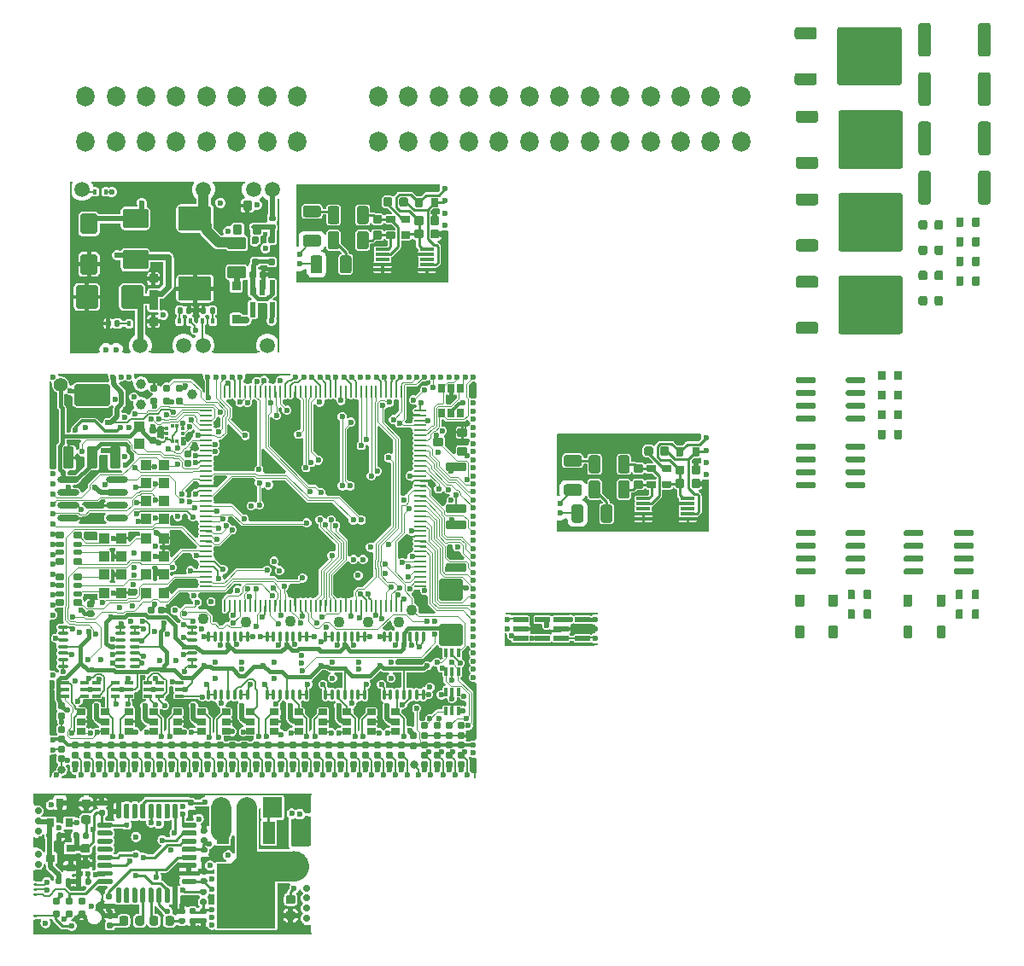
<source format=gtl>
G75*
G70*
%OFA0B0*%
%FSLAX25Y25*%
%IPPOS*%
%LPD*%
%AMOC8*
5,1,8,0,0,1.08239X$1,22.5*
%
%AMM1*
21,1,0.035430,0.030320,0.000000,0.000000,90.000000*
21,1,0.028350,0.037400,0.000000,0.000000,90.000000*
1,1,0.007090,0.015160,0.014170*
1,1,0.007090,0.015160,-0.014170*
1,1,0.007090,-0.015160,-0.014170*
1,1,0.007090,-0.015160,0.014170*
%
%AMM10*
21,1,0.025590,0.026380,0.000000,0.000000,90.000000*
21,1,0.020470,0.031500,0.000000,0.000000,90.000000*
1,1,0.005120,0.013190,0.010240*
1,1,0.005120,0.013190,-0.010240*
1,1,0.005120,-0.013190,-0.010240*
1,1,0.005120,-0.013190,0.010240*
%
%AMM11*
21,1,0.017720,0.027950,0.000000,0.000000,90.000000*
21,1,0.014170,0.031500,0.000000,0.000000,90.000000*
1,1,0.003540,0.013980,0.007090*
1,1,0.003540,0.013980,-0.007090*
1,1,0.003540,-0.013980,-0.007090*
1,1,0.003540,-0.013980,0.007090*
%
%AMM12*
21,1,0.031500,0.072440,0.000000,0.000000,90.000000*
21,1,0.025200,0.078740,0.000000,0.000000,90.000000*
1,1,0.006300,0.036220,0.012600*
1,1,0.006300,0.036220,-0.012600*
1,1,0.006300,-0.036220,-0.012600*
1,1,0.006300,-0.036220,0.012600*
%
%AMM13*
21,1,0.012600,0.028980,0.000000,0.000000,90.000000*
21,1,0.010080,0.031500,0.000000,0.000000,90.000000*
1,1,0.002520,0.014490,0.005040*
1,1,0.002520,0.014490,-0.005040*
1,1,0.002520,-0.014490,-0.005040*
1,1,0.002520,-0.014490,0.005040*
%
%AMM14*
21,1,0.012600,0.028980,0.000000,0.000000,180.000000*
21,1,0.010080,0.031500,0.000000,0.000000,180.000000*
1,1,0.002520,-0.005040,0.014490*
1,1,0.002520,0.005040,0.014490*
1,1,0.002520,0.005040,-0.014490*
1,1,0.002520,-0.005040,-0.014490*
%
%AMM15*
21,1,0.039370,0.035430,0.000000,0.000000,270.000000*
21,1,0.031500,0.043310,0.000000,0.000000,270.000000*
1,1,0.007870,-0.017720,-0.015750*
1,1,0.007870,-0.017720,0.015750*
1,1,0.007870,0.017720,0.015750*
1,1,0.007870,0.017720,-0.015750*
%
%AMM16*
21,1,0.027560,0.018900,0.000000,0.000000,90.000000*
21,1,0.022840,0.023620,0.000000,0.000000,90.000000*
1,1,0.004720,0.009450,0.011420*
1,1,0.004720,0.009450,-0.011420*
1,1,0.004720,-0.009450,-0.011420*
1,1,0.004720,-0.009450,0.011420*
%
%AMM164*
21,1,0.086610,0.073230,0.000000,-0.000000,180.000000*
21,1,0.069290,0.090550,0.000000,-0.000000,180.000000*
1,1,0.017320,-0.034650,0.036610*
1,1,0.017320,0.034650,0.036610*
1,1,0.017320,0.034650,-0.036610*
1,1,0.017320,-0.034650,-0.036610*
%
%AMM165*
21,1,0.094490,0.111020,0.000000,-0.000000,270.000000*
21,1,0.075590,0.129920,0.000000,-0.000000,270.000000*
1,1,0.018900,-0.055510,-0.037800*
1,1,0.018900,-0.055510,0.037800*
1,1,0.018900,0.055510,0.037800*
1,1,0.018900,0.055510,-0.037800*
%
%AMM166*
21,1,0.074800,0.083460,0.000000,-0.000000,270.000000*
21,1,0.059840,0.098430,0.000000,-0.000000,270.000000*
1,1,0.014960,-0.041730,-0.029920*
1,1,0.014960,-0.041730,0.029920*
1,1,0.014960,0.041730,0.029920*
1,1,0.014960,0.041730,-0.029920*
%
%AMM167*
21,1,0.078740,0.053540,0.000000,-0.000000,90.000000*
21,1,0.065350,0.066930,0.000000,-0.000000,90.000000*
1,1,0.013390,0.026770,0.032680*
1,1,0.013390,0.026770,-0.032680*
1,1,0.013390,-0.026770,-0.032680*
1,1,0.013390,-0.026770,0.032680*
%
%AMM168*
21,1,0.035430,0.030320,0.000000,-0.000000,0.000000*
21,1,0.028350,0.037400,0.000000,-0.000000,0.000000*
1,1,0.007090,0.014170,-0.015160*
1,1,0.007090,-0.014170,-0.015160*
1,1,0.007090,-0.014170,0.015160*
1,1,0.007090,0.014170,0.015160*
%
%AMM169*
21,1,0.021650,0.052760,0.000000,-0.000000,180.000000*
21,1,0.017320,0.057090,0.000000,-0.000000,180.000000*
1,1,0.004330,-0.008660,0.026380*
1,1,0.004330,0.008660,0.026380*
1,1,0.004330,0.008660,-0.026380*
1,1,0.004330,-0.008660,-0.026380*
%
%AMM170*
21,1,0.035830,0.026770,0.000000,-0.000000,270.000000*
21,1,0.029130,0.033470,0.000000,-0.000000,270.000000*
1,1,0.006690,-0.013390,-0.014570*
1,1,0.006690,-0.013390,0.014570*
1,1,0.006690,0.013390,0.014570*
1,1,0.006690,0.013390,-0.014570*
%
%AMM171*
21,1,0.070870,0.036220,0.000000,-0.000000,0.000000*
21,1,0.061810,0.045280,0.000000,-0.000000,0.000000*
1,1,0.009060,0.030910,-0.018110*
1,1,0.009060,-0.030910,-0.018110*
1,1,0.009060,-0.030910,0.018110*
1,1,0.009060,0.030910,0.018110*
%
%AMM172*
21,1,0.033470,0.026770,0.000000,-0.000000,270.000000*
21,1,0.026770,0.033470,0.000000,-0.000000,270.000000*
1,1,0.006690,-0.013390,-0.013390*
1,1,0.006690,-0.013390,0.013390*
1,1,0.006690,0.013390,0.013390*
1,1,0.006690,0.013390,-0.013390*
%
%AMM173*
21,1,0.015750,0.016540,0.000000,-0.000000,180.000000*
21,1,0.012600,0.019680,0.000000,-0.000000,180.000000*
1,1,0.003150,-0.006300,0.008270*
1,1,0.003150,0.006300,0.008270*
1,1,0.003150,0.006300,-0.008270*
1,1,0.003150,-0.006300,-0.008270*
%
%AMM174*
21,1,0.023620,0.018900,0.000000,-0.000000,0.000000*
21,1,0.018900,0.023620,0.000000,-0.000000,0.000000*
1,1,0.004720,0.009450,-0.009450*
1,1,0.004720,-0.009450,-0.009450*
1,1,0.004720,-0.009450,0.009450*
1,1,0.004720,0.009450,0.009450*
%
%AMM175*
21,1,0.019680,0.019680,0.000000,-0.000000,270.000000*
21,1,0.015750,0.023620,0.000000,-0.000000,270.000000*
1,1,0.003940,-0.009840,-0.007870*
1,1,0.003940,-0.009840,0.007870*
1,1,0.003940,0.009840,0.007870*
1,1,0.003940,0.009840,-0.007870*
%
%AMM176*
21,1,0.019680,0.019680,0.000000,-0.000000,180.000000*
21,1,0.015750,0.023620,0.000000,-0.000000,180.000000*
1,1,0.003940,-0.007870,0.009840*
1,1,0.003940,0.007870,0.009840*
1,1,0.003940,0.007870,-0.009840*
1,1,0.003940,-0.007870,-0.009840*
%
%AMM2*
21,1,0.043310,0.075980,0.000000,0.000000,0.000000*
21,1,0.034650,0.084650,0.000000,0.000000,0.000000*
1,1,0.008660,0.017320,-0.037990*
1,1,0.008660,-0.017320,-0.037990*
1,1,0.008660,-0.017320,0.037990*
1,1,0.008660,0.017320,0.037990*
%
%AMM3*
21,1,0.043310,0.075990,0.000000,0.000000,0.000000*
21,1,0.034650,0.084650,0.000000,0.000000,0.000000*
1,1,0.008660,0.017320,-0.037990*
1,1,0.008660,-0.017320,-0.037990*
1,1,0.008660,-0.017320,0.037990*
1,1,0.008660,0.017320,0.037990*
%
%AMM4*
21,1,0.137800,0.067720,0.000000,0.000000,0.000000*
21,1,0.120870,0.084650,0.000000,0.000000,0.000000*
1,1,0.016930,0.060430,-0.033860*
1,1,0.016930,-0.060430,-0.033860*
1,1,0.016930,-0.060430,0.033860*
1,1,0.016930,0.060430,0.033860*
%
%AMM5*
21,1,0.039370,0.035430,0.000000,0.000000,0.000000*
21,1,0.031500,0.043310,0.000000,0.000000,0.000000*
1,1,0.007870,0.015750,-0.017720*
1,1,0.007870,-0.015750,-0.017720*
1,1,0.007870,-0.015750,0.017720*
1,1,0.007870,0.015750,0.017720*
%
%AMM57*
21,1,0.021650,0.052760,0.000000,0.000000,270.000000*
21,1,0.017320,0.057090,0.000000,0.000000,270.000000*
1,1,0.004330,-0.026380,-0.008660*
1,1,0.004330,-0.026380,0.008660*
1,1,0.004330,0.026380,0.008660*
1,1,0.004330,0.026380,-0.008660*
%
%AMM6*
21,1,0.023620,0.030710,0.000000,0.000000,180.000000*
21,1,0.018900,0.035430,0.000000,0.000000,180.000000*
1,1,0.004720,-0.009450,0.015350*
1,1,0.004720,0.009450,0.015350*
1,1,0.004720,0.009450,-0.015350*
1,1,0.004720,-0.009450,-0.015350*
%
%AMM7*
21,1,0.027560,0.018900,0.000000,0.000000,180.000000*
21,1,0.022840,0.023620,0.000000,0.000000,180.000000*
1,1,0.004720,-0.011420,0.009450*
1,1,0.004720,0.011420,0.009450*
1,1,0.004720,0.011420,-0.009450*
1,1,0.004720,-0.011420,-0.009450*
%
%AMM8*
21,1,0.023620,0.030710,0.000000,0.000000,270.000000*
21,1,0.018900,0.035430,0.000000,0.000000,270.000000*
1,1,0.004720,-0.015350,-0.009450*
1,1,0.004720,-0.015350,0.009450*
1,1,0.004720,0.015350,0.009450*
1,1,0.004720,0.015350,-0.009450*
%
%AMM9*
21,1,0.086610,0.073230,0.000000,0.000000,90.000000*
21,1,0.069290,0.090550,0.000000,0.000000,90.000000*
1,1,0.017320,0.036610,0.034650*
1,1,0.017320,0.036610,-0.034650*
1,1,0.017320,-0.036610,-0.034650*
1,1,0.017320,-0.036610,0.034650*
%
%ADD10C,0.02362*%
%ADD11O,0.00787X0.04823*%
%ADD12O,0.36614X0.00787*%
%ADD13O,0.07087X0.07874*%
%ADD14R,0.00787X0.09055*%
%ADD15R,0.00787X0.21260*%
%ADD159M57*%
%ADD16R,0.00787X0.33858*%
%ADD160C,0.01850*%
%ADD17R,0.00787X0.19685*%
%ADD171R,0.03543X0.03150*%
%ADD172R,0.04724X0.08661*%
%ADD173C,0.05118*%
%ADD174R,0.22835X0.25197*%
%ADD175R,0.03150X0.03543*%
%ADD176R,0.07500X0.07874*%
%ADD177O,0.07500X0.07874*%
%ADD178C,0.01969*%
%ADD179C,0.07874*%
%ADD18R,0.05512X0.00787*%
%ADD19R,0.19685X0.00787*%
%ADD199C,0.03937*%
%ADD20R,0.26772X0.00787*%
%ADD21R,0.17717X0.00787*%
%ADD22R,0.00787X0.06299*%
%ADD23R,0.00787X0.22441*%
%ADD234O,0.40158X0.00787*%
%ADD24R,0.00787X0.07874*%
%ADD25C,0.05906*%
%ADD26O,0.12992X0.00787*%
%ADD27O,0.40157X0.00787*%
%ADD28O,0.01181X0.00787*%
%ADD29O,0.00787X0.66929*%
%ADD296M164*%
%ADD297M165*%
%ADD298M166*%
%ADD299M167*%
%ADD30O,0.00787X0.60630*%
%ADD300M168*%
%ADD301M169*%
%ADD302M170*%
%ADD303M171*%
%ADD304M172*%
%ADD305M173*%
%ADD306M174*%
%ADD307M175*%
%ADD308M176*%
%ADD31O,0.18898X0.00787*%
%ADD32O,0.10236X0.00787*%
%ADD33O,0.03937X0.00787*%
%ADD34O,0.05906X0.00787*%
%ADD35C,0.02756*%
%ADD36C,0.11811*%
%ADD37R,0.00984X0.11811*%
%ADD38R,0.00984X0.04331*%
%ADD39R,0.00984X0.03858*%
%ADD40R,0.00984X0.05709*%
%ADD41R,1.08661X0.00984*%
%ADD42R,0.00984X0.07677*%
%ADD43R,0.00984X0.03740*%
%ADD44R,0.00984X0.24350*%
%ADD45R,0.00984X0.04390*%
%ADD46R,0.56201X0.00984*%
%ADD47R,0.59449X0.00984*%
%ADD48R,0.00984X0.20374*%
%ADD51C,0.00800*%
%ADD53C,0.00787*%
%ADD58R,0.05512X0.01181*%
%ADD59C,0.00984*%
%ADD61C,0.01968*%
%ADD62O,0.00866X0.05118*%
%ADD63O,0.05118X0.00866*%
%ADD64M1*%
%ADD65M2*%
%ADD66M3*%
%ADD67M4*%
%ADD68M5*%
%ADD69M6*%
%ADD70M7*%
%ADD71M8*%
%ADD72M9*%
%ADD73C,0.03150*%
%ADD74M10*%
%ADD75M11*%
%ADD76M12*%
%ADD77O,0.01181X0.04331*%
%ADD78O,0.04331X0.01181*%
%ADD79M13*%
%ADD80O,0.08661X0.02362*%
%ADD81M14*%
%ADD82R,0.01476X0.01378*%
%ADD83R,0.01378X0.01476*%
%ADD84M15*%
%ADD85M16*%
%ADD86C,0.03100*%
%ADD87C,0.00492*%
%ADD88C,0.01575*%
%ADD89C,0.01181*%
%ADD90C,0.03900*%
%ADD91C,0.04331*%
%ADD92C,0.05512*%
X0000000Y0000000D02*
%LPD*%
G01*
G36*
G01*
X0363331Y0269004D02*
X0363331Y0272075D01*
G75*
G02*
X0363606Y0272350I0000276J0000000D01*
G01*
X0365811Y0272350D01*
G75*
G02*
X0366087Y0272075I0000000J-000276D01*
G01*
X0366087Y0269004D01*
G75*
G02*
X0365811Y0268728I-000276J0000000D01*
G01*
X0363606Y0268728D01*
G75*
G02*
X0363331Y0269004I0000000J0000276D01*
G01*
G37*
G36*
G01*
X0369630Y0269004D02*
X0369630Y0272075D01*
G75*
G02*
X0369906Y0272350I0000276J0000000D01*
G01*
X0372110Y0272350D01*
G75*
G02*
X0372386Y0272075I0000000J-000276D01*
G01*
X0372386Y0269004D01*
G75*
G02*
X0372110Y0268728I-000276J0000000D01*
G01*
X0369906Y0268728D01*
G75*
G02*
X0369630Y0269004I0000000J0000276D01*
G01*
G37*
G36*
G01*
X0348606Y0351503D02*
X0348606Y0362723D01*
G75*
G02*
X0349591Y0363707I0000984J0000000D01*
G01*
X0352445Y0363707D01*
G75*
G02*
X0353429Y0362723I0000000J-000984D01*
G01*
X0353429Y0351503D01*
G75*
G02*
X0352445Y0350518I-000984J0000000D01*
G01*
X0349591Y0350518D01*
G75*
G02*
X0348606Y0351503I0000000J0000984D01*
G01*
G37*
G36*
G01*
X0371933Y0351503D02*
X0371933Y0362723D01*
G75*
G02*
X0372917Y0363707I0000984J0000000D01*
G01*
X0375772Y0363707D01*
G75*
G02*
X0376756Y0362723I0000000J-000984D01*
G01*
X0376756Y0351503D01*
G75*
G02*
X0375772Y0350518I-000984J0000000D01*
G01*
X0372917Y0350518D01*
G75*
G02*
X0371933Y0351503I0000000J0000984D01*
G01*
G37*
G36*
G01*
X0342701Y0136069D02*
X0342701Y0140085D01*
G75*
G02*
X0343055Y0140440I0000354J0000000D01*
G01*
X0345890Y0140440D01*
G75*
G02*
X0346244Y0140085I0000000J-000354D01*
G01*
X0346244Y0136069D01*
G75*
G02*
X0345890Y0135715I-000354J0000000D01*
G01*
X0343055Y0135715D01*
G75*
G02*
X0342701Y0136069I0000000J0000354D01*
G01*
G37*
G36*
G01*
X0355693Y0136069D02*
X0355693Y0140085D01*
G75*
G02*
X0356047Y0140440I0000354J0000000D01*
G01*
X0358882Y0140440D01*
G75*
G02*
X0359236Y0140085I0000000J-000354D01*
G01*
X0359236Y0136069D01*
G75*
G02*
X0358882Y0135715I-000354J0000000D01*
G01*
X0356047Y0135715D01*
G75*
G02*
X0355693Y0136069I0000000J0000354D01*
G01*
G37*
G36*
G01*
X0300791Y0163825D02*
X0300791Y0165006D01*
G75*
G02*
X0301382Y0165597I0000591J0000000D01*
G01*
X0307878Y0165597D01*
G75*
G02*
X0308469Y0165006I0000000J-000591D01*
G01*
X0308469Y0163825D01*
G75*
G02*
X0307878Y0163235I-000591J0000000D01*
G01*
X0301382Y0163235D01*
G75*
G02*
X0300791Y0163825I0000000J0000591D01*
G01*
G37*
G36*
G01*
X0300791Y0158825D02*
X0300791Y0160006D01*
G75*
G02*
X0301382Y0160597I0000591J0000000D01*
G01*
X0307878Y0160597D01*
G75*
G02*
X0308469Y0160006I0000000J-000591D01*
G01*
X0308469Y0158825D01*
G75*
G02*
X0307878Y0158235I-000591J0000000D01*
G01*
X0301382Y0158235D01*
G75*
G02*
X0300791Y0158825I0000000J0000591D01*
G01*
G37*
G36*
G01*
X0300791Y0153825D02*
X0300791Y0155006D01*
G75*
G02*
X0301382Y0155597I0000591J0000000D01*
G01*
X0307878Y0155597D01*
G75*
G02*
X0308469Y0155006I0000000J-000591D01*
G01*
X0308469Y0153825D01*
G75*
G02*
X0307878Y0153235I-000591J0000000D01*
G01*
X0301382Y0153235D01*
G75*
G02*
X0300791Y0153825I0000000J0000591D01*
G01*
G37*
G36*
G01*
X0300791Y0148825D02*
X0300791Y0150006D01*
G75*
G02*
X0301382Y0150597I0000591J0000000D01*
G01*
X0307878Y0150597D01*
G75*
G02*
X0308469Y0150006I0000000J-000591D01*
G01*
X0308469Y0148825D01*
G75*
G02*
X0307878Y0148235I-000591J0000000D01*
G01*
X0301382Y0148235D01*
G75*
G02*
X0300791Y0148825I0000000J0000591D01*
G01*
G37*
G36*
G01*
X0320280Y0148825D02*
X0320280Y0150006D01*
G75*
G02*
X0320870Y0150597I0000591J0000000D01*
G01*
X0327366Y0150597D01*
G75*
G02*
X0327957Y0150006I0000000J-000591D01*
G01*
X0327957Y0148825D01*
G75*
G02*
X0327366Y0148235I-000591J0000000D01*
G01*
X0320870Y0148235D01*
G75*
G02*
X0320280Y0148825I0000000J0000591D01*
G01*
G37*
G36*
G01*
X0320280Y0153825D02*
X0320280Y0155006D01*
G75*
G02*
X0320870Y0155597I0000591J0000000D01*
G01*
X0327366Y0155597D01*
G75*
G02*
X0327957Y0155006I0000000J-000591D01*
G01*
X0327957Y0153825D01*
G75*
G02*
X0327366Y0153235I-000591J0000000D01*
G01*
X0320870Y0153235D01*
G75*
G02*
X0320280Y0153825I0000000J0000591D01*
G01*
G37*
G36*
G01*
X0320280Y0158825D02*
X0320280Y0160006D01*
G75*
G02*
X0320870Y0160597I0000591J0000000D01*
G01*
X0327366Y0160597D01*
G75*
G02*
X0327957Y0160006I0000000J-000591D01*
G01*
X0327957Y0158825D01*
G75*
G02*
X0327366Y0158235I-000591J0000000D01*
G01*
X0320870Y0158235D01*
G75*
G02*
X0320280Y0158825I0000000J0000591D01*
G01*
G37*
G36*
G01*
X0320280Y0163825D02*
X0320280Y0165006D01*
G75*
G02*
X0320870Y0165597I0000591J0000000D01*
G01*
X0327366Y0165597D01*
G75*
G02*
X0327957Y0165006I0000000J-000591D01*
G01*
X0327957Y0163825D01*
G75*
G02*
X0327366Y0163235I-000591J0000000D01*
G01*
X0320870Y0163235D01*
G75*
G02*
X0320280Y0163825I0000000J0000591D01*
G01*
G37*
G36*
G01*
X0348646Y0273899D02*
X0348646Y0275917D01*
G75*
G02*
X0349507Y0276778I0000861J0000000D01*
G01*
X0351229Y0276778D01*
G75*
G02*
X0352091Y0275917I0000000J-000861D01*
G01*
X0352091Y0273899D01*
G75*
G02*
X0351229Y0273038I-000861J0000000D01*
G01*
X0349507Y0273038D01*
G75*
G02*
X0348646Y0273899I0000000J0000861D01*
G01*
G37*
G36*
G01*
X0354846Y0273899D02*
X0354846Y0275917D01*
G75*
G02*
X0355708Y0276778I0000861J0000000D01*
G01*
X0357430Y0276778D01*
G75*
G02*
X0358291Y0275917I0000000J-000861D01*
G01*
X0358291Y0273899D01*
G75*
G02*
X0357430Y0273038I-000861J0000000D01*
G01*
X0355708Y0273038D01*
G75*
G02*
X0354846Y0273899I0000000J0000861D01*
G01*
G37*
G36*
G01*
X0348606Y0312999D02*
X0348606Y0324219D01*
G75*
G02*
X0349591Y0325203I0000984J0000000D01*
G01*
X0352445Y0325203D01*
G75*
G02*
X0353429Y0324219I0000000J-000984D01*
G01*
X0353429Y0312999D01*
G75*
G02*
X0352445Y0312014I-000984J0000000D01*
G01*
X0349591Y0312014D01*
G75*
G02*
X0348606Y0312999I0000000J0000984D01*
G01*
G37*
G36*
G01*
X0371933Y0312999D02*
X0371933Y0324219D01*
G75*
G02*
X0372917Y0325203I0000984J0000000D01*
G01*
X0375772Y0325203D01*
G75*
G02*
X0376756Y0324219I0000000J-000984D01*
G01*
X0376756Y0312999D01*
G75*
G02*
X0375772Y0312014I-000984J0000000D01*
G01*
X0372917Y0312014D01*
G75*
G02*
X0371933Y0312999I0000000J0000984D01*
G01*
G37*
D10*
X0222543Y0130676D03*
D11*
X0187504Y0122900D03*
D12*
X0205417Y0133038D03*
X0205417Y0120833D03*
D10*
X0222543Y0126936D03*
X0222543Y0123195D03*
X0188291Y0127132D03*
X0188291Y0130676D03*
D13*
X0023528Y0317329D03*
X0035339Y0317329D03*
X0047150Y0317329D03*
X0058961Y0317329D03*
X0070772Y0317329D03*
X0082583Y0317329D03*
X0094394Y0317329D03*
X0106205Y0317329D03*
X0137701Y0317329D03*
X0149512Y0317329D03*
X0161323Y0317329D03*
X0173134Y0317329D03*
X0184945Y0317329D03*
X0196756Y0317329D03*
X0208567Y0317329D03*
X0220378Y0317329D03*
X0232189Y0317329D03*
X0244000Y0317329D03*
X0255811Y0317329D03*
X0267622Y0317329D03*
X0279433Y0317329D03*
X0279433Y0335046D03*
X0267622Y0335046D03*
X0255811Y0335046D03*
X0244000Y0335046D03*
X0232189Y0335046D03*
X0220378Y0335046D03*
X0208567Y0335046D03*
X0196756Y0335046D03*
X0184945Y0335046D03*
X0173134Y0335046D03*
X0161323Y0335046D03*
X0149512Y0335046D03*
X0137701Y0335046D03*
X0106205Y0335046D03*
X0094394Y0335046D03*
X0082583Y0335046D03*
X0070772Y0335046D03*
X0058961Y0335046D03*
X0047150Y0335046D03*
X0035339Y0335046D03*
X0023528Y0335046D03*
G36*
G01*
X0300791Y0325656D02*
X0300791Y0328412D01*
G75*
G02*
X0301776Y0329396I0000984J0000000D01*
G01*
X0308469Y0329396D01*
G75*
G02*
X0309453Y0328412I0000000J-000984D01*
G01*
X0309453Y0325656D01*
G75*
G02*
X0308469Y0324672I-000984J0000000D01*
G01*
X0301776Y0324672D01*
G75*
G02*
X0300791Y0325656I0000000J0000984D01*
G01*
G37*
G36*
G01*
X0317327Y0319632D02*
X0317327Y0328491D01*
G75*
G02*
X0318311Y0329475I0000984J0000000D01*
G01*
X0328350Y0329475D01*
G75*
G02*
X0329335Y0328491I0000000J-000984D01*
G01*
X0329335Y0319632D01*
G75*
G02*
X0328350Y0318648I-000984J0000000D01*
G01*
X0318311Y0318648D01*
G75*
G02*
X0317327Y0319632I0000000J0000984D01*
G01*
G37*
G36*
G01*
X0317327Y0307625D02*
X0317327Y0316483D01*
G75*
G02*
X0318311Y0317467I0000984J0000000D01*
G01*
X0328350Y0317467D01*
G75*
G02*
X0329335Y0316483I0000000J-000984D01*
G01*
X0329335Y0307625D01*
G75*
G02*
X0328350Y0306640I-000984J0000000D01*
G01*
X0318311Y0306640D01*
G75*
G02*
X0317327Y0307625I0000000J0000984D01*
G01*
G37*
G36*
G01*
X0317327Y0307625D02*
X0317327Y0328491D01*
G75*
G02*
X0318311Y0329475I0000984J0000000D01*
G01*
X0341539Y0329475D01*
G75*
G02*
X0342524Y0328491I0000000J-000984D01*
G01*
X0342524Y0307625D01*
G75*
G02*
X0341539Y0306640I-000984J0000000D01*
G01*
X0318311Y0306640D01*
G75*
G02*
X0317327Y0307625I0000000J0000984D01*
G01*
G37*
G36*
G01*
X0330516Y0319632D02*
X0330516Y0328491D01*
G75*
G02*
X0331500Y0329475I0000984J0000000D01*
G01*
X0341539Y0329475D01*
G75*
G02*
X0342524Y0328491I0000000J-000984D01*
G01*
X0342524Y0319632D01*
G75*
G02*
X0341539Y0318648I-000984J0000000D01*
G01*
X0331500Y0318648D01*
G75*
G02*
X0330516Y0319632I0000000J0000984D01*
G01*
G37*
G36*
G01*
X0330516Y0307625D02*
X0330516Y0316483D01*
G75*
G02*
X0331500Y0317467I0000984J0000000D01*
G01*
X0341539Y0317467D01*
G75*
G02*
X0342524Y0316483I0000000J-000984D01*
G01*
X0342524Y0307625D01*
G75*
G02*
X0341539Y0306640I-000984J0000000D01*
G01*
X0331500Y0306640D01*
G75*
G02*
X0330516Y0307625I0000000J0000984D01*
G01*
G37*
G36*
G01*
X0300791Y0307703D02*
X0300791Y0310459D01*
G75*
G02*
X0301776Y0311443I0000984J0000000D01*
G01*
X0308469Y0311443D01*
G75*
G02*
X0309453Y0310459I0000000J-000984D01*
G01*
X0309453Y0307703D01*
G75*
G02*
X0308469Y0306719I-000984J0000000D01*
G01*
X0301776Y0306719D01*
G75*
G02*
X0300791Y0307703I0000000J0000984D01*
G01*
G37*
G36*
G01*
X0363173Y0138839D02*
X0363173Y0141910D01*
G75*
G02*
X0363449Y0142185I0000276J0000000D01*
G01*
X0365654Y0142185D01*
G75*
G02*
X0365929Y0141910I0000000J-000276D01*
G01*
X0365929Y0138839D01*
G75*
G02*
X0365654Y0138563I-000276J0000000D01*
G01*
X0363449Y0138563D01*
G75*
G02*
X0363173Y0138839I0000000J0000276D01*
G01*
G37*
G36*
G01*
X0369472Y0138839D02*
X0369472Y0141910D01*
G75*
G02*
X0369748Y0142185I0000276J0000000D01*
G01*
X0371953Y0142185D01*
G75*
G02*
X0372228Y0141910I0000000J-000276D01*
G01*
X0372228Y0138839D01*
G75*
G02*
X0371953Y0138563I-000276J0000000D01*
G01*
X0369748Y0138563D01*
G75*
G02*
X0369472Y0138839I0000000J0000276D01*
G01*
G37*
G36*
G01*
X0332976Y0216756D02*
X0332976Y0219827D01*
G75*
G02*
X0333252Y0220102I0000276J0000000D01*
G01*
X0335457Y0220102D01*
G75*
G02*
X0335732Y0219827I0000000J-000276D01*
G01*
X0335732Y0216756D01*
G75*
G02*
X0335457Y0216480I-000276J0000000D01*
G01*
X0333252Y0216480D01*
G75*
G02*
X0332976Y0216756I0000000J0000276D01*
G01*
G37*
G36*
G01*
X0339276Y0216756D02*
X0339276Y0219827D01*
G75*
G02*
X0339551Y0220102I0000276J0000000D01*
G01*
X0341756Y0220102D01*
G75*
G02*
X0342031Y0219827I0000000J-000276D01*
G01*
X0342031Y0216756D01*
G75*
G02*
X0341756Y0216480I-000276J0000000D01*
G01*
X0339551Y0216480D01*
G75*
G02*
X0339276Y0216756I0000000J0000276D01*
G01*
G37*
G36*
G01*
X0332976Y0224429D02*
X0332976Y0227500D01*
G75*
G02*
X0333252Y0227776I0000276J0000000D01*
G01*
X0335457Y0227776D01*
G75*
G02*
X0335732Y0227500I0000000J-000276D01*
G01*
X0335732Y0224429D01*
G75*
G02*
X0335457Y0224154I-000276J0000000D01*
G01*
X0333252Y0224154D01*
G75*
G02*
X0332976Y0224429I0000000J0000276D01*
G01*
G37*
G36*
G01*
X0339276Y0224429D02*
X0339276Y0227500D01*
G75*
G02*
X0339551Y0227776I0000276J0000000D01*
G01*
X0341756Y0227776D01*
G75*
G02*
X0342031Y0227500I0000000J-000276D01*
G01*
X0342031Y0224429D01*
G75*
G02*
X0341756Y0224154I-000276J0000000D01*
G01*
X0339551Y0224154D01*
G75*
G02*
X0339276Y0224429I0000000J0000276D01*
G01*
G37*
G36*
G01*
X0342701Y0123786D02*
X0342701Y0127802D01*
G75*
G02*
X0343055Y0128156I0000354J0000000D01*
G01*
X0345890Y0128156D01*
G75*
G02*
X0346244Y0127802I0000000J-000354D01*
G01*
X0346244Y0123786D01*
G75*
G02*
X0345890Y0123432I-000354J0000000D01*
G01*
X0343055Y0123432D01*
G75*
G02*
X0342701Y0123786I0000000J0000354D01*
G01*
G37*
G36*
G01*
X0355693Y0123786D02*
X0355693Y0127802D01*
G75*
G02*
X0356047Y0128156I0000354J0000000D01*
G01*
X0358882Y0128156D01*
G75*
G02*
X0359236Y0127802I0000000J-000354D01*
G01*
X0359236Y0123786D01*
G75*
G02*
X0358882Y0123432I-000354J0000000D01*
G01*
X0356047Y0123432D01*
G75*
G02*
X0355693Y0123786I0000000J0000354D01*
G01*
G37*
G36*
G01*
X0348606Y0293747D02*
X0348606Y0304967D01*
G75*
G02*
X0349591Y0305951I0000984J0000000D01*
G01*
X0352445Y0305951D01*
G75*
G02*
X0353429Y0304967I0000000J-000984D01*
G01*
X0353429Y0293747D01*
G75*
G02*
X0352445Y0292762I-000984J0000000D01*
G01*
X0349591Y0292762D01*
G75*
G02*
X0348606Y0293747I0000000J0000984D01*
G01*
G37*
G36*
G01*
X0371933Y0293747D02*
X0371933Y0304967D01*
G75*
G02*
X0372917Y0305951I0000984J0000000D01*
G01*
X0375772Y0305951D01*
G75*
G02*
X0376756Y0304967I0000000J-000984D01*
G01*
X0376756Y0293747D01*
G75*
G02*
X0375772Y0292762I-000984J0000000D01*
G01*
X0372917Y0292762D01*
G75*
G02*
X0371933Y0293747I0000000J0000984D01*
G01*
G37*
G36*
G01*
X0332976Y0209082D02*
X0332976Y0212153D01*
G75*
G02*
X0333252Y0212429I0000276J0000000D01*
G01*
X0335457Y0212429D01*
G75*
G02*
X0335732Y0212153I0000000J-000276D01*
G01*
X0335732Y0209082D01*
G75*
G02*
X0335457Y0208807I-000276J0000000D01*
G01*
X0333252Y0208807D01*
G75*
G02*
X0332976Y0209082I0000000J0000276D01*
G01*
G37*
G36*
G01*
X0339276Y0209082D02*
X0339276Y0212153D01*
G75*
G02*
X0339551Y0212429I0000276J0000000D01*
G01*
X0341756Y0212429D01*
G75*
G02*
X0342031Y0212153I0000000J-000276D01*
G01*
X0342031Y0209082D01*
G75*
G02*
X0341756Y0208807I-000276J0000000D01*
G01*
X0339551Y0208807D01*
G75*
G02*
X0339276Y0209082I0000000J0000276D01*
G01*
G37*
D10*
X0174850Y0215142D03*
X0174850Y0211992D03*
X0174850Y0208843D03*
X0174850Y0205693D03*
X0174850Y0202543D03*
X0174850Y0199394D03*
X0174850Y0196244D03*
X0174850Y0193094D03*
X0174850Y0189945D03*
X0174850Y0186795D03*
X0174850Y0183646D03*
X0174850Y0180496D03*
X0174850Y0177346D03*
X0174850Y0174197D03*
X0174850Y0171047D03*
X0174850Y0167898D03*
X0174850Y0164748D03*
X0174850Y0161598D03*
X0174850Y0158449D03*
X0174850Y0155299D03*
X0174850Y0152150D03*
X0174850Y0149000D03*
X0174850Y0145850D03*
X0174850Y0142701D03*
X0174850Y0139551D03*
X0174850Y0136402D03*
X0174850Y0133252D03*
X0174850Y0130102D03*
X0174850Y0126953D03*
X0174850Y0123803D03*
X0174850Y0120654D03*
X0174850Y0117504D03*
X0174850Y0114354D03*
X0174850Y0111205D03*
X0174850Y0108055D03*
X0174850Y0081677D03*
X0174850Y0078528D03*
D14*
X0009890Y0073213D03*
D15*
X0009890Y0096244D03*
D16*
X0009890Y0206480D03*
D17*
X0009890Y0120654D03*
D18*
X0016976Y0069079D03*
D19*
X0022488Y0226165D03*
D20*
X0055953Y0226165D03*
D21*
X0094732Y0226165D03*
D22*
X0175638Y0220260D03*
D23*
X0175638Y0094866D03*
D24*
X0175638Y0072622D03*
D10*
X0174850Y0225378D03*
X0171701Y0225378D03*
X0168551Y0225378D03*
X0165402Y0225378D03*
X0162252Y0225378D03*
X0159102Y0225378D03*
X0155953Y0225378D03*
X0152803Y0225378D03*
X0149654Y0225378D03*
X0146504Y0225378D03*
X0143354Y0225378D03*
X0140205Y0225378D03*
X0137055Y0225378D03*
X0133906Y0225378D03*
X0130756Y0225378D03*
X0127606Y0225378D03*
X0124457Y0225378D03*
X0121307Y0225378D03*
X0118157Y0225378D03*
X0115008Y0225378D03*
X0111858Y0225378D03*
X0108709Y0225378D03*
X0105559Y0225378D03*
X0083906Y0225378D03*
X0080756Y0225378D03*
X0077606Y0225378D03*
X0074457Y0225378D03*
X0071307Y0225378D03*
X0040598Y0225378D03*
X0037449Y0225378D03*
X0034299Y0225378D03*
X0010677Y0225378D03*
X0172488Y0069866D03*
X0167764Y0069866D03*
X0163039Y0069866D03*
X0158315Y0069866D03*
X0153591Y0069866D03*
X0149260Y0069866D03*
X0144535Y0069866D03*
X0139811Y0069866D03*
X0135087Y0069866D03*
X0130362Y0069866D03*
X0125638Y0069866D03*
X0120913Y0069866D03*
X0116189Y0069866D03*
X0111465Y0069866D03*
X0106740Y0069866D03*
X0102016Y0069866D03*
X0097291Y0069866D03*
X0092567Y0069866D03*
X0087843Y0069866D03*
X0083118Y0069866D03*
X0078394Y0069866D03*
X0073669Y0069866D03*
X0068945Y0069866D03*
X0064221Y0069866D03*
X0059496Y0069866D03*
X0054772Y0069866D03*
X0050047Y0069866D03*
X0045323Y0069866D03*
X0040598Y0069866D03*
X0035874Y0069866D03*
X0031150Y0069866D03*
X0026425Y0069866D03*
X0021701Y0069866D03*
X0012252Y0069866D03*
X0010677Y0079709D03*
X0010677Y0083646D03*
X0010677Y0108843D03*
X0010677Y0132465D03*
X0010677Y0136402D03*
X0010677Y0140339D03*
X0010677Y0144276D03*
X0010677Y0148213D03*
X0010677Y0152150D03*
X0010677Y0156087D03*
X0010677Y0160024D03*
X0010677Y0163961D03*
X0010677Y0167898D03*
X0010677Y0171835D03*
X0010677Y0175772D03*
X0010677Y0179709D03*
X0010677Y0183646D03*
X0010677Y0187583D03*
G36*
G01*
X0321008Y0131165D02*
X0321008Y0134236D01*
G75*
G02*
X0321283Y0134512I0000276J0000000D01*
G01*
X0323488Y0134512D01*
G75*
G02*
X0323764Y0134236I0000000J-000276D01*
G01*
X0323764Y0131165D01*
G75*
G02*
X0323488Y0130890I-000276J0000000D01*
G01*
X0321283Y0130890D01*
G75*
G02*
X0321008Y0131165I0000000J0000276D01*
G01*
G37*
G36*
G01*
X0327307Y0131165D02*
X0327307Y0134236D01*
G75*
G02*
X0327583Y0134512I0000276J0000000D01*
G01*
X0329787Y0134512D01*
G75*
G02*
X0330063Y0134236I0000000J-000276D01*
G01*
X0330063Y0131165D01*
G75*
G02*
X0329787Y0130890I-000276J0000000D01*
G01*
X0327583Y0130890D01*
G75*
G02*
X0327307Y0131165I0000000J0000276D01*
G01*
G37*
G36*
G01*
X0300791Y0293392D02*
X0300791Y0296148D01*
G75*
G02*
X0301776Y0297132I0000984J0000000D01*
G01*
X0308469Y0297132D01*
G75*
G02*
X0309453Y0296148I0000000J-000984D01*
G01*
X0309453Y0293392D01*
G75*
G02*
X0308469Y0292408I-000984J0000000D01*
G01*
X0301776Y0292408D01*
G75*
G02*
X0300791Y0293392I0000000J0000984D01*
G01*
G37*
G36*
G01*
X0317327Y0287369D02*
X0317327Y0296227D01*
G75*
G02*
X0318311Y0297211I0000984J0000000D01*
G01*
X0328350Y0297211D01*
G75*
G02*
X0329335Y0296227I0000000J-000984D01*
G01*
X0329335Y0287369D01*
G75*
G02*
X0328350Y0286384I-000984J0000000D01*
G01*
X0318311Y0286384D01*
G75*
G02*
X0317327Y0287369I0000000J0000984D01*
G01*
G37*
G36*
G01*
X0317327Y0275361D02*
X0317327Y0284219D01*
G75*
G02*
X0318311Y0285203I0000984J0000000D01*
G01*
X0328350Y0285203D01*
G75*
G02*
X0329335Y0284219I0000000J-000984D01*
G01*
X0329335Y0275361D01*
G75*
G02*
X0328350Y0274377I-000984J0000000D01*
G01*
X0318311Y0274377D01*
G75*
G02*
X0317327Y0275361I0000000J0000984D01*
G01*
G37*
G36*
G01*
X0317327Y0275361D02*
X0317327Y0296227D01*
G75*
G02*
X0318311Y0297211I0000984J0000000D01*
G01*
X0341539Y0297211D01*
G75*
G02*
X0342524Y0296227I0000000J-000984D01*
G01*
X0342524Y0275361D01*
G75*
G02*
X0341539Y0274377I-000984J0000000D01*
G01*
X0318311Y0274377D01*
G75*
G02*
X0317327Y0275361I0000000J0000984D01*
G01*
G37*
G36*
G01*
X0330516Y0287369D02*
X0330516Y0296227D01*
G75*
G02*
X0331500Y0297211I0000984J0000000D01*
G01*
X0341539Y0297211D01*
G75*
G02*
X0342524Y0296227I0000000J-000984D01*
G01*
X0342524Y0287369D01*
G75*
G02*
X0341539Y0286384I-000984J0000000D01*
G01*
X0331500Y0286384D01*
G75*
G02*
X0330516Y0287369I0000000J0000984D01*
G01*
G37*
G36*
G01*
X0330516Y0275361D02*
X0330516Y0284219D01*
G75*
G02*
X0331500Y0285203I0000984J0000000D01*
G01*
X0341539Y0285203D01*
G75*
G02*
X0342524Y0284219I0000000J-000984D01*
G01*
X0342524Y0275361D01*
G75*
G02*
X0341539Y0274377I-000984J0000000D01*
G01*
X0331500Y0274377D01*
G75*
G02*
X0330516Y0275361I0000000J0000984D01*
G01*
G37*
G36*
G01*
X0300791Y0275440D02*
X0300791Y0278195D01*
G75*
G02*
X0301776Y0279180I0000984J0000000D01*
G01*
X0308469Y0279180D01*
G75*
G02*
X0309453Y0278195I0000000J-000984D01*
G01*
X0309453Y0275440D01*
G75*
G02*
X0308469Y0274455I-000984J0000000D01*
G01*
X0301776Y0274455D01*
G75*
G02*
X0300791Y0275440I0000000J0000984D01*
G01*
G37*
G36*
G01*
X0363173Y0131165D02*
X0363173Y0134236D01*
G75*
G02*
X0363449Y0134512I0000276J0000000D01*
G01*
X0365654Y0134512D01*
G75*
G02*
X0365929Y0134236I0000000J-000276D01*
G01*
X0365929Y0131165D01*
G75*
G02*
X0365654Y0130890I-000276J0000000D01*
G01*
X0363449Y0130890D01*
G75*
G02*
X0363173Y0131165I0000000J0000276D01*
G01*
G37*
G36*
G01*
X0369472Y0131165D02*
X0369472Y0134236D01*
G75*
G02*
X0369748Y0134512I0000276J0000000D01*
G01*
X0371953Y0134512D01*
G75*
G02*
X0372228Y0134236I0000000J-000276D01*
G01*
X0372228Y0131165D01*
G75*
G02*
X0371953Y0130890I-000276J0000000D01*
G01*
X0369748Y0130890D01*
G75*
G02*
X0369472Y0131165I0000000J0000276D01*
G01*
G37*
G36*
G01*
X0321008Y0138839D02*
X0321008Y0141910D01*
G75*
G02*
X0321283Y0142185I0000276J0000000D01*
G01*
X0323488Y0142185D01*
G75*
G02*
X0323764Y0141910I0000000J-000276D01*
G01*
X0323764Y0138839D01*
G75*
G02*
X0323488Y0138563I-000276J0000000D01*
G01*
X0321283Y0138563D01*
G75*
G02*
X0321008Y0138839I0000000J0000276D01*
G01*
G37*
G36*
G01*
X0327307Y0138839D02*
X0327307Y0141910D01*
G75*
G02*
X0327583Y0142185I0000276J0000000D01*
G01*
X0329787Y0142185D01*
G75*
G02*
X0330063Y0141910I0000000J-000276D01*
G01*
X0330063Y0138839D01*
G75*
G02*
X0329787Y0138563I-000276J0000000D01*
G01*
X0327583Y0138563D01*
G75*
G02*
X0327307Y0138839I0000000J0000276D01*
G01*
G37*
G36*
G01*
X0332976Y0201409D02*
X0332976Y0204480D01*
G75*
G02*
X0333252Y0204756I0000276J0000000D01*
G01*
X0335457Y0204756D01*
G75*
G02*
X0335732Y0204480I0000000J-000276D01*
G01*
X0335732Y0201409D01*
G75*
G02*
X0335457Y0201133I-000276J0000000D01*
G01*
X0333252Y0201133D01*
G75*
G02*
X0332976Y0201409I0000000J0000276D01*
G01*
G37*
G36*
G01*
X0339276Y0201409D02*
X0339276Y0204480D01*
G75*
G02*
X0339551Y0204756I0000276J0000000D01*
G01*
X0341756Y0204756D01*
G75*
G02*
X0342031Y0204480I0000000J-000276D01*
G01*
X0342031Y0201409D01*
G75*
G02*
X0341756Y0201133I-000276J0000000D01*
G01*
X0339551Y0201133D01*
G75*
G02*
X0339276Y0201409I0000000J0000276D01*
G01*
G37*
G36*
G01*
X0363331Y0261330D02*
X0363331Y0264401D01*
G75*
G02*
X0363606Y0264677I0000276J0000000D01*
G01*
X0365811Y0264677D01*
G75*
G02*
X0366087Y0264401I0000000J-000276D01*
G01*
X0366087Y0261330D01*
G75*
G02*
X0365811Y0261055I-000276J0000000D01*
G01*
X0363606Y0261055D01*
G75*
G02*
X0363331Y0261330I0000000J0000276D01*
G01*
G37*
G36*
G01*
X0369630Y0261330D02*
X0369630Y0264401D01*
G75*
G02*
X0369906Y0264677I0000276J0000000D01*
G01*
X0372110Y0264677D01*
G75*
G02*
X0372386Y0264401I0000000J-000276D01*
G01*
X0372386Y0261330D01*
G75*
G02*
X0372110Y0261055I-000276J0000000D01*
G01*
X0369906Y0261055D01*
G75*
G02*
X0369630Y0261330I0000000J0000276D01*
G01*
G37*
G36*
G01*
X0300311Y0358295D02*
X0300311Y0361051D01*
G75*
G02*
X0301295Y0362035I0000984J0000000D01*
G01*
X0307988Y0362035D01*
G75*
G02*
X0308972Y0361051I0000000J-000984D01*
G01*
X0308972Y0358295D01*
G75*
G02*
X0307988Y0357311I-000984J0000000D01*
G01*
X0301295Y0357311D01*
G75*
G02*
X0300311Y0358295I0000000J0000984D01*
G01*
G37*
G36*
G01*
X0316846Y0352272D02*
X0316846Y0361130D01*
G75*
G02*
X0317831Y0362114I0000984J0000000D01*
G01*
X0327870Y0362114D01*
G75*
G02*
X0328854Y0361130I0000000J-000984D01*
G01*
X0328854Y0352272D01*
G75*
G02*
X0327870Y0351287I-000984J0000000D01*
G01*
X0317831Y0351287D01*
G75*
G02*
X0316846Y0352272I0000000J0000984D01*
G01*
G37*
G36*
G01*
X0316846Y0340264D02*
X0316846Y0349122D01*
G75*
G02*
X0317831Y0350106I0000984J0000000D01*
G01*
X0327870Y0350106D01*
G75*
G02*
X0328854Y0349122I0000000J-000984D01*
G01*
X0328854Y0340264D01*
G75*
G02*
X0327870Y0339280I-000984J0000000D01*
G01*
X0317831Y0339280D01*
G75*
G02*
X0316846Y0340264I0000000J0000984D01*
G01*
G37*
G36*
G01*
X0316846Y0340264D02*
X0316846Y0361130D01*
G75*
G02*
X0317831Y0362114I0000984J0000000D01*
G01*
X0341059Y0362114D01*
G75*
G02*
X0342043Y0361130I0000000J-000984D01*
G01*
X0342043Y0340264D01*
G75*
G02*
X0341059Y0339280I-000984J0000000D01*
G01*
X0317831Y0339280D01*
G75*
G02*
X0316846Y0340264I0000000J0000984D01*
G01*
G37*
G36*
G01*
X0330035Y0352272D02*
X0330035Y0361130D01*
G75*
G02*
X0331020Y0362114I0000984J0000000D01*
G01*
X0341059Y0362114D01*
G75*
G02*
X0342043Y0361130I0000000J-000984D01*
G01*
X0342043Y0352272D01*
G75*
G02*
X0341059Y0351287I-000984J0000000D01*
G01*
X0331020Y0351287D01*
G75*
G02*
X0330035Y0352272I0000000J0000984D01*
G01*
G37*
G36*
G01*
X0330035Y0340264D02*
X0330035Y0349122D01*
G75*
G02*
X0331020Y0350106I0000984J0000000D01*
G01*
X0341059Y0350106D01*
G75*
G02*
X0342043Y0349122I0000000J-000984D01*
G01*
X0342043Y0340264D01*
G75*
G02*
X0341059Y0339280I-000984J0000000D01*
G01*
X0331020Y0339280D01*
G75*
G02*
X0330035Y0340264I0000000J0000984D01*
G01*
G37*
G36*
G01*
X0300311Y0340343D02*
X0300311Y0343098D01*
G75*
G02*
X0301295Y0344083I0000984J0000000D01*
G01*
X0307988Y0344083D01*
G75*
G02*
X0308972Y0343098I0000000J-000984D01*
G01*
X0308972Y0340343D01*
G75*
G02*
X0307988Y0339358I-000984J0000000D01*
G01*
X0301295Y0339358D01*
G75*
G02*
X0300311Y0340343I0000000J0000984D01*
G01*
G37*
G36*
G01*
X0300791Y0197605D02*
X0300791Y0198786D01*
G75*
G02*
X0301382Y0199377I0000591J0000000D01*
G01*
X0307878Y0199377D01*
G75*
G02*
X0308469Y0198786I0000000J-000591D01*
G01*
X0308469Y0197605D01*
G75*
G02*
X0307878Y0197014I-000591J0000000D01*
G01*
X0301382Y0197014D01*
G75*
G02*
X0300791Y0197605I0000000J0000591D01*
G01*
G37*
G36*
G01*
X0300791Y0192605D02*
X0300791Y0193786D01*
G75*
G02*
X0301382Y0194377I0000591J0000000D01*
G01*
X0307878Y0194377D01*
G75*
G02*
X0308469Y0193786I0000000J-000591D01*
G01*
X0308469Y0192605D01*
G75*
G02*
X0307878Y0192014I-000591J0000000D01*
G01*
X0301382Y0192014D01*
G75*
G02*
X0300791Y0192605I0000000J0000591D01*
G01*
G37*
G36*
G01*
X0300791Y0187605D02*
X0300791Y0188786D01*
G75*
G02*
X0301382Y0189377I0000591J0000000D01*
G01*
X0307878Y0189377D01*
G75*
G02*
X0308469Y0188786I0000000J-000591D01*
G01*
X0308469Y0187605D01*
G75*
G02*
X0307878Y0187014I-000591J0000000D01*
G01*
X0301382Y0187014D01*
G75*
G02*
X0300791Y0187605I0000000J0000591D01*
G01*
G37*
G36*
G01*
X0300791Y0182605D02*
X0300791Y0183786D01*
G75*
G02*
X0301382Y0184377I0000591J0000000D01*
G01*
X0307878Y0184377D01*
G75*
G02*
X0308469Y0183786I0000000J-000591D01*
G01*
X0308469Y0182605D01*
G75*
G02*
X0307878Y0182014I-000591J0000000D01*
G01*
X0301382Y0182014D01*
G75*
G02*
X0300791Y0182605I0000000J0000591D01*
G01*
G37*
G36*
G01*
X0320280Y0182605D02*
X0320280Y0183786D01*
G75*
G02*
X0320870Y0184377I0000591J0000000D01*
G01*
X0327366Y0184377D01*
G75*
G02*
X0327957Y0183786I0000000J-000591D01*
G01*
X0327957Y0182605D01*
G75*
G02*
X0327366Y0182014I-000591J0000000D01*
G01*
X0320870Y0182014D01*
G75*
G02*
X0320280Y0182605I0000000J0000591D01*
G01*
G37*
G36*
G01*
X0320280Y0187605D02*
X0320280Y0188786D01*
G75*
G02*
X0320870Y0189377I0000591J0000000D01*
G01*
X0327366Y0189377D01*
G75*
G02*
X0327957Y0188786I0000000J-000591D01*
G01*
X0327957Y0187605D01*
G75*
G02*
X0327366Y0187014I-000591J0000000D01*
G01*
X0320870Y0187014D01*
G75*
G02*
X0320280Y0187605I0000000J0000591D01*
G01*
G37*
G36*
G01*
X0320280Y0192605D02*
X0320280Y0193786D01*
G75*
G02*
X0320870Y0194377I0000591J0000000D01*
G01*
X0327366Y0194377D01*
G75*
G02*
X0327957Y0193786I0000000J-000591D01*
G01*
X0327957Y0192605D01*
G75*
G02*
X0327366Y0192014I-000591J0000000D01*
G01*
X0320870Y0192014D01*
G75*
G02*
X0320280Y0192605I0000000J0000591D01*
G01*
G37*
G36*
G01*
X0320280Y0197605D02*
X0320280Y0198786D01*
G75*
G02*
X0320870Y0199377I0000591J0000000D01*
G01*
X0327366Y0199377D01*
G75*
G02*
X0327957Y0198786I0000000J-000591D01*
G01*
X0327957Y0197605D01*
G75*
G02*
X0327366Y0197014I-000591J0000000D01*
G01*
X0320870Y0197014D01*
G75*
G02*
X0320280Y0197605I0000000J0000591D01*
G01*
G37*
D25*
X0094563Y0237697D03*
X0069366Y0237697D03*
X0061886Y0237697D03*
X0044957Y0237697D03*
D10*
X0035508Y0235925D03*
X0031571Y0235925D03*
D26*
X0079406Y0301280D03*
D27*
X0045941Y0301280D03*
D28*
X0017988Y0301280D03*
D29*
X0017791Y0268209D03*
D30*
X0098894Y0265059D03*
D25*
X0020350Y0237697D03*
D28*
X0098697Y0235138D03*
D31*
X0082161Y0235138D03*
D32*
X0053224Y0235138D03*
D33*
X0039445Y0235138D03*
D34*
X0026453Y0235138D03*
D25*
X0096335Y0298720D03*
X0089051Y0298720D03*
X0069563Y0298720D03*
X0022122Y0298720D03*
G36*
G01*
X0363331Y0276677D02*
X0363331Y0279748D01*
G75*
G02*
X0363606Y0280024I0000276J0000000D01*
G01*
X0365811Y0280024D01*
G75*
G02*
X0366087Y0279748I0000000J-000276D01*
G01*
X0366087Y0276677D01*
G75*
G02*
X0365811Y0276402I-000276J0000000D01*
G01*
X0363606Y0276402D01*
G75*
G02*
X0363331Y0276677I0000000J0000276D01*
G01*
G37*
G36*
G01*
X0369630Y0276677D02*
X0369630Y0279748D01*
G75*
G02*
X0369906Y0280024I0000276J0000000D01*
G01*
X0372110Y0280024D01*
G75*
G02*
X0372386Y0279748I0000000J-000276D01*
G01*
X0372386Y0276677D01*
G75*
G02*
X0372110Y0276402I-000276J0000000D01*
G01*
X0369906Y0276402D01*
G75*
G02*
X0369630Y0276677I0000000J0000276D01*
G01*
G37*
D35*
X0109705Y0013933D03*
X0109705Y0025744D03*
X0109705Y0021807D03*
X0109705Y0017870D03*
D36*
X0104783Y0034209D03*
D37*
X0111181Y0047988D03*
D38*
X0003504Y0060587D03*
D39*
X0003504Y0043500D03*
X0003504Y0030508D03*
D40*
X0003504Y0010488D03*
D41*
X0057343Y0062260D03*
X0057343Y0008126D03*
D42*
X0111181Y0058913D03*
D43*
X0111181Y0009504D03*
G36*
G01*
X0040610Y0058224D02*
X0040610Y0053303D01*
G75*
G02*
X0040118Y0052811I-000492J0000000D01*
G01*
X0039134Y0052811D01*
G75*
G02*
X0038642Y0053303I0000000J0000492D01*
G01*
X0038642Y0058224D01*
G75*
G02*
X0039134Y0058717I0000492J0000000D01*
G01*
X0040118Y0058717D01*
G75*
G02*
X0040610Y0058224I0000000J-000492D01*
G01*
G37*
G36*
G01*
X0034016Y0047693D02*
X0034016Y0046709D01*
G75*
G02*
X0033524Y0046217I-000492J0000000D01*
G01*
X0028602Y0046217D01*
G75*
G02*
X0028110Y0046709I0000000J0000492D01*
G01*
X0028110Y0047693D01*
G75*
G02*
X0028602Y0048185I0000492J0000000D01*
G01*
X0033524Y0048185D01*
G75*
G02*
X0034016Y0047693I0000000J-000492D01*
G01*
G37*
G36*
G01*
X0037461Y0058224D02*
X0037461Y0053303D01*
G75*
G02*
X0036969Y0052811I-000492J0000000D01*
G01*
X0035984Y0052811D01*
G75*
G02*
X0035492Y0053303I0000000J0000492D01*
G01*
X0035492Y0058224D01*
G75*
G02*
X0035984Y0058717I0000492J0000000D01*
G01*
X0036969Y0058717D01*
G75*
G02*
X0037461Y0058224I0000000J-000492D01*
G01*
G37*
G36*
G01*
X0036181Y0048185D02*
X0037165Y0048185D01*
G75*
G02*
X0037657Y0047693I0000000J-000492D01*
G01*
X0037657Y0046709D01*
G75*
G02*
X0037165Y0046217I-000492J0000000D01*
G01*
X0036181Y0046217D01*
G75*
G02*
X0035689Y0046709I0000000J0000492D01*
G01*
X0035689Y0047693D01*
G75*
G02*
X0036181Y0048185I0000492J0000000D01*
G01*
G37*
G36*
G01*
X0040610Y0050843D02*
X0040610Y0049858D01*
G75*
G02*
X0040118Y0049366I-000492J0000000D01*
G01*
X0039134Y0049366D01*
G75*
G02*
X0038642Y0049858I0000000J0000492D01*
G01*
X0038642Y0050843D01*
G75*
G02*
X0039134Y0051335I0000492J0000000D01*
G01*
X0040118Y0051335D01*
G75*
G02*
X0040610Y0050843I0000000J-000492D01*
G01*
G37*
G36*
G01*
X0034016Y0050843D02*
X0034016Y0049858D01*
G75*
G02*
X0033524Y0049366I-000492J0000000D01*
G01*
X0028602Y0049366D01*
G75*
G02*
X0028110Y0049858I0000000J0000492D01*
G01*
X0028110Y0050843D01*
G75*
G02*
X0028602Y0051335I0000492J0000000D01*
G01*
X0033524Y0051335D01*
G75*
G02*
X0034016Y0050843I0000000J-000492D01*
G01*
G37*
D35*
X0005015Y0051925D03*
X0005015Y0047988D03*
X0005015Y0035012D03*
X0005015Y0039012D03*
G36*
G01*
X0003012Y0027122D02*
X0003012Y0027122D01*
G75*
G02*
X0003504Y0027614I0000492J0000000D01*
G01*
X0004488Y0027614D01*
G75*
G02*
X0004980Y0027122I0000000J-000492D01*
G01*
X0004980Y0027122D01*
G75*
G02*
X0004488Y0026630I-000492J0000000D01*
G01*
X0003504Y0026630D01*
G75*
G02*
X0003012Y0027122I0000000J0000492D01*
G01*
G37*
G36*
G01*
X0003012Y0025154D02*
X0003012Y0025154D01*
G75*
G02*
X0003504Y0025646I0000492J0000000D01*
G01*
X0004488Y0025646D01*
G75*
G02*
X0004980Y0025154I0000000J-000492D01*
G01*
X0004980Y0025154D01*
G75*
G02*
X0004488Y0024661I-000492J0000000D01*
G01*
X0003504Y0024661D01*
G75*
G02*
X0003012Y0025154I0000000J0000492D01*
G01*
G37*
G36*
G01*
X0003012Y0023185D02*
X0003012Y0023185D01*
G75*
G02*
X0003504Y0023677I0000492J0000000D01*
G01*
X0004488Y0023677D01*
G75*
G02*
X0004980Y0023185I0000000J-000492D01*
G01*
X0004980Y0023185D01*
G75*
G02*
X0004488Y0022693I-000492J0000000D01*
G01*
X0003504Y0022693D01*
G75*
G02*
X0003012Y0023185I0000000J0000492D01*
G01*
G37*
G36*
G01*
X0003012Y0014917D02*
X0003012Y0014917D01*
G75*
G02*
X0003504Y0015409I0000492J0000000D01*
G01*
X0004488Y0015409D01*
G75*
G02*
X0004980Y0014917I0000000J-000492D01*
G01*
X0004980Y0014917D01*
G75*
G02*
X0004488Y0014425I-000492J0000000D01*
G01*
X0003504Y0014425D01*
G75*
G02*
X0003012Y0014917I0000000J0000492D01*
G01*
G37*
X0005015Y0055862D03*
G36*
G01*
X0363331Y0284351D02*
X0363331Y0287421D01*
G75*
G02*
X0363606Y0287697I0000276J0000000D01*
G01*
X0365811Y0287697D01*
G75*
G02*
X0366087Y0287421I0000000J-000276D01*
G01*
X0366087Y0284351D01*
G75*
G02*
X0365811Y0284075I-000276J0000000D01*
G01*
X0363606Y0284075D01*
G75*
G02*
X0363331Y0284351I0000000J0000276D01*
G01*
G37*
G36*
G01*
X0369630Y0284351D02*
X0369630Y0287421D01*
G75*
G02*
X0369906Y0287697I0000276J0000000D01*
G01*
X0372110Y0287697D01*
G75*
G02*
X0372386Y0287421I0000000J-000276D01*
G01*
X0372386Y0284351D01*
G75*
G02*
X0372110Y0284075I-000276J0000000D01*
G01*
X0369906Y0284075D01*
G75*
G02*
X0369630Y0284351I0000000J0000276D01*
G01*
G37*
G36*
G01*
X0348646Y0283781D02*
X0348646Y0285799D01*
G75*
G02*
X0349507Y0286660I0000861J0000000D01*
G01*
X0351229Y0286660D01*
G75*
G02*
X0352091Y0285799I0000000J-000861D01*
G01*
X0352091Y0283781D01*
G75*
G02*
X0351229Y0282920I-000861J0000000D01*
G01*
X0349507Y0282920D01*
G75*
G02*
X0348646Y0283781I0000000J0000861D01*
G01*
G37*
G36*
G01*
X0354846Y0283781D02*
X0354846Y0285799D01*
G75*
G02*
X0355708Y0286660I0000861J0000000D01*
G01*
X0357430Y0286660D01*
G75*
G02*
X0358291Y0285799I0000000J-000861D01*
G01*
X0358291Y0283781D01*
G75*
G02*
X0357430Y0282920I-000861J0000000D01*
G01*
X0355708Y0282920D01*
G75*
G02*
X0354846Y0283781I0000000J0000861D01*
G01*
G37*
G36*
G01*
X0348606Y0332251D02*
X0348606Y0343471D01*
G75*
G02*
X0349591Y0344455I0000984J0000000D01*
G01*
X0352445Y0344455D01*
G75*
G02*
X0353429Y0343471I0000000J-000984D01*
G01*
X0353429Y0332251D01*
G75*
G02*
X0352445Y0331266I-000984J0000000D01*
G01*
X0349591Y0331266D01*
G75*
G02*
X0348606Y0332251I0000000J0000984D01*
G01*
G37*
G36*
G01*
X0371933Y0332251D02*
X0371933Y0343471D01*
G75*
G02*
X0372917Y0344455I0000984J0000000D01*
G01*
X0375772Y0344455D01*
G75*
G02*
X0376756Y0343471I0000000J-000984D01*
G01*
X0376756Y0332251D01*
G75*
G02*
X0375772Y0331266I-000984J0000000D01*
G01*
X0372917Y0331266D01*
G75*
G02*
X0371933Y0332251I0000000J0000984D01*
G01*
G37*
G36*
G01*
X0342957Y0163825D02*
X0342957Y0165006D01*
G75*
G02*
X0343547Y0165597I0000591J0000000D01*
G01*
X0350043Y0165597D01*
G75*
G02*
X0350634Y0165006I0000000J-000591D01*
G01*
X0350634Y0163825D01*
G75*
G02*
X0350043Y0163235I-000591J0000000D01*
G01*
X0343547Y0163235D01*
G75*
G02*
X0342957Y0163825I0000000J0000591D01*
G01*
G37*
G36*
G01*
X0342957Y0158825D02*
X0342957Y0160006D01*
G75*
G02*
X0343547Y0160597I0000591J0000000D01*
G01*
X0350043Y0160597D01*
G75*
G02*
X0350634Y0160006I0000000J-000591D01*
G01*
X0350634Y0158825D01*
G75*
G02*
X0350043Y0158235I-000591J0000000D01*
G01*
X0343547Y0158235D01*
G75*
G02*
X0342957Y0158825I0000000J0000591D01*
G01*
G37*
G36*
G01*
X0342957Y0153825D02*
X0342957Y0155006D01*
G75*
G02*
X0343547Y0155597I0000591J0000000D01*
G01*
X0350043Y0155597D01*
G75*
G02*
X0350634Y0155006I0000000J-000591D01*
G01*
X0350634Y0153825D01*
G75*
G02*
X0350043Y0153235I-000591J0000000D01*
G01*
X0343547Y0153235D01*
G75*
G02*
X0342957Y0153825I0000000J0000591D01*
G01*
G37*
G36*
G01*
X0342957Y0148825D02*
X0342957Y0150006D01*
G75*
G02*
X0343547Y0150597I0000591J0000000D01*
G01*
X0350043Y0150597D01*
G75*
G02*
X0350634Y0150006I0000000J-000591D01*
G01*
X0350634Y0148825D01*
G75*
G02*
X0350043Y0148235I-000591J0000000D01*
G01*
X0343547Y0148235D01*
G75*
G02*
X0342957Y0148825I0000000J0000591D01*
G01*
G37*
G36*
G01*
X0362445Y0148825D02*
X0362445Y0150006D01*
G75*
G02*
X0363035Y0150597I0000591J0000000D01*
G01*
X0369531Y0150597D01*
G75*
G02*
X0370122Y0150006I0000000J-000591D01*
G01*
X0370122Y0148825D01*
G75*
G02*
X0369531Y0148235I-000591J0000000D01*
G01*
X0363035Y0148235D01*
G75*
G02*
X0362445Y0148825I0000000J0000591D01*
G01*
G37*
G36*
G01*
X0362445Y0153825D02*
X0362445Y0155006D01*
G75*
G02*
X0363035Y0155597I0000591J0000000D01*
G01*
X0369531Y0155597D01*
G75*
G02*
X0370122Y0155006I0000000J-000591D01*
G01*
X0370122Y0153825D01*
G75*
G02*
X0369531Y0153235I-000591J0000000D01*
G01*
X0363035Y0153235D01*
G75*
G02*
X0362445Y0153825I0000000J0000591D01*
G01*
G37*
G36*
G01*
X0362445Y0158825D02*
X0362445Y0160006D01*
G75*
G02*
X0363035Y0160597I0000591J0000000D01*
G01*
X0369531Y0160597D01*
G75*
G02*
X0370122Y0160006I0000000J-000591D01*
G01*
X0370122Y0158825D01*
G75*
G02*
X0369531Y0158235I-000591J0000000D01*
G01*
X0363035Y0158235D01*
G75*
G02*
X0362445Y0158825I0000000J0000591D01*
G01*
G37*
G36*
G01*
X0362445Y0163825D02*
X0362445Y0165006D01*
G75*
G02*
X0363035Y0165597I0000591J0000000D01*
G01*
X0369531Y0165597D01*
G75*
G02*
X0370122Y0165006I0000000J-000591D01*
G01*
X0370122Y0163825D01*
G75*
G02*
X0369531Y0163235I-000591J0000000D01*
G01*
X0363035Y0163235D01*
G75*
G02*
X0362445Y0163825I0000000J0000591D01*
G01*
G37*
G36*
G01*
X0300535Y0136069D02*
X0300535Y0140085D01*
G75*
G02*
X0300890Y0140440I0000354J0000000D01*
G01*
X0303724Y0140440D01*
G75*
G02*
X0304079Y0140085I0000000J-000354D01*
G01*
X0304079Y0136069D01*
G75*
G02*
X0303724Y0135715I-000354J0000000D01*
G01*
X0300890Y0135715D01*
G75*
G02*
X0300535Y0136069I0000000J0000354D01*
G01*
G37*
G36*
G01*
X0313528Y0136069D02*
X0313528Y0140085D01*
G75*
G02*
X0313882Y0140440I0000354J0000000D01*
G01*
X0316717Y0140440D01*
G75*
G02*
X0317071Y0140085I0000000J-000354D01*
G01*
X0317071Y0136069D01*
G75*
G02*
X0316717Y0135715I-000354J0000000D01*
G01*
X0313882Y0135715D01*
G75*
G02*
X0313528Y0136069I0000000J0000354D01*
G01*
G37*
D10*
X0163850Y0289425D03*
X0163850Y0284701D03*
X0163850Y0294150D03*
X0163850Y0298874D03*
D44*
X0106173Y0288372D03*
D45*
X0106173Y0264553D03*
D46*
X0133781Y0300055D03*
D47*
X0135406Y0262850D03*
D48*
X0164638Y0272545D03*
D10*
X0107059Y0273441D03*
X0107059Y0269504D03*
G36*
G01*
X0300535Y0123786D02*
X0300535Y0127802D01*
G75*
G02*
X0300890Y0128156I0000354J0000000D01*
G01*
X0303724Y0128156D01*
G75*
G02*
X0304079Y0127802I0000000J-000354D01*
G01*
X0304079Y0123786D01*
G75*
G02*
X0303724Y0123432I-000354J0000000D01*
G01*
X0300890Y0123432D01*
G75*
G02*
X0300535Y0123786I0000000J0000354D01*
G01*
G37*
G36*
G01*
X0313528Y0123786D02*
X0313528Y0127802D01*
G75*
G02*
X0313882Y0128156I0000354J0000000D01*
G01*
X0316717Y0128156D01*
G75*
G02*
X0317071Y0127802I0000000J-000354D01*
G01*
X0317071Y0123786D01*
G75*
G02*
X0316717Y0123432I-000354J0000000D01*
G01*
X0313882Y0123432D01*
G75*
G02*
X0313528Y0123786I0000000J0000354D01*
G01*
G37*
G36*
G01*
X0348646Y0254135D02*
X0348646Y0256153D01*
G75*
G02*
X0349507Y0257014I0000861J0000000D01*
G01*
X0351229Y0257014D01*
G75*
G02*
X0352091Y0256153I0000000J-000861D01*
G01*
X0352091Y0254135D01*
G75*
G02*
X0351229Y0253274I-000861J0000000D01*
G01*
X0349507Y0253274D01*
G75*
G02*
X0348646Y0254135I0000000J0000861D01*
G01*
G37*
G36*
G01*
X0354846Y0254135D02*
X0354846Y0256153D01*
G75*
G02*
X0355708Y0257014I0000861J0000000D01*
G01*
X0357430Y0257014D01*
G75*
G02*
X0358291Y0256153I0000000J-000861D01*
G01*
X0358291Y0254135D01*
G75*
G02*
X0357430Y0253274I-000861J0000000D01*
G01*
X0355708Y0253274D01*
G75*
G02*
X0354846Y0254135I0000000J0000861D01*
G01*
G37*
X0265689Y0192067D03*
X0265689Y0187343D03*
X0265689Y0196791D03*
X0265689Y0201516D03*
D44*
X0208012Y0191014D03*
D45*
X0208012Y0167195D03*
D46*
X0235620Y0202697D03*
D47*
X0237244Y0165492D03*
D48*
X0266476Y0175187D03*
D10*
X0208898Y0176083D03*
X0208898Y0172146D03*
G36*
G01*
X0348646Y0264017D02*
X0348646Y0266035D01*
G75*
G02*
X0349507Y0266896I0000861J0000000D01*
G01*
X0351229Y0266896D01*
G75*
G02*
X0352091Y0266035I0000000J-000861D01*
G01*
X0352091Y0264017D01*
G75*
G02*
X0351229Y0263156I-000861J0000000D01*
G01*
X0349507Y0263156D01*
G75*
G02*
X0348646Y0264017I0000000J0000861D01*
G01*
G37*
G36*
G01*
X0354846Y0264017D02*
X0354846Y0266035D01*
G75*
G02*
X0355708Y0266896I0000861J0000000D01*
G01*
X0357430Y0266896D01*
G75*
G02*
X0358291Y0266035I0000000J-000861D01*
G01*
X0358291Y0264017D01*
G75*
G02*
X0357430Y0263156I-000861J0000000D01*
G01*
X0355708Y0263156D01*
G75*
G02*
X0354846Y0264017I0000000J0000861D01*
G01*
G37*
G36*
G01*
X0300791Y0223510D02*
X0300791Y0224692D01*
G75*
G02*
X0301382Y0225282I0000591J0000000D01*
G01*
X0307878Y0225282D01*
G75*
G02*
X0308469Y0224692I0000000J-000591D01*
G01*
X0308469Y0223510D01*
G75*
G02*
X0307878Y0222920I-000591J0000000D01*
G01*
X0301382Y0222920D01*
G75*
G02*
X0300791Y0223510I0000000J0000591D01*
G01*
G37*
G36*
G01*
X0300791Y0218510D02*
X0300791Y0219692D01*
G75*
G02*
X0301382Y0220282I0000591J0000000D01*
G01*
X0307878Y0220282D01*
G75*
G02*
X0308469Y0219692I0000000J-000591D01*
G01*
X0308469Y0218510D01*
G75*
G02*
X0307878Y0217920I-000591J0000000D01*
G01*
X0301382Y0217920D01*
G75*
G02*
X0300791Y0218510I0000000J0000591D01*
G01*
G37*
G36*
G01*
X0300791Y0213510D02*
X0300791Y0214692D01*
G75*
G02*
X0301382Y0215282I0000591J0000000D01*
G01*
X0307878Y0215282D01*
G75*
G02*
X0308469Y0214692I0000000J-000591D01*
G01*
X0308469Y0213510D01*
G75*
G02*
X0307878Y0212920I-000591J0000000D01*
G01*
X0301382Y0212920D01*
G75*
G02*
X0300791Y0213510I0000000J0000591D01*
G01*
G37*
G36*
G01*
X0300791Y0208510D02*
X0300791Y0209692D01*
G75*
G02*
X0301382Y0210282I0000591J0000000D01*
G01*
X0307878Y0210282D01*
G75*
G02*
X0308469Y0209692I0000000J-000591D01*
G01*
X0308469Y0208510D01*
G75*
G02*
X0307878Y0207920I-000591J0000000D01*
G01*
X0301382Y0207920D01*
G75*
G02*
X0300791Y0208510I0000000J0000591D01*
G01*
G37*
G36*
G01*
X0320280Y0208510D02*
X0320280Y0209692D01*
G75*
G02*
X0320870Y0210282I0000591J0000000D01*
G01*
X0327366Y0210282D01*
G75*
G02*
X0327957Y0209692I0000000J-000591D01*
G01*
X0327957Y0208510D01*
G75*
G02*
X0327366Y0207920I-000591J0000000D01*
G01*
X0320870Y0207920D01*
G75*
G02*
X0320280Y0208510I0000000J0000591D01*
G01*
G37*
G36*
G01*
X0320280Y0213510D02*
X0320280Y0214692D01*
G75*
G02*
X0320870Y0215282I0000591J0000000D01*
G01*
X0327366Y0215282D01*
G75*
G02*
X0327957Y0214692I0000000J-000591D01*
G01*
X0327957Y0213510D01*
G75*
G02*
X0327366Y0212920I-000591J0000000D01*
G01*
X0320870Y0212920D01*
G75*
G02*
X0320280Y0213510I0000000J0000591D01*
G01*
G37*
G36*
G01*
X0320280Y0218510D02*
X0320280Y0219692D01*
G75*
G02*
X0320870Y0220282I0000591J0000000D01*
G01*
X0327366Y0220282D01*
G75*
G02*
X0327957Y0219692I0000000J-000591D01*
G01*
X0327957Y0218510D01*
G75*
G02*
X0327366Y0217920I-000591J0000000D01*
G01*
X0320870Y0217920D01*
G75*
G02*
X0320280Y0218510I0000000J0000591D01*
G01*
G37*
G36*
G01*
X0320280Y0223510D02*
X0320280Y0224692D01*
G75*
G02*
X0320870Y0225282I0000591J0000000D01*
G01*
X0327366Y0225282D01*
G75*
G02*
X0327957Y0224692I0000000J-000591D01*
G01*
X0327957Y0223510D01*
G75*
G02*
X0327366Y0222920I-000591J0000000D01*
G01*
X0320870Y0222920D01*
G75*
G02*
X0320280Y0223510I0000000J0000591D01*
G01*
G37*
G36*
G01*
X0300791Y0261129D02*
X0300791Y0263884D01*
G75*
G02*
X0301776Y0264869I0000984J0000000D01*
G01*
X0308469Y0264869D01*
G75*
G02*
X0309453Y0263884I0000000J-000984D01*
G01*
X0309453Y0261129D01*
G75*
G02*
X0308469Y0260144I-000984J0000000D01*
G01*
X0301776Y0260144D01*
G75*
G02*
X0300791Y0261129I0000000J0000984D01*
G01*
G37*
G36*
G01*
X0317327Y0255105D02*
X0317327Y0263963D01*
G75*
G02*
X0318311Y0264947I0000984J0000000D01*
G01*
X0328350Y0264947D01*
G75*
G02*
X0329335Y0263963I0000000J-000984D01*
G01*
X0329335Y0255105D01*
G75*
G02*
X0328350Y0254121I-000984J0000000D01*
G01*
X0318311Y0254121D01*
G75*
G02*
X0317327Y0255105I0000000J0000984D01*
G01*
G37*
G36*
G01*
X0317327Y0243097D02*
X0317327Y0251955D01*
G75*
G02*
X0318311Y0252940I0000984J0000000D01*
G01*
X0328350Y0252940D01*
G75*
G02*
X0329335Y0251955I0000000J-000984D01*
G01*
X0329335Y0243097D01*
G75*
G02*
X0328350Y0242113I-000984J0000000D01*
G01*
X0318311Y0242113D01*
G75*
G02*
X0317327Y0243097I0000000J0000984D01*
G01*
G37*
G36*
G01*
X0317327Y0243097D02*
X0317327Y0263963D01*
G75*
G02*
X0318311Y0264947I0000984J0000000D01*
G01*
X0341539Y0264947D01*
G75*
G02*
X0342524Y0263963I0000000J-000984D01*
G01*
X0342524Y0243097D01*
G75*
G02*
X0341539Y0242113I-000984J0000000D01*
G01*
X0318311Y0242113D01*
G75*
G02*
X0317327Y0243097I0000000J0000984D01*
G01*
G37*
G36*
G01*
X0330516Y0255105D02*
X0330516Y0263963D01*
G75*
G02*
X0331500Y0264947I0000984J0000000D01*
G01*
X0341539Y0264947D01*
G75*
G02*
X0342524Y0263963I0000000J-000984D01*
G01*
X0342524Y0255105D01*
G75*
G02*
X0341539Y0254121I-000984J0000000D01*
G01*
X0331500Y0254121D01*
G75*
G02*
X0330516Y0255105I0000000J0000984D01*
G01*
G37*
G36*
G01*
X0330516Y0243097D02*
X0330516Y0251955D01*
G75*
G02*
X0331500Y0252940I0000984J0000000D01*
G01*
X0341539Y0252940D01*
G75*
G02*
X0342524Y0251955I0000000J-000984D01*
G01*
X0342524Y0243097D01*
G75*
G02*
X0341539Y0242113I-000984J0000000D01*
G01*
X0331500Y0242113D01*
G75*
G02*
X0330516Y0243097I0000000J0000984D01*
G01*
G37*
G36*
G01*
X0300791Y0243176D02*
X0300791Y0245932D01*
G75*
G02*
X0301776Y0246916I0000984J0000000D01*
G01*
X0308469Y0246916D01*
G75*
G02*
X0309453Y0245932I0000000J-000984D01*
G01*
X0309453Y0243176D01*
G75*
G02*
X0308469Y0242192I-000984J0000000D01*
G01*
X0301776Y0242192D01*
G75*
G02*
X0300791Y0243176I0000000J0000984D01*
G01*
G37*
X0207421Y0164902D02*
%LPD*%
G01*
D10*
X0265689Y0192067D03*
X0265689Y0187343D03*
X0265689Y0196792D03*
X0265689Y0201516D03*
D44*
X0208012Y0191014D03*
D45*
X0208012Y0167195D03*
D46*
X0235620Y0202697D03*
D47*
X0237244Y0165493D03*
D48*
X0266476Y0175187D03*
D10*
X0208897Y0176083D03*
X0208897Y0172146D03*
D58*
X0241279Y0177894D03*
X0241279Y0175926D03*
X0241279Y0173957D03*
X0241279Y0171989D03*
X0241279Y0170020D03*
X0258602Y0170020D03*
X0258602Y0171989D03*
X0258602Y0173957D03*
X0258602Y0175926D03*
X0258602Y0177894D03*
G36*
G01*
X0248799Y0191083D02*
X0251870Y0191083D01*
G75*
G02*
X0252145Y0190808I0000000J-000276D01*
G01*
X0252145Y0188603D01*
G75*
G02*
X0251870Y0188327I-000276J0000000D01*
G01*
X0248799Y0188327D01*
G75*
G02*
X0248523Y0188603I0000000J0000276D01*
G01*
X0248523Y0190808D01*
G75*
G02*
X0248799Y0191083I0000276J0000000D01*
G01*
G37*
G36*
G01*
X0248799Y0184784D02*
X0251870Y0184784D01*
G75*
G02*
X0252145Y0184508I0000000J-000276D01*
G01*
X0252145Y0182304D01*
G75*
G02*
X0251870Y0182028I-000276J0000000D01*
G01*
X0248799Y0182028D01*
G75*
G02*
X0248523Y0182304I0000000J0000276D01*
G01*
X0248523Y0184508D01*
G75*
G02*
X0248799Y0184784I0000276J0000000D01*
G01*
G37*
G36*
G01*
X0263130Y0197737D02*
X0263130Y0194666D01*
G75*
G02*
X0262854Y0194390I-000276J0000000D01*
G01*
X0260649Y0194390D01*
G75*
G02*
X0260374Y0194666I0000000J0000276D01*
G01*
X0260374Y0197737D01*
G75*
G02*
X0260649Y0198012I0000276J0000000D01*
G01*
X0262854Y0198012D01*
G75*
G02*
X0263130Y0197737I0000000J-000276D01*
G01*
G37*
G36*
G01*
X0256830Y0197737D02*
X0256830Y0194666D01*
G75*
G02*
X0256555Y0194390I-000276J0000000D01*
G01*
X0254350Y0194390D01*
G75*
G02*
X0254075Y0194666I0000000J0000276D01*
G01*
X0254075Y0197737D01*
G75*
G02*
X0254350Y0198012I0000276J0000000D01*
G01*
X0256555Y0198012D01*
G75*
G02*
X0256830Y0197737I0000000J-000276D01*
G01*
G37*
G36*
G01*
X0242893Y0191083D02*
X0245964Y0191083D01*
G75*
G02*
X0246240Y0190808I0000000J-000276D01*
G01*
X0246240Y0188603D01*
G75*
G02*
X0245964Y0188327I-000276J0000000D01*
G01*
X0242893Y0188327D01*
G75*
G02*
X0242618Y0188603I0000000J0000276D01*
G01*
X0242618Y0190808D01*
G75*
G02*
X0242893Y0191083I0000276J0000000D01*
G01*
G37*
G36*
G01*
X0242893Y0184784D02*
X0245964Y0184784D01*
G75*
G02*
X0246240Y0184508I0000000J-000276D01*
G01*
X0246240Y0182304D01*
G75*
G02*
X0245964Y0182028I-000276J0000000D01*
G01*
X0242893Y0182028D01*
G75*
G02*
X0242618Y0182304I0000000J0000276D01*
G01*
X0242618Y0184508D01*
G75*
G02*
X0242893Y0184784I0000276J0000000D01*
G01*
G37*
G36*
G01*
X0232244Y0194823D02*
X0234960Y0194823D01*
G75*
G02*
X0235866Y0193918I0000000J-000906D01*
G01*
X0235866Y0188642D01*
G75*
G02*
X0234960Y0187737I-000906J0000000D01*
G01*
X0232244Y0187737D01*
G75*
G02*
X0231338Y0188642I0000000J0000906D01*
G01*
X0231338Y0193918D01*
G75*
G02*
X0232244Y0194823I0000906J0000000D01*
G01*
G37*
G36*
G01*
X0220826Y0194823D02*
X0223543Y0194823D01*
G75*
G02*
X0224449Y0193918I0000000J-000906D01*
G01*
X0224449Y0188642D01*
G75*
G02*
X0223543Y0187737I-000906J0000000D01*
G01*
X0220826Y0187737D01*
G75*
G02*
X0219921Y0188642I0000000J0000906D01*
G01*
X0219921Y0193918D01*
G75*
G02*
X0220826Y0194823I0000906J0000000D01*
G01*
G37*
G36*
G01*
X0232244Y0184981D02*
X0234960Y0184981D01*
G75*
G02*
X0235866Y0184075I0000000J-000906D01*
G01*
X0235866Y0178800D01*
G75*
G02*
X0234960Y0177894I-000906J0000000D01*
G01*
X0232244Y0177894D01*
G75*
G02*
X0231338Y0178800I0000000J0000906D01*
G01*
X0231338Y0184075D01*
G75*
G02*
X0232244Y0184981I0000906J0000000D01*
G01*
G37*
G36*
G01*
X0220826Y0184981D02*
X0223543Y0184981D01*
G75*
G02*
X0224449Y0184075I0000000J-000906D01*
G01*
X0224449Y0178800D01*
G75*
G02*
X0223543Y0177894I-000906J0000000D01*
G01*
X0220826Y0177894D01*
G75*
G02*
X0219921Y0178800I0000000J0000906D01*
G01*
X0219921Y0184075D01*
G75*
G02*
X0220826Y0184981I0000906J0000000D01*
G01*
G37*
G36*
G01*
X0210177Y0191300D02*
X0210177Y0194016D01*
G75*
G02*
X0211082Y0194922I0000906J0000000D01*
G01*
X0216358Y0194922D01*
G75*
G02*
X0217264Y0194016I0000000J-000906D01*
G01*
X0217264Y0191300D01*
G75*
G02*
X0216358Y0190394I-000906J0000000D01*
G01*
X0211082Y0190394D01*
G75*
G02*
X0210177Y0191300I0000000J0000906D01*
G01*
G37*
G36*
G01*
X0210177Y0179882D02*
X0210177Y0182599D01*
G75*
G02*
X0211082Y0183504I0000906J0000000D01*
G01*
X0216358Y0183504D01*
G75*
G02*
X0217264Y0182599I0000000J-000906D01*
G01*
X0217264Y0179882D01*
G75*
G02*
X0216358Y0178977I-000906J0000000D01*
G01*
X0211082Y0178977D01*
G75*
G02*
X0210177Y0179882I0000000J0000906D01*
G01*
G37*
G36*
G01*
X0225551Y0175532D02*
X0228267Y0175532D01*
G75*
G02*
X0229173Y0174626I0000000J-000906D01*
G01*
X0229173Y0169351D01*
G75*
G02*
X0228267Y0168445I-000906J0000000D01*
G01*
X0225551Y0168445D01*
G75*
G02*
X0224645Y0169351I0000000J0000906D01*
G01*
X0224645Y0174626D01*
G75*
G02*
X0225551Y0175532I0000906J0000000D01*
G01*
G37*
G36*
G01*
X0214134Y0175532D02*
X0216850Y0175532D01*
G75*
G02*
X0217756Y0174626I0000000J-000906D01*
G01*
X0217756Y0169351D01*
G75*
G02*
X0216850Y0168445I-000906J0000000D01*
G01*
X0214134Y0168445D01*
G75*
G02*
X0213228Y0169351I0000000J0000906D01*
G01*
X0213228Y0174626D01*
G75*
G02*
X0214134Y0175532I0000906J0000000D01*
G01*
G37*
G36*
G01*
X0251220Y0197407D02*
X0251220Y0195389D01*
G75*
G02*
X0250359Y0194528I-000861J0000000D01*
G01*
X0248637Y0194528D01*
G75*
G02*
X0247775Y0195389I0000000J0000861D01*
G01*
X0247775Y0197407D01*
G75*
G02*
X0248637Y0198268I0000861J0000000D01*
G01*
X0250359Y0198268D01*
G75*
G02*
X0251220Y0197407I0000000J-000861D01*
G01*
G37*
G36*
G01*
X0245019Y0197407D02*
X0245019Y0195389D01*
G75*
G02*
X0244158Y0194528I-000861J0000000D01*
G01*
X0242436Y0194528D01*
G75*
G02*
X0241575Y0195389I0000000J0000861D01*
G01*
X0241575Y0197407D01*
G75*
G02*
X0242436Y0198268I0000861J0000000D01*
G01*
X0244158Y0198268D01*
G75*
G02*
X0245019Y0197407I0000000J-000861D01*
G01*
G37*
G36*
G01*
X0257165Y0190445D02*
X0257165Y0187768D01*
G75*
G02*
X0256830Y0187433I-000335J0000000D01*
G01*
X0254153Y0187433D01*
G75*
G02*
X0253819Y0187768I0000000J0000335D01*
G01*
X0253819Y0190445D01*
G75*
G02*
X0254153Y0190780I0000335J0000000D01*
G01*
X0256830Y0190780D01*
G75*
G02*
X0257165Y0190445I0000000J-000335D01*
G01*
G37*
G36*
G01*
X0263386Y0190445D02*
X0263386Y0187768D01*
G75*
G02*
X0263051Y0187433I-000335J0000000D01*
G01*
X0260374Y0187433D01*
G75*
G02*
X0260039Y0187768I0000000J0000335D01*
G01*
X0260039Y0190445D01*
G75*
G02*
X0260374Y0190780I0000335J0000000D01*
G01*
X0263051Y0190780D01*
G75*
G02*
X0263386Y0190445I0000000J-000335D01*
G01*
G37*
G36*
G01*
X0263386Y0185138D02*
X0263386Y0182461D01*
G75*
G02*
X0263051Y0182126I-000335J0000000D01*
G01*
X0260374Y0182126D01*
G75*
G02*
X0260039Y0182461I0000000J0000335D01*
G01*
X0260039Y0185138D01*
G75*
G02*
X0260374Y0185473I0000335J0000000D01*
G01*
X0263051Y0185473D01*
G75*
G02*
X0263386Y0185138I0000000J-000335D01*
G01*
G37*
G36*
G01*
X0257165Y0185138D02*
X0257165Y0182461D01*
G75*
G02*
X0256830Y0182126I-000335J0000000D01*
G01*
X0254153Y0182126D01*
G75*
G02*
X0253819Y0182461I0000000J0000335D01*
G01*
X0253819Y0185138D01*
G75*
G02*
X0254153Y0185473I0000335J0000000D01*
G01*
X0256830Y0185473D01*
G75*
G02*
X0257165Y0185138I0000000J-000335D01*
G01*
G37*
G36*
G01*
X0237972Y0191339D02*
X0240649Y0191339D01*
G75*
G02*
X0240984Y0191004I0000000J-000335D01*
G01*
X0240984Y0188327D01*
G75*
G02*
X0240649Y0187993I-000335J0000000D01*
G01*
X0237972Y0187993D01*
G75*
G02*
X0237638Y0188327I0000000J0000335D01*
G01*
X0237638Y0191004D01*
G75*
G02*
X0237972Y0191339I0000335J0000000D01*
G01*
G37*
G36*
G01*
X0237972Y0185119D02*
X0240649Y0185119D01*
G75*
G02*
X0240984Y0184784I0000000J-000335D01*
G01*
X0240984Y0182107D01*
G75*
G02*
X0240649Y0181772I-000335J0000000D01*
G01*
X0237972Y0181772D01*
G75*
G02*
X0237638Y0182107I0000000J0000335D01*
G01*
X0237638Y0184784D01*
G75*
G02*
X0237972Y0185119I0000335J0000000D01*
G01*
G37*
D10*
X0261784Y0192280D03*
X0210177Y0187146D03*
X0240492Y0193445D03*
X0264508Y0183603D03*
X0238130Y0200532D03*
X0234193Y0167461D03*
X0221594Y0167461D03*
X0223956Y0200532D03*
X0255452Y0200532D03*
X0210571Y0200532D03*
X0264508Y0170217D03*
X0227893Y0191477D03*
X0242137Y0186528D03*
X0258602Y0167461D03*
X0220413Y0175729D03*
X0241279Y0167461D03*
X0233799Y0175335D03*
X0251515Y0179666D03*
X0253878Y0170217D03*
X0218838Y0186359D03*
X0210177Y0167461D03*
X0246397Y0171004D03*
X0228287Y0181634D03*
D59*
X0255492Y0189106D02*
X0251547Y0193052D01*
X0265689Y0201516D02*
X0263267Y0199095D01*
X0255492Y0183800D02*
X0255492Y0179233D01*
X0251547Y0193052D02*
X0247972Y0193052D01*
X0255492Y0188918D02*
X0255492Y0189106D01*
X0255492Y0179233D02*
X0256830Y0177894D01*
X0250728Y0183800D02*
X0250334Y0183406D01*
X0247972Y0193052D02*
X0246693Y0194331D01*
X0255492Y0183800D02*
X0250728Y0183800D01*
X0246693Y0198212D02*
X0247831Y0199351D01*
X0263267Y0199095D02*
X0258346Y0199095D01*
X0252303Y0199351D02*
X0255452Y0196201D01*
X0247831Y0199351D02*
X0252303Y0199351D01*
X0246693Y0194331D02*
X0246693Y0198212D01*
X0256830Y0177894D02*
X0258602Y0177894D01*
X0255492Y0188918D02*
X0255492Y0183800D01*
X0258346Y0199095D02*
X0255452Y0196201D01*
X0244429Y0175926D02*
X0241279Y0175926D01*
X0247441Y0186693D02*
X0247441Y0178937D01*
X0239311Y0189666D02*
X0244390Y0189666D01*
X0244390Y0189666D02*
X0244429Y0189705D01*
X0233602Y0191280D02*
X0237697Y0191280D01*
X0237697Y0191280D02*
X0239311Y0189666D01*
X0244429Y0189705D02*
X0247441Y0186693D01*
X0247441Y0178937D02*
X0244429Y0175926D01*
X0244390Y0183445D02*
X0244429Y0183406D01*
X0239311Y0183445D02*
X0244390Y0183445D01*
X0244429Y0183406D02*
X0244429Y0179075D01*
X0243248Y0177894D02*
X0241279Y0177894D01*
X0244429Y0179075D02*
X0243248Y0177894D01*
X0237303Y0181437D02*
X0239311Y0183445D01*
X0233602Y0181437D02*
X0237303Y0181437D01*
X0249094Y0189705D02*
X0243297Y0195502D01*
X0250334Y0189705D02*
X0249094Y0189705D01*
X0243297Y0195502D02*
X0243297Y0196398D01*
X0226909Y0171989D02*
X0226909Y0176713D01*
X0226909Y0176713D02*
X0222185Y0181437D01*
X0262342Y0179666D02*
X0262933Y0179075D01*
X0261752Y0196201D02*
X0258956Y0193406D01*
X0258858Y0193308D02*
X0253515Y0193308D01*
X0258956Y0181874D02*
X0261165Y0179666D01*
X0261752Y0196201D02*
X0265098Y0196201D01*
X0262145Y0171989D02*
X0258602Y0171989D01*
X0265098Y0196201D02*
X0265689Y0196792D01*
X0261165Y0179666D02*
X0262342Y0179666D01*
X0250424Y0196398D02*
X0249498Y0196398D01*
X0258956Y0193406D02*
X0258956Y0181874D01*
X0262933Y0172776D02*
X0262145Y0171989D01*
X0253515Y0193308D02*
X0250424Y0196398D01*
X0258956Y0193406D02*
X0258858Y0193308D01*
X0262933Y0179075D02*
X0262933Y0172776D01*
X0220807Y0192658D02*
X0222185Y0191280D01*
X0213720Y0192658D02*
X0220807Y0192658D01*
D53*
X0208897Y0176418D02*
X0213720Y0181241D01*
X0208897Y0176083D02*
X0208897Y0176418D01*
X0208897Y0172146D02*
X0215334Y0172146D01*
X0215334Y0172146D02*
X0215492Y0171989D01*
G36*
X0263560Y0203115D02*
G01*
X0263701Y0202920D01*
X0263720Y0202800D01*
X0263720Y0201243D01*
X0263646Y0201014D01*
X0263606Y0200967D01*
X0262932Y0200294D01*
X0262718Y0200184D01*
X0262657Y0200180D01*
X0258491Y0200180D01*
X0258415Y0200187D01*
X0258414Y0200187D01*
X0258346Y0200201D01*
X0258346Y0200201D01*
X0258346Y0200201D01*
X0258270Y0200186D01*
X0258270Y0200186D01*
X0257923Y0200117D01*
X0257758Y0200006D01*
X0257665Y0199944D01*
X0257665Y0199944D01*
X0257564Y0199877D01*
X0257564Y0199877D01*
X0257525Y0199818D01*
X0257477Y0199759D01*
X0256436Y0198719D01*
X0256222Y0198610D01*
X0256161Y0198605D01*
X0254744Y0198605D01*
X0254515Y0198679D01*
X0254469Y0198719D01*
X0253173Y0200015D01*
X0253124Y0200074D01*
X0253085Y0200133D01*
X0253003Y0200187D01*
X0253003Y0200187D01*
X0252785Y0200333D01*
X0252726Y0200373D01*
X0252386Y0200440D01*
X0252386Y0200440D01*
X0252303Y0200457D01*
X0252303Y0200457D01*
X0252303Y0200457D01*
X0252234Y0200443D01*
X0252158Y0200435D01*
X0247977Y0200435D01*
X0247901Y0200443D01*
X0247831Y0200457D01*
X0247831Y0200457D01*
X0247755Y0200442D01*
X0247755Y0200442D01*
X0247408Y0200373D01*
X0247349Y0200333D01*
X0247150Y0200200D01*
X0247150Y0200200D01*
X0247140Y0200193D01*
X0247140Y0200193D01*
X0247129Y0200186D01*
X0247049Y0200133D01*
X0247049Y0200133D01*
X0247010Y0200074D01*
X0246962Y0200015D01*
X0246028Y0199082D01*
X0245969Y0199033D01*
X0245911Y0198994D01*
X0245911Y0198994D01*
X0245692Y0198667D01*
X0245644Y0198608D01*
X0245604Y0198568D01*
X0245389Y0198459D01*
X0245151Y0198497D01*
X0245053Y0198568D01*
X0245015Y0198606D01*
X0244579Y0198819D01*
X0244579Y0198819D01*
X0244522Y0198828D01*
X0244296Y0198861D01*
X0244296Y0198861D01*
X0242298Y0198861D01*
X0242298Y0198861D01*
X0242298Y0198861D01*
X0242204Y0198847D01*
X0242015Y0198819D01*
X0241579Y0198606D01*
X0241236Y0198263D01*
X0241023Y0197827D01*
X0240982Y0197545D01*
X0240982Y0195251D01*
X0240982Y0195251D01*
X0241023Y0194969D01*
X0241106Y0194800D01*
X0241236Y0194533D01*
X0241579Y0194190D01*
X0242015Y0193977D01*
X0242298Y0193935D01*
X0243169Y0193935D01*
X0243398Y0193861D01*
X0243444Y0193821D01*
X0244925Y0192341D01*
X0245034Y0192126D01*
X0244996Y0191888D01*
X0244826Y0191718D01*
X0244649Y0191676D01*
X0242808Y0191676D01*
X0242808Y0191676D01*
X0242555Y0191625D01*
X0242555Y0191625D01*
X0242268Y0191433D01*
X0242268Y0191433D01*
X0242196Y0191326D01*
X0242007Y0191177D01*
X0241766Y0191167D01*
X0241566Y0191301D01*
X0241546Y0191335D01*
X0241544Y0191334D01*
X0241383Y0191576D01*
X0241318Y0191673D01*
X0241314Y0191676D01*
X0241011Y0191878D01*
X0241011Y0191878D01*
X0240741Y0191932D01*
X0240741Y0191932D01*
X0240741Y0191932D01*
X0238770Y0191932D01*
X0238541Y0192006D01*
X0238495Y0192046D01*
X0238479Y0192062D01*
X0238479Y0192062D01*
X0238397Y0192116D01*
X0238397Y0192116D01*
X0238220Y0192235D01*
X0238120Y0192302D01*
X0237780Y0192369D01*
X0237780Y0192369D01*
X0237697Y0192386D01*
X0237697Y0192386D01*
X0237697Y0192386D01*
X0237627Y0192372D01*
X0237551Y0192365D01*
X0236848Y0192365D01*
X0236619Y0192439D01*
X0236478Y0192634D01*
X0236458Y0192754D01*
X0236458Y0194060D01*
X0236458Y0194060D01*
X0236416Y0194351D01*
X0236196Y0194800D01*
X0235843Y0195154D01*
X0235394Y0195373D01*
X0235103Y0195416D01*
X0232102Y0195416D01*
X0231811Y0195373D01*
X0231811Y0195373D01*
X0231361Y0195154D01*
X0231008Y0194800D01*
X0230999Y0194782D01*
X0230788Y0194351D01*
X0230746Y0194060D01*
X0230746Y0188500D01*
X0230788Y0188209D01*
X0231008Y0187760D01*
X0231361Y0187406D01*
X0231811Y0187187D01*
X0232102Y0187144D01*
X0232102Y0187144D01*
X0235103Y0187144D01*
X0235103Y0187144D01*
X0235394Y0187187D01*
X0235843Y0187406D01*
X0236196Y0187760D01*
X0236360Y0188094D01*
X0236527Y0188267D01*
X0236765Y0188308D01*
X0236981Y0188203D01*
X0237092Y0187999D01*
X0237099Y0187965D01*
X0237099Y0187965D01*
X0237236Y0187760D01*
X0237304Y0187659D01*
X0237610Y0187454D01*
X0237794Y0187417D01*
X0237881Y0187400D01*
X0237881Y0187400D01*
X0237881Y0187400D01*
X0237881Y0187400D01*
X0240741Y0187400D01*
X0240741Y0187400D01*
X0241011Y0187454D01*
X0241318Y0187659D01*
X0241523Y0187965D01*
X0241523Y0187965D01*
X0241532Y0187987D01*
X0241688Y0188170D01*
X0241922Y0188226D01*
X0242145Y0188134D01*
X0242216Y0188054D01*
X0242268Y0187977D01*
X0242268Y0187977D01*
X0242268Y0187977D01*
X0242285Y0187965D01*
X0242555Y0187785D01*
X0242618Y0187773D01*
X0242808Y0187735D01*
X0244704Y0187735D01*
X0244933Y0187660D01*
X0244980Y0187621D01*
X0246242Y0186358D01*
X0246351Y0186144D01*
X0246356Y0186083D01*
X0246356Y0185766D01*
X0246282Y0185537D01*
X0246087Y0185395D01*
X0245966Y0185376D01*
X0242808Y0185376D01*
X0242808Y0185376D01*
X0242555Y0185326D01*
X0242555Y0185326D01*
X0242268Y0185134D01*
X0242268Y0185134D01*
X0242216Y0185057D01*
X0242027Y0184908D01*
X0241786Y0184898D01*
X0241586Y0185032D01*
X0241532Y0185124D01*
X0241523Y0185146D01*
X0241523Y0185146D01*
X0241318Y0185452D01*
X0241191Y0185537D01*
X0241011Y0185657D01*
X0241011Y0185657D01*
X0240741Y0185711D01*
X0240741Y0185711D01*
X0237881Y0185711D01*
X0237881Y0185711D01*
X0237881Y0185711D01*
X0237610Y0185657D01*
X0237610Y0185657D01*
X0237304Y0185452D01*
X0237304Y0185452D01*
X0237099Y0185146D01*
X0237099Y0185146D01*
X0237045Y0184875D01*
X0237044Y0184866D01*
X0237043Y0184863D01*
X0237041Y0184856D01*
X0237040Y0184857D01*
X0236948Y0184646D01*
X0236740Y0184524D01*
X0236500Y0184548D01*
X0236320Y0184708D01*
X0236306Y0184733D01*
X0236196Y0184958D01*
X0235843Y0185311D01*
X0235394Y0185531D01*
X0235103Y0185573D01*
X0232102Y0185573D01*
X0231853Y0185537D01*
X0231811Y0185531D01*
X0231361Y0185311D01*
X0231008Y0184958D01*
X0230821Y0184576D01*
X0230788Y0184509D01*
X0230746Y0184217D01*
X0230746Y0178657D01*
X0230788Y0178366D01*
X0231008Y0177917D01*
X0231361Y0177564D01*
X0231811Y0177344D01*
X0232102Y0177302D01*
X0232102Y0177302D01*
X0235103Y0177302D01*
X0235103Y0177302D01*
X0235394Y0177344D01*
X0235843Y0177564D01*
X0236196Y0177917D01*
X0236416Y0178366D01*
X0236458Y0178657D01*
X0236458Y0179963D01*
X0236533Y0180192D01*
X0236728Y0180334D01*
X0236848Y0180353D01*
X0237158Y0180353D01*
X0237234Y0180345D01*
X0237303Y0180332D01*
X0237410Y0180353D01*
X0237410Y0180353D01*
X0237726Y0180416D01*
X0237891Y0180526D01*
X0237994Y0180595D01*
X0237994Y0180595D01*
X0238037Y0180623D01*
X0238037Y0180623D01*
X0238085Y0180655D01*
X0238124Y0180714D01*
X0238173Y0180773D01*
X0238465Y0181065D01*
X0238679Y0181175D01*
X0238740Y0181180D01*
X0240741Y0181180D01*
X0240741Y0181180D01*
X0241011Y0181233D01*
X0241318Y0181438D01*
X0241523Y0181745D01*
X0241523Y0181745D01*
X0241544Y0181777D01*
X0241555Y0181769D01*
X0241668Y0181901D01*
X0241902Y0181957D01*
X0242125Y0181865D01*
X0242196Y0181785D01*
X0242268Y0181678D01*
X0242268Y0181678D01*
X0242283Y0181667D01*
X0242555Y0181486D01*
X0242618Y0181473D01*
X0242808Y0181435D01*
X0242954Y0181435D01*
X0243184Y0181361D01*
X0243325Y0181166D01*
X0243344Y0181046D01*
X0243344Y0179686D01*
X0243270Y0179457D01*
X0243230Y0179410D01*
X0243011Y0179191D01*
X0242796Y0179082D01*
X0242735Y0179077D01*
X0238465Y0179077D01*
X0238292Y0179043D01*
X0238292Y0179043D01*
X0238096Y0178912D01*
X0238096Y0178912D01*
X0237965Y0178716D01*
X0237965Y0178716D01*
X0237931Y0178543D01*
X0237931Y0177245D01*
X0237965Y0177072D01*
X0237971Y0177059D01*
X0237973Y0177035D01*
X0237973Y0177035D01*
X0237973Y0177035D01*
X0237990Y0176819D01*
X0237971Y0176761D01*
X0237965Y0176747D01*
X0237931Y0176575D01*
X0237931Y0175277D01*
X0237965Y0175104D01*
X0237971Y0175091D01*
X0237973Y0175067D01*
X0237973Y0175066D01*
X0237973Y0175066D01*
X0237990Y0174850D01*
X0237971Y0174792D01*
X0237965Y0174779D01*
X0237931Y0174606D01*
X0237931Y0173308D01*
X0237933Y0173289D01*
X0237927Y0173289D01*
X0237901Y0173074D01*
X0237872Y0173021D01*
X0237782Y0172886D01*
X0237736Y0172657D01*
X0237736Y0172579D01*
X0237736Y0172579D01*
X0244823Y0172579D01*
X0244823Y0172579D01*
X0244823Y0172657D01*
X0244823Y0172657D01*
X0244777Y0172886D01*
X0244687Y0173021D01*
X0244622Y0173253D01*
X0244626Y0173289D01*
X0244626Y0173289D01*
X0244628Y0173308D01*
X0244628Y0174551D01*
X0244702Y0174780D01*
X0244824Y0174876D01*
X0244820Y0174883D01*
X0245111Y0175077D01*
X0245163Y0175111D01*
X0245163Y0175111D01*
X0245211Y0175144D01*
X0245250Y0175202D01*
X0245298Y0175261D01*
X0248105Y0178068D01*
X0248164Y0178116D01*
X0248223Y0178155D01*
X0248286Y0178250D01*
X0248462Y0178514D01*
X0248468Y0178543D01*
X0248471Y0178560D01*
X0248521Y0178810D01*
X0248525Y0178831D01*
X0248525Y0178831D01*
X0248527Y0178838D01*
X0248527Y0178838D01*
X0248547Y0178937D01*
X0248533Y0179007D01*
X0248525Y0179083D01*
X0248525Y0181046D01*
X0248600Y0181275D01*
X0248795Y0181416D01*
X0248915Y0181435D01*
X0251955Y0181435D01*
X0251955Y0181435D01*
X0251955Y0181435D01*
X0252048Y0181454D01*
X0252209Y0181486D01*
X0252496Y0181678D01*
X0252688Y0181965D01*
X0252688Y0181965D01*
X0252705Y0181990D01*
X0252894Y0182139D01*
X0253134Y0182149D01*
X0253335Y0182015D01*
X0253353Y0181990D01*
X0253430Y0181874D01*
X0253485Y0181793D01*
X0253792Y0181588D01*
X0253876Y0181571D01*
X0254081Y0181530D01*
X0254080Y0181524D01*
X0254276Y0181438D01*
X0254398Y0181230D01*
X0254407Y0181147D01*
X0254407Y0179378D01*
X0254400Y0179302D01*
X0254386Y0179233D01*
X0254386Y0179233D01*
X0254403Y0179149D01*
X0254403Y0179149D01*
X0254470Y0178810D01*
X0254472Y0178807D01*
X0254572Y0178657D01*
X0254648Y0178543D01*
X0254710Y0178451D01*
X0254769Y0178412D01*
X0254828Y0178363D01*
X0255140Y0178051D01*
X0255249Y0177837D01*
X0255254Y0177776D01*
X0255254Y0177245D01*
X0255256Y0177226D01*
X0255250Y0177226D01*
X0255224Y0177011D01*
X0255194Y0176958D01*
X0255104Y0176823D01*
X0255059Y0176594D01*
X0255059Y0176516D01*
X0255059Y0176516D01*
X0258803Y0176516D01*
X0259032Y0176442D01*
X0259174Y0176247D01*
X0259193Y0176126D01*
X0259193Y0175725D01*
X0259118Y0175496D01*
X0258923Y0175354D01*
X0258803Y0175335D01*
X0255059Y0175335D01*
X0255059Y0175258D01*
X0255104Y0175028D01*
X0255194Y0174893D01*
X0255260Y0174661D01*
X0255255Y0174625D01*
X0255256Y0174625D01*
X0255254Y0174606D01*
X0255254Y0173308D01*
X0255288Y0173135D01*
X0255294Y0173122D01*
X0255295Y0173098D01*
X0255296Y0173098D01*
X0255296Y0173098D01*
X0255312Y0172882D01*
X0255294Y0172824D01*
X0255288Y0172810D01*
X0255254Y0172638D01*
X0255254Y0171340D01*
X0255256Y0171321D01*
X0255250Y0171320D01*
X0255224Y0171106D01*
X0255194Y0171052D01*
X0255104Y0170918D01*
X0255059Y0170688D01*
X0255059Y0170611D01*
X0255059Y0170611D01*
X0262145Y0170611D01*
X0262168Y0170634D01*
X0262220Y0170792D01*
X0262415Y0170934D01*
X0262459Y0170945D01*
X0262569Y0170967D01*
X0262827Y0171140D01*
X0262837Y0171146D01*
X0262837Y0171146D01*
X0262879Y0171174D01*
X0262879Y0171174D01*
X0262927Y0171207D01*
X0262967Y0171265D01*
X0263015Y0171324D01*
X0263597Y0171906D01*
X0263656Y0171955D01*
X0263715Y0171994D01*
X0263955Y0172353D01*
X0264017Y0172669D01*
X0264017Y0172669D01*
X0264039Y0172776D01*
X0264031Y0172816D01*
X0264025Y0172845D01*
X0264017Y0172921D01*
X0264017Y0178930D01*
X0264025Y0179006D01*
X0264025Y0179007D01*
X0264039Y0179075D01*
X0263962Y0179461D01*
X0263960Y0179480D01*
X0263955Y0179498D01*
X0263955Y0179498D01*
X0263955Y0179498D01*
X0263843Y0179666D01*
X0263775Y0179767D01*
X0263775Y0179767D01*
X0263715Y0179857D01*
X0263656Y0179896D01*
X0263597Y0179945D01*
X0263212Y0180330D01*
X0263163Y0180389D01*
X0263124Y0180448D01*
X0263124Y0180448D01*
X0263043Y0180502D01*
X0263043Y0180502D01*
X0262904Y0180595D01*
X0262859Y0180625D01*
X0262710Y0180814D01*
X0262700Y0181055D01*
X0262834Y0181255D01*
X0263060Y0181339D01*
X0263075Y0181339D01*
X0263218Y0181339D01*
X0263218Y0181339D01*
X0263312Y0181350D01*
X0263696Y0181519D01*
X0263993Y0181816D01*
X0264162Y0182200D01*
X0264173Y0182293D01*
X0264173Y0182294D01*
X0264173Y0182800D01*
X0264173Y0182800D01*
X0261102Y0182800D01*
X0260873Y0182874D01*
X0260731Y0183069D01*
X0260712Y0183189D01*
X0260712Y0184410D01*
X0260787Y0184639D01*
X0260982Y0184781D01*
X0261102Y0184800D01*
X0264173Y0184800D01*
X0264173Y0184800D01*
X0264173Y0184985D01*
X0264247Y0185214D01*
X0264442Y0185355D01*
X0264563Y0185374D01*
X0266578Y0185374D01*
X0266808Y0185300D01*
X0266949Y0185105D01*
X0266968Y0184985D01*
X0266968Y0165392D01*
X0266894Y0165163D01*
X0266699Y0165021D01*
X0266578Y0165002D01*
X0207911Y0165002D01*
X0207682Y0165077D01*
X0207540Y0165272D01*
X0207521Y0165392D01*
X0207521Y0169000D01*
X0207596Y0169230D01*
X0207791Y0169371D01*
X0207911Y0169390D01*
X0208534Y0169390D01*
X0208558Y0169389D01*
X0208563Y0169388D01*
X0209232Y0169388D01*
X0209232Y0169388D01*
X0209883Y0169548D01*
X0210476Y0169860D01*
X0210721Y0170078D01*
X0210942Y0170174D01*
X0210980Y0170176D01*
X0211262Y0170176D01*
X0211491Y0170101D01*
X0211632Y0169906D01*
X0211651Y0169786D01*
X0211651Y0169100D01*
X0211662Y0168959D01*
X0211662Y0168959D01*
X0211662Y0168959D01*
X0211805Y0168468D01*
X0211837Y0168357D01*
X0211837Y0168357D01*
X0212157Y0167817D01*
X0212157Y0167817D01*
X0212157Y0167817D01*
X0212600Y0167374D01*
X0212600Y0167374D01*
X0212600Y0167374D01*
X0213140Y0167055D01*
X0213140Y0167055D01*
X0213140Y0167055D01*
X0213742Y0166880D01*
X0213883Y0166869D01*
X0213883Y0166869D01*
X0217101Y0166869D01*
X0217101Y0166869D01*
X0217241Y0166880D01*
X0217844Y0167055D01*
X0218384Y0167374D01*
X0218827Y0167817D01*
X0219146Y0168357D01*
X0219321Y0168959D01*
X0219332Y0169100D01*
X0219332Y0174877D01*
X0219321Y0175018D01*
X0219146Y0175620D01*
X0219003Y0175862D01*
X0218827Y0176160D01*
X0218827Y0176160D01*
X0218827Y0176160D01*
X0218384Y0176603D01*
X0218384Y0176603D01*
X0218384Y0176603D01*
X0217844Y0176923D01*
X0217844Y0176923D01*
X0217626Y0176986D01*
X0217427Y0177121D01*
X0217346Y0177348D01*
X0217413Y0177579D01*
X0217537Y0177696D01*
X0217892Y0177905D01*
X0218335Y0178349D01*
X0218606Y0178807D01*
X0218787Y0178967D01*
X0219027Y0178989D01*
X0219234Y0178867D01*
X0219327Y0178665D01*
X0219328Y0178657D01*
X0219371Y0178366D01*
X0219590Y0177917D01*
X0219944Y0177564D01*
X0220393Y0177344D01*
X0220684Y0177302D01*
X0220684Y0177302D01*
X0223685Y0177302D01*
X0223685Y0177302D01*
X0223976Y0177344D01*
X0224242Y0177474D01*
X0224481Y0177508D01*
X0224689Y0177399D01*
X0225344Y0176744D01*
X0225453Y0176530D01*
X0225416Y0176292D01*
X0225245Y0176121D01*
X0225125Y0176083D01*
X0225118Y0176082D01*
X0224668Y0175862D01*
X0224315Y0175509D01*
X0224239Y0175354D01*
X0224095Y0175060D01*
X0224053Y0174769D01*
X0224053Y0169209D01*
X0224095Y0168917D01*
X0224315Y0168468D01*
X0224668Y0168115D01*
X0225118Y0167895D01*
X0225409Y0167853D01*
X0225409Y0167853D01*
X0228410Y0167853D01*
X0228410Y0167853D01*
X0228701Y0167895D01*
X0229150Y0168115D01*
X0229504Y0168468D01*
X0229723Y0168917D01*
X0229766Y0169209D01*
X0229766Y0169430D01*
X0237736Y0169430D01*
X0237736Y0169352D01*
X0237782Y0169122D01*
X0237956Y0168862D01*
X0237956Y0168862D01*
X0238216Y0168688D01*
X0238446Y0168642D01*
X0238446Y0168642D01*
X0240689Y0168642D01*
X0240689Y0168642D01*
X0241870Y0168642D01*
X0241870Y0168642D01*
X0244113Y0168642D01*
X0244113Y0168642D01*
X0244342Y0168688D01*
X0244603Y0168862D01*
X0244603Y0168862D01*
X0244777Y0169122D01*
X0244823Y0169352D01*
X0244823Y0169352D01*
X0244823Y0169430D01*
X0255059Y0169430D01*
X0255059Y0169352D01*
X0255104Y0169122D01*
X0255279Y0168862D01*
X0255279Y0168862D01*
X0255539Y0168688D01*
X0255769Y0168642D01*
X0255769Y0168642D01*
X0258012Y0168642D01*
X0258012Y0168642D01*
X0259193Y0168642D01*
X0259193Y0168642D01*
X0261436Y0168642D01*
X0261436Y0168642D01*
X0261665Y0168688D01*
X0261926Y0168862D01*
X0261926Y0168862D01*
X0262100Y0169122D01*
X0262145Y0169352D01*
X0262145Y0169352D01*
X0262145Y0169430D01*
X0259193Y0169430D01*
X0259193Y0169430D01*
X0259193Y0168642D01*
X0258012Y0168642D01*
X0258012Y0169430D01*
X0258012Y0169430D01*
X0255059Y0169430D01*
X0244823Y0169430D01*
X0241870Y0169430D01*
X0241870Y0169430D01*
X0241870Y0168642D01*
X0240689Y0168642D01*
X0240689Y0169430D01*
X0240689Y0169430D01*
X0237736Y0169430D01*
X0229766Y0169430D01*
X0229766Y0171398D01*
X0237736Y0171398D01*
X0237736Y0171321D01*
X0237784Y0171080D01*
X0237784Y0170928D01*
X0237736Y0170688D01*
X0237736Y0170611D01*
X0237736Y0170611D01*
X0240689Y0170611D01*
X0240689Y0170611D01*
X0241870Y0170611D01*
X0241870Y0170611D01*
X0244823Y0170611D01*
X0244823Y0170611D01*
X0244823Y0170688D01*
X0244823Y0170688D01*
X0244775Y0170928D01*
X0244775Y0171080D01*
X0244823Y0171321D01*
X0244823Y0171321D01*
X0244823Y0171398D01*
X0241870Y0171398D01*
X0241870Y0171398D01*
X0241870Y0170611D01*
X0240689Y0170611D01*
X0240689Y0171398D01*
X0240689Y0171398D01*
X0237736Y0171398D01*
X0229766Y0171398D01*
X0229766Y0174769D01*
X0229723Y0175060D01*
X0229504Y0175509D01*
X0229150Y0175862D01*
X0228701Y0176082D01*
X0228410Y0176124D01*
X0228410Y0176124D01*
X0228384Y0176124D01*
X0228155Y0176199D01*
X0228013Y0176394D01*
X0227994Y0176514D01*
X0227994Y0176568D01*
X0228001Y0176644D01*
X0228015Y0176713D01*
X0227931Y0177136D01*
X0227931Y0177136D01*
X0227741Y0177420D01*
X0227741Y0177420D01*
X0227741Y0177420D01*
X0227691Y0177495D01*
X0227691Y0177495D01*
X0227691Y0177495D01*
X0227633Y0177534D01*
X0227574Y0177583D01*
X0225155Y0180001D01*
X0225046Y0180216D01*
X0225041Y0180277D01*
X0225041Y0184217D01*
X0225041Y0184217D01*
X0224999Y0184509D01*
X0224779Y0184958D01*
X0224426Y0185311D01*
X0223976Y0185531D01*
X0223685Y0185573D01*
X0220684Y0185573D01*
X0220436Y0185537D01*
X0220393Y0185531D01*
X0219944Y0185311D01*
X0219590Y0184958D01*
X0219371Y0184509D01*
X0219328Y0184217D01*
X0219328Y0183877D01*
X0219254Y0183648D01*
X0219059Y0183507D01*
X0218818Y0183507D01*
X0218623Y0183648D01*
X0218603Y0183679D01*
X0218335Y0184132D01*
X0218335Y0184132D01*
X0218335Y0184132D01*
X0217892Y0184576D01*
X0217891Y0184576D01*
X0217891Y0184576D01*
X0217352Y0184895D01*
X0217352Y0184895D01*
X0216749Y0185070D01*
X0216749Y0185070D01*
X0216749Y0185070D01*
X0216653Y0185078D01*
X0216609Y0185081D01*
X0210832Y0185081D01*
X0210791Y0185078D01*
X0210691Y0185070D01*
X0210691Y0185070D01*
X0210089Y0184895D01*
X0210089Y0184895D01*
X0209549Y0184576D01*
X0209105Y0184132D01*
X0208786Y0183592D01*
X0208786Y0183592D01*
X0208611Y0182990D01*
X0208611Y0182990D01*
X0208603Y0182891D01*
X0208602Y0182874D01*
X0208600Y0182849D01*
X0208600Y0179632D01*
X0208611Y0179491D01*
X0208656Y0179338D01*
X0208648Y0179097D01*
X0208501Y0178906D01*
X0208281Y0178839D01*
X0207911Y0178839D01*
X0207682Y0178913D01*
X0207540Y0179108D01*
X0207521Y0179229D01*
X0207521Y0191158D01*
X0209584Y0191158D01*
X0209627Y0190866D01*
X0209846Y0190417D01*
X0210200Y0190064D01*
X0210649Y0189844D01*
X0210940Y0189802D01*
X0210940Y0189802D01*
X0216500Y0189802D01*
X0216500Y0189802D01*
X0216791Y0189844D01*
X0217241Y0190064D01*
X0217594Y0190417D01*
X0217814Y0190866D01*
X0217856Y0191158D01*
X0217856Y0191184D01*
X0217930Y0191413D01*
X0218125Y0191554D01*
X0218246Y0191573D01*
X0218939Y0191573D01*
X0219168Y0191499D01*
X0219309Y0191304D01*
X0219328Y0191184D01*
X0219328Y0188500D01*
X0219328Y0188500D01*
X0219357Y0188307D01*
X0219371Y0188209D01*
X0219590Y0187760D01*
X0219944Y0187406D01*
X0220393Y0187187D01*
X0220684Y0187144D01*
X0220684Y0187144D01*
X0223685Y0187144D01*
X0223685Y0187144D01*
X0223976Y0187187D01*
X0224426Y0187406D01*
X0224779Y0187760D01*
X0224999Y0188209D01*
X0225041Y0188500D01*
X0225041Y0194060D01*
X0224999Y0194351D01*
X0224779Y0194800D01*
X0224426Y0195154D01*
X0223976Y0195373D01*
X0223685Y0195416D01*
X0220684Y0195416D01*
X0220393Y0195373D01*
X0220393Y0195373D01*
X0219944Y0195154D01*
X0219590Y0194800D01*
X0219581Y0194782D01*
X0219371Y0194351D01*
X0219331Y0194076D01*
X0219224Y0193860D01*
X0219011Y0193748D01*
X0218945Y0193743D01*
X0218246Y0193743D01*
X0218017Y0193817D01*
X0217875Y0194012D01*
X0217856Y0194132D01*
X0217856Y0194158D01*
X0217851Y0194190D01*
X0217814Y0194450D01*
X0217594Y0194899D01*
X0217241Y0195252D01*
X0216791Y0195472D01*
X0216500Y0195514D01*
X0210940Y0195514D01*
X0210649Y0195472D01*
X0210200Y0195252D01*
X0209846Y0194899D01*
X0209667Y0194533D01*
X0209627Y0194450D01*
X0209584Y0194158D01*
X0209584Y0191158D01*
X0207521Y0191158D01*
X0207521Y0202800D01*
X0207596Y0203029D01*
X0207791Y0203170D01*
X0207911Y0203189D01*
X0263330Y0203189D01*
X0263560Y0203115D01*
G37*
G36*
X0263627Y0193736D02*
G01*
X0263719Y0193514D01*
X0263720Y0193483D01*
X0263720Y0191946D01*
X0263646Y0191717D01*
X0263451Y0191576D01*
X0263286Y0191559D01*
X0263218Y0191567D01*
X0262712Y0191567D01*
X0262712Y0191567D01*
X0262712Y0188496D01*
X0262638Y0188267D01*
X0262443Y0188125D01*
X0262323Y0188106D01*
X0261102Y0188106D01*
X0260873Y0188181D01*
X0260731Y0188376D01*
X0260712Y0188496D01*
X0260712Y0191567D01*
X0260712Y0191567D01*
X0260431Y0191567D01*
X0260202Y0191641D01*
X0260060Y0191836D01*
X0260041Y0191957D01*
X0260041Y0192795D01*
X0260116Y0193024D01*
X0260155Y0193071D01*
X0260768Y0193684D01*
X0260983Y0193793D01*
X0261044Y0193798D01*
X0262940Y0193798D01*
X0262940Y0193798D01*
X0262940Y0193798D01*
X0262940Y0193798D01*
X0263230Y0193856D01*
X0263232Y0193847D01*
X0263421Y0193862D01*
X0263627Y0193736D01*
G37*
X0009496Y0068685D02*
G01*
G75*
G36*
X0092689Y0225772D02*
X0092276Y0225600D01*
X0091777Y0225102D01*
X0091521Y0225051D01*
X0091396Y0225176D01*
X0090744Y0225446D01*
X0090040Y0225446D01*
X0089389Y0225176D01*
X0088890Y0224678D01*
X0088620Y0224026D01*
X0088620Y0223486D01*
X0088457Y0223271D01*
X0088249Y0223089D01*
X0087944Y0222898D01*
X0087744Y0222937D01*
X0087345Y0222858D01*
X0087006Y0222632D01*
X0086513Y0222632D01*
X0086175Y0222858D01*
X0085775Y0222937D01*
X0085750Y0222932D01*
X0085105Y0223440D01*
X0085035Y0224002D01*
X0085407Y0224374D01*
X0085677Y0225026D01*
X0085677Y0225730D01*
X0085660Y0225772D01*
X0086186Y0226559D01*
X0092533Y0226559D01*
X0092689Y0225772D01*
D02*
G37*
G36*
X0158042Y0223933D02*
X0158099Y0223876D01*
X0158204Y0223833D01*
X0158204Y0222952D01*
X0158008Y0222871D01*
X0157509Y0222373D01*
X0157494Y0222336D01*
X0156864Y0221866D01*
X0156560Y0221983D01*
X0156206Y0222130D01*
X0155501Y0222130D01*
X0154849Y0221860D01*
X0154351Y0221362D01*
X0154081Y0220711D01*
X0154081Y0220070D01*
X0152141Y0218130D01*
X0151991Y0218192D01*
X0151286Y0218192D01*
X0150635Y0217923D01*
X0150136Y0217424D01*
X0149867Y0216773D01*
X0149867Y0216068D01*
X0150136Y0215417D01*
X0150635Y0214919D01*
X0151286Y0214649D01*
X0151991Y0214649D01*
X0152524Y0214784D01*
X0152869Y0214080D01*
X0152504Y0213429D01*
X0152055Y0213429D01*
X0151656Y0213350D01*
X0151317Y0213124D01*
X0151091Y0212785D01*
X0151011Y0212386D01*
X0151091Y0211986D01*
X0151317Y0211648D01*
X0151317Y0211155D01*
X0151153Y0210909D01*
X0154181Y0210909D01*
X0154181Y0209925D01*
X0151153Y0209925D01*
X0151317Y0209679D01*
X0151317Y0209187D01*
X0151091Y0208848D01*
X0151011Y0208449D01*
X0151077Y0208121D01*
X0151059Y0208001D01*
X0150622Y0207333D01*
X0148496Y0207333D01*
X0148169Y0208121D01*
X0148552Y0208504D01*
X0148737Y0208780D01*
X0148802Y0209107D01*
X0148802Y0217050D01*
X0148823Y0217156D01*
X0148823Y0221621D01*
X0152614Y0221621D01*
X0152940Y0221686D01*
X0153217Y0221871D01*
X0155142Y0223796D01*
X0155600Y0223606D01*
X0156305Y0223606D01*
X0156956Y0223876D01*
X0157013Y0223933D01*
X0157527Y0224320D01*
X0158042Y0223933D01*
D02*
G37*
G36*
X0099249Y0225775D02*
X0098598Y0225505D01*
X0098099Y0225007D01*
X0097830Y0224356D01*
X0097830Y0223692D01*
X0097818Y0223618D01*
X0097807Y0223585D01*
X0097297Y0222880D01*
X0097187Y0222858D01*
X0096849Y0222632D01*
X0096356Y0222632D01*
X0096017Y0222858D01*
X0095618Y0222937D01*
X0095564Y0222927D01*
X0094979Y0223573D01*
X0095051Y0223746D01*
X0095051Y0224451D01*
X0094781Y0225102D01*
X0094283Y0225600D01*
X0093869Y0225772D01*
X0094026Y0226559D01*
X0099241Y0226559D01*
X0099249Y0225775D01*
D02*
G37*
G36*
X0032545Y0225772D02*
X0032527Y0225730D01*
X0032527Y0225026D01*
X0032769Y0224443D01*
X0032769Y0223807D01*
X0032075Y0223142D01*
X0019988Y0223142D01*
X0019428Y0223031D01*
X0018952Y0222713D01*
X0018634Y0222238D01*
X0017961Y0221920D01*
X0017173Y0222266D01*
X0017173Y0222669D01*
X0016945Y0223520D01*
X0016505Y0224283D01*
X0015881Y0224906D01*
X0015118Y0225347D01*
X0014267Y0225575D01*
X0013386Y0225575D01*
X0013236Y0225535D01*
X0013222Y0225538D01*
X0013132Y0225772D01*
X0013672Y0226559D01*
X0032019Y0226559D01*
X0032545Y0225772D01*
D02*
G37*
G36*
X0069553Y0225772D02*
X0069535Y0225730D01*
X0069535Y0225026D01*
X0069805Y0224374D01*
X0070103Y0224077D01*
X0070103Y0219299D01*
X0070071Y0219225D01*
X0070065Y0219221D01*
X0069277Y0219650D01*
X0069277Y0219943D01*
X0069212Y0220270D01*
X0069028Y0220546D01*
X0065217Y0224357D01*
X0064940Y0224542D01*
X0064614Y0224607D01*
X0057872Y0224607D01*
X0057546Y0224542D01*
X0057269Y0224357D01*
X0056029Y0223118D01*
X0055670Y0223266D01*
X0054818Y0223266D01*
X0054032Y0222941D01*
X0053429Y0222339D01*
X0053138Y0221634D01*
X0052744Y0221591D01*
X0052350Y0221634D01*
X0052059Y0222339D01*
X0051457Y0222941D01*
X0050736Y0223239D01*
X0050736Y0221126D01*
X0049752Y0221126D01*
X0049752Y0223239D01*
X0049032Y0222941D01*
X0048966Y0222875D01*
X0048581Y0222942D01*
X0048138Y0223161D01*
X0047978Y0223758D01*
X0047592Y0224428D01*
X0047046Y0224974D01*
X0046377Y0225360D01*
X0045630Y0225560D01*
X0044858Y0225560D01*
X0044111Y0225360D01*
X0043442Y0224974D01*
X0043030Y0224562D01*
X0042363Y0225008D01*
X0042370Y0225026D01*
X0042370Y0225730D01*
X0042353Y0225772D01*
X0042879Y0226559D01*
X0069026Y0226559D01*
X0069553Y0225772D01*
D02*
G37*
G36*
X0166679Y0218445D02*
X0167131Y0218445D01*
X0167454Y0218509D01*
X0167578Y0218592D01*
X0167588Y0218598D01*
X0168099Y0218438D01*
X0168375Y0218250D01*
X0168375Y0217435D01*
X0165677Y0214738D01*
X0164679Y0214738D01*
X0163998Y0215257D01*
X0163998Y0218250D01*
X0164274Y0218438D01*
X0164785Y0218598D01*
X0164795Y0218592D01*
X0164919Y0218509D01*
X0165242Y0218445D01*
X0165694Y0218445D01*
X0165694Y0220824D01*
X0166679Y0220824D01*
X0166679Y0218445D01*
D02*
G37*
G36*
X0174498Y0223606D02*
X0175203Y0223606D01*
X0175244Y0223623D01*
X0176031Y0223097D01*
X0176031Y0217422D01*
X0175244Y0216896D01*
X0175203Y0216913D01*
X0174498Y0216913D01*
X0174399Y0216873D01*
X0174298Y0216874D01*
X0173547Y0217207D01*
X0173362Y0217484D01*
X0172997Y0217850D01*
X0172997Y0222318D01*
X0174347Y0223669D01*
X0174498Y0223606D01*
D02*
G37*
G36*
X0105953Y0216739D02*
X0106199Y0216904D01*
X0106691Y0216904D01*
X0107030Y0216678D01*
X0107226Y0216638D01*
X0107648Y0216216D01*
X0107648Y0205270D01*
X0107093Y0204709D01*
X0106388Y0204709D01*
X0105737Y0204439D01*
X0105238Y0203941D01*
X0104969Y0203289D01*
X0104969Y0202585D01*
X0105238Y0201933D01*
X0105737Y0201435D01*
X0106388Y0201165D01*
X0107093Y0201165D01*
X0107744Y0201435D01*
X0107856Y0201547D01*
X0108643Y0201221D01*
X0108643Y0191509D01*
X0108493Y0191447D01*
X0107994Y0190948D01*
X0107724Y0190297D01*
X0107724Y0189592D01*
X0107994Y0188941D01*
X0108493Y0188443D01*
X0109144Y0188173D01*
X0109848Y0188173D01*
X0110500Y0188443D01*
X0110998Y0188941D01*
X0111268Y0189592D01*
X0111268Y0190192D01*
X0111867Y0190192D01*
X0112518Y0190461D01*
X0113016Y0190960D01*
X0113164Y0191315D01*
X0113320Y0191346D01*
X0113971Y0191077D01*
X0114676Y0191077D01*
X0115328Y0191346D01*
X0115826Y0191845D01*
X0116096Y0192496D01*
X0116096Y0193201D01*
X0115826Y0193852D01*
X0115328Y0194350D01*
X0114676Y0194620D01*
X0114265Y0194620D01*
X0112318Y0196567D01*
X0112318Y0214633D01*
X0112472Y0214746D01*
X0113406Y0214548D01*
X0113904Y0214050D01*
X0114555Y0213780D01*
X0115260Y0213780D01*
X0115911Y0214050D01*
X0116409Y0214548D01*
X0116679Y0215200D01*
X0116679Y0215904D01*
X0116664Y0215942D01*
X0117242Y0216604D01*
X0117272Y0216598D01*
X0117671Y0216678D01*
X0118010Y0216904D01*
X0118502Y0216904D01*
X0118841Y0216677D01*
X0119240Y0216598D01*
X0119639Y0216677D01*
X0119978Y0216904D01*
X0120471Y0216904D01*
X0120809Y0216678D01*
X0121209Y0216598D01*
X0121390Y0215857D01*
X0121660Y0215206D01*
X0122158Y0214707D01*
X0122810Y0214438D01*
X0123514Y0214438D01*
X0124166Y0214707D01*
X0124664Y0215206D01*
X0124934Y0215857D01*
X0125146Y0216598D01*
X0125545Y0216678D01*
X0125884Y0216904D01*
X0126376Y0216904D01*
X0126715Y0216678D01*
X0127114Y0216598D01*
X0127513Y0216678D01*
X0127852Y0216904D01*
X0128345Y0216904D01*
X0128683Y0216678D01*
X0129083Y0216598D01*
X0129411Y0216663D01*
X0129530Y0216646D01*
X0130198Y0216209D01*
X0130198Y0200130D01*
X0130146Y0200108D01*
X0129648Y0199610D01*
X0129378Y0198959D01*
X0129378Y0198254D01*
X0129648Y0197603D01*
X0130146Y0197104D01*
X0130797Y0196835D01*
X0131502Y0196835D01*
X0132153Y0197104D01*
X0132651Y0197603D01*
X0132921Y0198254D01*
X0132921Y0198611D01*
X0133437Y0198855D01*
X0134135Y0198376D01*
X0134135Y0188319D01*
X0134083Y0188297D01*
X0133585Y0187799D01*
X0133315Y0187148D01*
X0133315Y0186443D01*
X0133585Y0185792D01*
X0134083Y0185293D01*
X0134734Y0185024D01*
X0135439Y0185024D01*
X0136090Y0185293D01*
X0136589Y0185792D01*
X0136858Y0186443D01*
X0136858Y0186630D01*
X0137018Y0186736D01*
X0137722Y0186736D01*
X0138374Y0187006D01*
X0138872Y0187504D01*
X0139142Y0188156D01*
X0139142Y0188860D01*
X0138872Y0189511D01*
X0138374Y0190010D01*
X0137722Y0190280D01*
X0137367Y0190280D01*
X0137367Y0205907D01*
X0138094Y0206208D01*
X0143633Y0200669D01*
X0143633Y0195647D01*
X0142846Y0195321D01*
X0142783Y0195384D01*
X0142132Y0195654D01*
X0141427Y0195654D01*
X0140776Y0195384D01*
X0140277Y0194885D01*
X0140008Y0194234D01*
X0140008Y0193530D01*
X0140277Y0192878D01*
X0140776Y0192380D01*
X0141427Y0192110D01*
X0142132Y0192110D01*
X0142649Y0191510D01*
X0142649Y0167472D01*
X0136143Y0160966D01*
X0135940Y0160688D01*
X0135144Y0160629D01*
X0135071Y0160660D01*
X0134366Y0160660D01*
X0133715Y0160390D01*
X0133216Y0159892D01*
X0132947Y0159241D01*
X0132947Y0158536D01*
X0133216Y0157885D01*
X0133715Y0157386D01*
X0134366Y0157117D01*
X0135071Y0157117D01*
X0135106Y0157131D01*
X0135894Y0156605D01*
X0135894Y0154446D01*
X0135821Y0154337D01*
X0135756Y0154011D01*
X0135756Y0150790D01*
X0135821Y0150464D01*
X0135894Y0150355D01*
X0135894Y0147601D01*
X0131690Y0143397D01*
X0129961Y0143397D01*
X0129634Y0143332D01*
X0129358Y0143147D01*
X0128233Y0142023D01*
X0128048Y0141746D01*
X0127984Y0141420D01*
X0127984Y0139830D01*
X0127984Y0139829D01*
X0127804Y0139588D01*
X0127358Y0139227D01*
X0127114Y0139276D01*
X0126715Y0139197D01*
X0126376Y0138970D01*
X0125884Y0138970D01*
X0125638Y0139135D01*
X0125638Y0136106D01*
X0124653Y0136106D01*
X0124653Y0139135D01*
X0124408Y0138970D01*
X0123915Y0138970D01*
X0123577Y0139197D01*
X0123177Y0139276D01*
X0122778Y0139197D01*
X0122439Y0138970D01*
X0121947Y0138970D01*
X0121608Y0139197D01*
X0121538Y0139210D01*
X0120192Y0140557D01*
X0120192Y0147901D01*
X0125575Y0153285D01*
X0125935Y0153295D01*
X0126473Y0153174D01*
X0126498Y0153115D01*
X0126996Y0152616D01*
X0127647Y0152347D01*
X0128352Y0152347D01*
X0129004Y0152616D01*
X0129502Y0153115D01*
X0129542Y0153212D01*
X0130395Y0153212D01*
X0130435Y0153115D01*
X0130933Y0152616D01*
X0131585Y0152347D01*
X0132289Y0152347D01*
X0132940Y0152616D01*
X0133439Y0153115D01*
X0133709Y0153766D01*
X0133709Y0154471D01*
X0133439Y0155122D01*
X0132940Y0155620D01*
X0132289Y0155890D01*
X0131585Y0155890D01*
X0130933Y0155620D01*
X0130435Y0155122D01*
X0130395Y0155024D01*
X0129542Y0155024D01*
X0129502Y0155122D01*
X0129004Y0155620D01*
X0128352Y0155890D01*
X0127647Y0155890D01*
X0126996Y0155620D01*
X0126688Y0155311D01*
X0125900Y0155579D01*
X0125900Y0161410D01*
X0125835Y0161736D01*
X0125650Y0162013D01*
X0122528Y0165135D01*
X0122490Y0165220D01*
X0122550Y0166186D01*
X0122711Y0166347D01*
X0122980Y0166998D01*
X0122980Y0167703D01*
X0122711Y0168354D01*
X0122212Y0168853D01*
X0121561Y0169122D01*
X0121503Y0169122D01*
X0121201Y0169230D01*
X0121201Y0169935D01*
X0120931Y0170586D01*
X0120433Y0171085D01*
X0119782Y0171354D01*
X0119077Y0171354D01*
X0118426Y0171085D01*
X0117928Y0170586D01*
X0117658Y0169935D01*
X0117567Y0169889D01*
X0117418Y0169897D01*
X0116654Y0170238D01*
X0116510Y0170586D01*
X0116011Y0171085D01*
X0115360Y0171354D01*
X0114655Y0171354D01*
X0114004Y0171085D01*
X0113506Y0170586D01*
X0113236Y0169935D01*
X0113236Y0169230D01*
X0113506Y0168579D01*
X0114004Y0168081D01*
X0114450Y0167896D01*
X0114450Y0166978D01*
X0114515Y0166651D01*
X0114700Y0166375D01*
X0121241Y0159833D01*
X0121241Y0157773D01*
X0121154Y0157673D01*
X0120454Y0157311D01*
X0120085Y0157464D01*
X0119380Y0157464D01*
X0118729Y0157195D01*
X0118230Y0156696D01*
X0117961Y0156045D01*
X0117961Y0155340D01*
X0118230Y0154689D01*
X0118615Y0154305D01*
X0114798Y0150488D01*
X0114613Y0150211D01*
X0114548Y0149885D01*
X0114548Y0140652D01*
X0113132Y0139236D01*
X0112935Y0139197D01*
X0112597Y0138970D01*
X0112104Y0138970D01*
X0111765Y0139197D01*
X0111366Y0139276D01*
X0110967Y0139197D01*
X0110628Y0138970D01*
X0110136Y0138970D01*
X0109797Y0139197D01*
X0109398Y0139276D01*
X0108998Y0139197D01*
X0108660Y0138970D01*
X0108167Y0138970D01*
X0107829Y0139197D01*
X0107429Y0139276D01*
X0107030Y0139197D01*
X0106691Y0138970D01*
X0106199Y0138970D01*
X0105953Y0139135D01*
X0105953Y0136106D01*
X0104968Y0136106D01*
X0104968Y0139135D01*
X0104723Y0138970D01*
X0104230Y0138970D01*
X0103892Y0139197D01*
X0103492Y0139276D01*
X0103164Y0139211D01*
X0103044Y0139228D01*
X0102377Y0139665D01*
X0102377Y0140546D01*
X0102312Y0140872D01*
X0102127Y0141149D01*
X0101884Y0141391D01*
X0101884Y0142121D01*
X0102035Y0142183D01*
X0102533Y0142681D01*
X0102803Y0143333D01*
X0102803Y0144037D01*
X0103360Y0144751D01*
X0106959Y0144751D01*
X0107286Y0144816D01*
X0107563Y0145001D01*
X0107709Y0145148D01*
X0107860Y0145086D01*
X0108565Y0145086D01*
X0109216Y0145355D01*
X0109714Y0145854D01*
X0109984Y0146505D01*
X0109984Y0147210D01*
X0109714Y0147861D01*
X0109216Y0148359D01*
X0108565Y0148629D01*
X0107860Y0148629D01*
X0107209Y0148359D01*
X0106710Y0147861D01*
X0106441Y0147210D01*
X0106441Y0146505D01*
X0106409Y0146457D01*
X0098642Y0146457D01*
X0097809Y0147290D01*
X0097533Y0147475D01*
X0097206Y0147540D01*
X0095618Y0147540D01*
X0095459Y0148317D01*
X0095459Y0148327D01*
X0095956Y0148824D01*
X0096226Y0149475D01*
X0096226Y0150180D01*
X0095956Y0150831D01*
X0095458Y0151330D01*
X0094806Y0151599D01*
X0094101Y0151599D01*
X0093450Y0151330D01*
X0092952Y0150831D01*
X0092890Y0150681D01*
X0082568Y0150681D01*
X0082241Y0150616D01*
X0081965Y0150431D01*
X0077890Y0146356D01*
X0077114Y0146694D01*
X0077114Y0147089D01*
X0076893Y0147622D01*
X0077079Y0148094D01*
X0077288Y0148410D01*
X0077565Y0148410D01*
X0078216Y0148679D01*
X0078714Y0149178D01*
X0078984Y0149829D01*
X0078984Y0150534D01*
X0078714Y0151185D01*
X0078216Y0151683D01*
X0077565Y0151953D01*
X0076860Y0151953D01*
X0076603Y0151846D01*
X0074424Y0154025D01*
X0074099Y0154243D01*
X0073675Y0154813D01*
X0073651Y0155107D01*
X0073689Y0155299D01*
X0073610Y0155699D01*
X0073384Y0156037D01*
X0073384Y0156530D01*
X0073610Y0156868D01*
X0073689Y0157268D01*
X0073610Y0157667D01*
X0073384Y0158006D01*
X0073384Y0158498D01*
X0073610Y0158837D01*
X0073777Y0159220D01*
X0074428Y0159220D01*
X0075645Y0159220D01*
X0075972Y0159285D01*
X0076248Y0159470D01*
X0080641Y0163862D01*
X0081108Y0163862D01*
X0081759Y0164132D01*
X0082258Y0164630D01*
X0082528Y0165281D01*
X0082528Y0165986D01*
X0082258Y0166637D01*
X0081759Y0167136D01*
X0081108Y0167406D01*
X0080403Y0167406D01*
X0080007Y0168094D01*
X0079928Y0168286D01*
X0079429Y0168784D01*
X0078792Y0169049D01*
X0078984Y0169514D01*
X0078984Y0170218D01*
X0079541Y0170933D01*
X0080601Y0170933D01*
X0084046Y0167487D01*
X0084323Y0167302D01*
X0084649Y0167237D01*
X0108548Y0167237D01*
X0108886Y0166900D01*
X0109537Y0166630D01*
X0110242Y0166630D01*
X0110893Y0166900D01*
X0111392Y0167398D01*
X0111661Y0168049D01*
X0111661Y0168754D01*
X0111392Y0169405D01*
X0110893Y0169903D01*
X0110242Y0170173D01*
X0109537Y0170173D01*
X0108886Y0169903D01*
X0108388Y0169405D01*
X0108196Y0168943D01*
X0087772Y0168943D01*
X0087216Y0169657D01*
X0087216Y0170362D01*
X0086946Y0171013D01*
X0086448Y0171512D01*
X0085797Y0171781D01*
X0085092Y0171781D01*
X0084941Y0171719D01*
X0081073Y0175587D01*
X0080796Y0175772D01*
X0080469Y0175837D01*
X0074078Y0175837D01*
X0073641Y0176505D01*
X0073624Y0176625D01*
X0073689Y0176953D01*
X0073610Y0177352D01*
X0073384Y0177691D01*
X0073384Y0178183D01*
X0073610Y0178522D01*
X0073649Y0178718D01*
X0080824Y0185893D01*
X0089141Y0185893D01*
X0089678Y0185356D01*
X0089884Y0185043D01*
X0089614Y0184392D01*
X0089614Y0183687D01*
X0089884Y0183036D01*
X0090382Y0182537D01*
X0090533Y0182475D01*
X0090533Y0176942D01*
X0090382Y0176880D01*
X0089884Y0176381D01*
X0089099Y0176545D01*
X0088589Y0176756D01*
X0087884Y0176756D01*
X0087233Y0176486D01*
X0086734Y0175988D01*
X0086464Y0175337D01*
X0086464Y0174632D01*
X0086734Y0173981D01*
X0087233Y0173482D01*
X0087884Y0173213D01*
X0088589Y0173213D01*
X0089240Y0173482D01*
X0089738Y0173981D01*
X0090523Y0173818D01*
X0091033Y0173606D01*
X0091738Y0173606D01*
X0092389Y0173876D01*
X0092888Y0174374D01*
X0093157Y0175026D01*
X0093157Y0175730D01*
X0092888Y0176381D01*
X0092389Y0176880D01*
X0092239Y0176942D01*
X0092239Y0181828D01*
X0092612Y0182120D01*
X0093431Y0182153D01*
X0093929Y0181654D01*
X0094580Y0181385D01*
X0095285Y0181385D01*
X0095936Y0181654D01*
X0096435Y0182153D01*
X0096704Y0182804D01*
X0096704Y0183509D01*
X0096435Y0184160D01*
X0096276Y0184318D01*
X0096602Y0185106D01*
X0101149Y0185106D01*
X0109659Y0176596D01*
X0109935Y0176411D01*
X0110262Y0176346D01*
X0119920Y0176346D01*
X0126291Y0169975D01*
X0126228Y0169825D01*
X0126228Y0169120D01*
X0126498Y0168469D01*
X0126996Y0167971D01*
X0127647Y0167701D01*
X0128352Y0167701D01*
X0129004Y0167971D01*
X0129060Y0168027D01*
X0129575Y0168414D01*
X0130089Y0168027D01*
X0130146Y0167971D01*
X0130797Y0167701D01*
X0131502Y0167701D01*
X0132153Y0167971D01*
X0132651Y0168469D01*
X0132921Y0169120D01*
X0132921Y0169825D01*
X0132651Y0170476D01*
X0132153Y0170974D01*
X0131502Y0171244D01*
X0130797Y0171244D01*
X0130647Y0171182D01*
X0123042Y0178786D01*
X0122765Y0178971D01*
X0122439Y0179036D01*
X0117669Y0179036D01*
X0117143Y0179823D01*
X0117173Y0179898D01*
X0117173Y0180602D01*
X0116903Y0181254D01*
X0116405Y0181752D01*
X0115754Y0182022D01*
X0115049Y0182022D01*
X0114794Y0181916D01*
X0113692Y0183018D01*
X0113415Y0183203D01*
X0113089Y0183268D01*
X0110897Y0183268D01*
X0095622Y0198543D01*
X0095622Y0209585D01*
X0096410Y0209741D01*
X0096574Y0209345D01*
X0097072Y0208847D01*
X0097723Y0208577D01*
X0098428Y0208577D01*
X0099079Y0208847D01*
X0099578Y0209345D01*
X0099847Y0209996D01*
X0099847Y0210701D01*
X0099578Y0211352D01*
X0099079Y0211851D01*
X0098929Y0211913D01*
X0098929Y0213153D01*
X0099716Y0213479D01*
X0100306Y0212889D01*
X0100244Y0212738D01*
X0100244Y0212033D01*
X0100514Y0211382D01*
X0101012Y0210884D01*
X0101663Y0210614D01*
X0102368Y0210614D01*
X0103019Y0210884D01*
X0103518Y0211382D01*
X0103787Y0212033D01*
X0103787Y0212738D01*
X0103518Y0213389D01*
X0103019Y0213888D01*
X0102368Y0214157D01*
X0101663Y0214157D01*
X0101513Y0214095D01*
X0100408Y0215200D01*
X0100408Y0216209D01*
X0101076Y0216646D01*
X0101195Y0216663D01*
X0101524Y0216598D01*
X0101923Y0216678D01*
X0102262Y0216904D01*
X0102754Y0216904D01*
X0103093Y0216678D01*
X0103492Y0216598D01*
X0103892Y0216678D01*
X0104230Y0216904D01*
X0104723Y0216904D01*
X0104968Y0216739D01*
X0104968Y0219768D01*
X0105953Y0219768D01*
X0105953Y0216739D01*
D02*
G37*
G36*
X0039538Y0223933D02*
X0039595Y0223876D01*
X0040246Y0223606D01*
X0040951Y0223606D01*
X0041602Y0223876D01*
X0041722Y0223848D01*
X0042310Y0223012D01*
X0042310Y0222240D01*
X0042510Y0221493D01*
X0042896Y0220824D01*
X0043442Y0220278D01*
X0044111Y0219892D01*
X0044858Y0219692D01*
X0045630Y0219692D01*
X0046377Y0219892D01*
X0047046Y0220278D01*
X0047361Y0220593D01*
X0047413Y0220600D01*
X0048164Y0220440D01*
X0048229Y0220396D01*
X0048429Y0219913D01*
X0049032Y0219311D01*
X0049736Y0219020D01*
X0049779Y0218626D01*
X0049736Y0218232D01*
X0049032Y0217941D01*
X0048429Y0217338D01*
X0048229Y0216855D01*
X0048164Y0216812D01*
X0047413Y0216652D01*
X0047361Y0216659D01*
X0047046Y0216974D01*
X0046377Y0217360D01*
X0045630Y0217560D01*
X0044858Y0217560D01*
X0044713Y0217521D01*
X0044162Y0217944D01*
X0043892Y0218595D01*
X0043394Y0219093D01*
X0042743Y0219363D01*
X0042038Y0219363D01*
X0041387Y0219093D01*
X0040889Y0218595D01*
X0040619Y0217944D01*
X0040619Y0217239D01*
X0040889Y0216588D01*
X0041387Y0216089D01*
X0041797Y0215919D01*
X0042038Y0215820D01*
X0042315Y0215032D01*
X0042310Y0215012D01*
X0042310Y0214240D01*
X0042490Y0213567D01*
X0042487Y0213446D01*
X0042101Y0212626D01*
X0041821Y0212510D01*
X0041322Y0212011D01*
X0041053Y0211360D01*
X0041053Y0211039D01*
X0040265Y0210787D01*
X0039945Y0211106D01*
X0039294Y0211376D01*
X0038589Y0211376D01*
X0038195Y0211213D01*
X0037529Y0211543D01*
X0037407Y0211674D01*
X0037407Y0212309D01*
X0038777Y0213679D01*
X0038777Y0213679D01*
X0039125Y0214200D01*
X0039247Y0214815D01*
X0039247Y0214815D01*
X0039247Y0219395D01*
X0039247Y0219395D01*
X0039125Y0220010D01*
X0038777Y0220531D01*
X0036455Y0222853D01*
X0036497Y0223002D01*
X0037096Y0223606D01*
X0037801Y0223606D01*
X0038452Y0223876D01*
X0038509Y0223933D01*
X0039024Y0224320D01*
X0039538Y0223933D01*
D02*
G37*
G36*
X0081439Y0216678D02*
X0081506Y0216664D01*
X0082014Y0215934D01*
X0082036Y0215835D01*
X0082036Y0215183D01*
X0082306Y0214532D01*
X0082804Y0214034D01*
X0083456Y0213764D01*
X0084160Y0213764D01*
X0084812Y0214034D01*
X0085185Y0214407D01*
X0085657Y0213935D01*
X0086308Y0213665D01*
X0087013Y0213665D01*
X0087664Y0213935D01*
X0088163Y0214433D01*
X0088432Y0215085D01*
X0088432Y0215789D01*
X0088899Y0216509D01*
X0089288Y0216667D01*
X0089376Y0216665D01*
X0089712Y0216598D01*
X0089725Y0216600D01*
X0089773Y0216568D01*
X0089921Y0216539D01*
X0090581Y0215879D01*
X0090581Y0190823D01*
X0090185Y0190659D01*
X0089687Y0190161D01*
X0089417Y0189510D01*
X0089417Y0188805D01*
X0089269Y0188583D01*
X0073837Y0188583D01*
X0073689Y0188764D01*
X0073610Y0189163D01*
X0073384Y0189502D01*
X0073384Y0189994D01*
X0073610Y0190333D01*
X0073689Y0190732D01*
X0073610Y0191132D01*
X0073384Y0191470D01*
X0073384Y0191963D01*
X0073610Y0192301D01*
X0073689Y0192701D01*
X0073610Y0193100D01*
X0073384Y0193439D01*
X0073384Y0193931D01*
X0073610Y0194270D01*
X0073643Y0194436D01*
X0073711Y0194472D01*
X0074415Y0194472D01*
X0075066Y0194742D01*
X0075565Y0195241D01*
X0075835Y0195892D01*
X0075835Y0196596D01*
X0075565Y0197248D01*
X0075184Y0197629D01*
X0075649Y0198094D01*
X0075918Y0198745D01*
X0075918Y0199450D01*
X0075649Y0200101D01*
X0075469Y0200280D01*
X0075796Y0201067D01*
X0076257Y0201067D01*
X0076583Y0201132D01*
X0076860Y0201317D01*
X0078624Y0203081D01*
X0078809Y0203358D01*
X0078874Y0203685D01*
X0078874Y0206562D01*
X0079601Y0206864D01*
X0084102Y0202363D01*
X0084102Y0202191D01*
X0084372Y0201540D01*
X0084870Y0201041D01*
X0085522Y0200772D01*
X0086226Y0200772D01*
X0086877Y0201041D01*
X0087376Y0201540D01*
X0087646Y0202191D01*
X0087646Y0202896D01*
X0087376Y0203547D01*
X0086877Y0204045D01*
X0086226Y0204315D01*
X0085522Y0204315D01*
X0084870Y0204045D01*
X0084851Y0204026D01*
X0080008Y0208870D01*
X0080522Y0209385D01*
X0080707Y0209662D01*
X0080772Y0209988D01*
X0080772Y0213209D01*
X0080707Y0213535D01*
X0080522Y0213812D01*
X0078543Y0215791D01*
X0078694Y0216581D01*
X0079339Y0216765D01*
X0079471Y0216677D01*
X0079870Y0216598D01*
X0080269Y0216677D01*
X0080608Y0216904D01*
X0081101Y0216904D01*
X0081439Y0216678D01*
D02*
G37*
G36*
X0144831Y0216598D02*
X0145159Y0216663D01*
X0145278Y0216646D01*
X0145946Y0216209D01*
X0145946Y0212229D01*
X0144170Y0210453D01*
X0144020Y0210516D01*
X0143315Y0210516D01*
X0142664Y0210246D01*
X0142165Y0209748D01*
X0141896Y0209096D01*
X0141896Y0208392D01*
X0142165Y0207741D01*
X0142664Y0207242D01*
X0143315Y0206972D01*
X0144020Y0206972D01*
X0144573Y0206349D01*
X0144608Y0206264D01*
X0145107Y0205766D01*
X0145758Y0205496D01*
X0146463Y0205496D01*
X0147023Y0205728D01*
X0147077Y0205692D01*
X0147404Y0205627D01*
X0150622Y0205627D01*
X0151059Y0204959D01*
X0151077Y0204840D01*
X0151011Y0204512D01*
X0151091Y0204112D01*
X0151317Y0203774D01*
X0151317Y0203281D01*
X0151091Y0202943D01*
X0151011Y0202543D01*
X0151091Y0202144D01*
X0151317Y0201805D01*
X0151317Y0201313D01*
X0151091Y0200974D01*
X0151011Y0200575D01*
X0151091Y0200175D01*
X0151317Y0199837D01*
X0151317Y0199344D01*
X0151091Y0199006D01*
X0151011Y0198606D01*
X0151091Y0198207D01*
X0151317Y0197868D01*
X0151317Y0197376D01*
X0151091Y0197037D01*
X0151011Y0196638D01*
X0151091Y0196238D01*
X0151317Y0195900D01*
X0151317Y0195407D01*
X0151091Y0195069D01*
X0151011Y0194669D01*
X0151091Y0194270D01*
X0151317Y0193931D01*
X0151317Y0193439D01*
X0151091Y0193100D01*
X0151011Y0192701D01*
X0151091Y0192301D01*
X0151317Y0191963D01*
X0151317Y0191470D01*
X0151091Y0191132D01*
X0151011Y0190732D01*
X0151091Y0190333D01*
X0151317Y0189994D01*
X0151317Y0189502D01*
X0151091Y0189163D01*
X0150609Y0188660D01*
X0150248Y0188567D01*
X0149815Y0188567D01*
X0149164Y0188297D01*
X0148666Y0187799D01*
X0148396Y0187148D01*
X0148396Y0186443D01*
X0148666Y0185792D01*
X0149164Y0185293D01*
X0149815Y0185024D01*
X0150248Y0185024D01*
X0150609Y0184930D01*
X0151091Y0184427D01*
X0151317Y0184089D01*
X0151317Y0183596D01*
X0151091Y0183258D01*
X0151011Y0182858D01*
X0151078Y0182524D01*
X0151080Y0182432D01*
X0150769Y0181682D01*
X0150747Y0181664D01*
X0150491Y0181493D01*
X0149001Y0180003D01*
X0148816Y0179727D01*
X0148802Y0179654D01*
X0148139Y0179158D01*
X0148037Y0179118D01*
X0147333Y0179118D01*
X0147111Y0179026D01*
X0146323Y0179519D01*
X0146323Y0201430D01*
X0146258Y0201757D01*
X0146074Y0202034D01*
X0140270Y0207837D01*
X0140270Y0212790D01*
X0140421Y0212852D01*
X0140919Y0213351D01*
X0141821Y0213764D01*
X0142526Y0213764D01*
X0143177Y0214034D01*
X0143675Y0214532D01*
X0143945Y0215183D01*
X0143945Y0215888D01*
X0143849Y0216120D01*
X0144300Y0216552D01*
X0144473Y0216669D01*
X0144831Y0216598D01*
D02*
G37*
G36*
X0016366Y0218561D02*
X0017018Y0218291D01*
X0017722Y0218291D01*
X0017736Y0218297D01*
X0018523Y0217771D01*
X0018523Y0214906D01*
X0018634Y0214345D01*
X0018952Y0213870D01*
X0019428Y0213552D01*
X0019988Y0213440D01*
X0032075Y0213440D01*
X0032635Y0213552D01*
X0033111Y0213870D01*
X0033428Y0214345D01*
X0034068Y0214448D01*
X0034324Y0213598D01*
X0034318Y0213589D01*
X0034196Y0212974D01*
X0034196Y0212974D01*
X0034196Y0210616D01*
X0032946Y0209367D01*
X0032792Y0209367D01*
X0032573Y0209457D01*
X0031868Y0209457D01*
X0031217Y0209187D01*
X0030719Y0208689D01*
X0030449Y0208038D01*
X0030449Y0207740D01*
X0029662Y0207413D01*
X0027972Y0209104D01*
X0027581Y0209365D01*
X0027120Y0209456D01*
X0027120Y0209456D01*
X0022094Y0209456D01*
X0021634Y0209365D01*
X0021243Y0209104D01*
X0021243Y0209103D01*
X0018867Y0206727D01*
X0018606Y0206336D01*
X0018598Y0206299D01*
X0018488Y0206254D01*
X0017990Y0205756D01*
X0017720Y0205104D01*
X0017720Y0204400D01*
X0017160Y0203696D01*
X0016019Y0203696D01*
X0016019Y0213173D01*
X0015912Y0213711D01*
X0015608Y0214167D01*
X0015232Y0214543D01*
X0015232Y0218667D01*
X0015312Y0218717D01*
X0016019Y0218908D01*
X0016366Y0218561D01*
D02*
G37*
G36*
X0163792Y0208262D02*
X0164069Y0208077D01*
X0164395Y0208012D01*
X0171275Y0208012D01*
X0171602Y0208077D01*
X0171878Y0208262D01*
X0172291Y0208675D01*
X0172697Y0208579D01*
X0173120Y0208390D01*
X0173348Y0207839D01*
X0173405Y0207782D01*
X0173792Y0207268D01*
X0173405Y0206753D01*
X0173348Y0206696D01*
X0173208Y0206358D01*
X0172480Y0206017D01*
X0172291Y0206008D01*
X0172042Y0206058D01*
X0171018Y0206058D01*
X0171018Y0203677D01*
X0171018Y0201296D01*
X0172042Y0201296D01*
X0172411Y0201370D01*
X0172458Y0201401D01*
X0173275Y0201253D01*
X0173550Y0200647D01*
X0173405Y0200454D01*
X0173348Y0200397D01*
X0173079Y0199746D01*
X0173079Y0199041D01*
X0173100Y0198991D01*
X0172464Y0198468D01*
X0172411Y0198504D01*
X0172042Y0198577D01*
X0169010Y0198577D01*
X0168642Y0198504D01*
X0168329Y0198295D01*
X0168120Y0197983D01*
X0168047Y0197614D01*
X0168047Y0195484D01*
X0167260Y0195158D01*
X0163753Y0198664D01*
X0163753Y0201354D01*
X0163680Y0201723D01*
X0163566Y0201893D01*
X0163633Y0202527D01*
X0163726Y0202812D01*
X0163729Y0202813D01*
X0164228Y0203311D01*
X0164497Y0203962D01*
X0164497Y0204667D01*
X0164228Y0205319D01*
X0163729Y0205817D01*
X0163078Y0206087D01*
X0162373Y0206087D01*
X0162364Y0206093D01*
X0162364Y0208769D01*
X0163152Y0208902D01*
X0163792Y0208262D01*
D02*
G37*
G36*
X0076032Y0209461D02*
X0076032Y0206339D01*
X0075814Y0205611D01*
X0075110Y0205611D01*
X0074628Y0205412D01*
X0073897Y0205589D01*
X0073715Y0205669D01*
X0073573Y0206025D01*
X0073610Y0206081D01*
X0073689Y0206480D01*
X0073610Y0206880D01*
X0073384Y0207218D01*
X0073384Y0207711D01*
X0073610Y0208049D01*
X0073649Y0208246D01*
X0074420Y0209017D01*
X0074605Y0209294D01*
X0074638Y0209458D01*
X0075077Y0209774D01*
X0075294Y0209857D01*
X0076032Y0209461D01*
D02*
G37*
G36*
X0053311Y0206284D02*
X0053984Y0205849D01*
X0053984Y0205791D01*
X0055313Y0205791D01*
X0055313Y0204807D01*
X0053984Y0204807D01*
X0053984Y0203823D01*
X0055313Y0203823D01*
X0055313Y0202839D01*
X0053984Y0202839D01*
X0053984Y0201502D01*
X0053878Y0201396D01*
X0053019Y0201289D01*
X0052368Y0201559D01*
X0051663Y0201559D01*
X0051627Y0201579D01*
X0051574Y0201842D01*
X0051401Y0202102D01*
X0051391Y0202124D01*
X0051391Y0202962D01*
X0051401Y0202985D01*
X0051574Y0203244D01*
X0051638Y0203567D01*
X0051638Y0204020D01*
X0049653Y0204020D01*
X0049653Y0205004D01*
X0051638Y0205004D01*
X0051638Y0205457D01*
X0051637Y0205461D01*
X0052072Y0206148D01*
X0052208Y0206248D01*
X0052940Y0206248D01*
X0053197Y0206299D01*
X0053311Y0206284D01*
D02*
G37*
G36*
X0066060Y0204644D02*
X0066011Y0203715D01*
X0065877Y0203581D01*
X0065607Y0202930D01*
X0065607Y0202225D01*
X0065045Y0201526D01*
X0064969Y0201511D01*
X0064692Y0201326D01*
X0063421Y0200055D01*
X0062807Y0200244D01*
X0062646Y0200362D01*
X0062646Y0200870D01*
X0061317Y0200870D01*
X0061317Y0201854D01*
X0062646Y0201854D01*
X0062646Y0203023D01*
X0062866Y0203170D01*
X0063813Y0204118D01*
X0064485Y0204118D01*
X0065136Y0204388D01*
X0065635Y0204886D01*
X0066060Y0204644D01*
D02*
G37*
G36*
X0021835Y0200159D02*
X0021491Y0199815D01*
X0021306Y0199538D01*
X0021241Y0199212D01*
X0021241Y0197756D01*
X0021189Y0197735D01*
X0020691Y0197236D01*
X0020540Y0196871D01*
X0019752Y0197028D01*
X0019752Y0197681D01*
X0019673Y0198080D01*
X0019447Y0198419D01*
X0019108Y0198645D01*
X0018709Y0198725D01*
X0017468Y0198725D01*
X0017468Y0194374D01*
X0019752Y0194374D01*
X0019752Y0195438D01*
X0020540Y0195594D01*
X0020691Y0195229D01*
X0021189Y0194731D01*
X0021840Y0194461D01*
X0022545Y0194461D01*
X0023255Y0193903D01*
X0023255Y0192539D01*
X0023249Y0192504D01*
X0023249Y0190548D01*
X0019749Y0187049D01*
X0016967Y0187049D01*
X0016583Y0187624D01*
X0016583Y0188329D01*
X0017141Y0189039D01*
X0018709Y0189039D01*
X0019108Y0189118D01*
X0019447Y0189345D01*
X0019673Y0189683D01*
X0019752Y0190083D01*
X0019752Y0193390D01*
X0016976Y0193390D01*
X0016976Y0193882D01*
X0016484Y0193882D01*
X0016484Y0198918D01*
X0016019Y0199473D01*
X0016019Y0200887D01*
X0021534Y0200887D01*
X0021835Y0200159D01*
D02*
G37*
G36*
X0066707Y0199787D02*
X0066969Y0199735D01*
X0067185Y0199447D01*
X0067396Y0199066D01*
X0067415Y0198934D01*
X0067350Y0198606D01*
X0067429Y0198207D01*
X0067656Y0197868D01*
X0067656Y0197376D01*
X0067429Y0197037D01*
X0067030Y0196555D01*
X0066586Y0196441D01*
X0066230Y0196441D01*
X0065452Y0196724D01*
X0065269Y0196998D01*
X0064996Y0197180D01*
X0064673Y0197245D01*
X0064327Y0197245D01*
X0064026Y0197972D01*
X0064479Y0198425D01*
X0064663Y0198702D01*
X0064709Y0198929D01*
X0065649Y0199869D01*
X0066583Y0199869D01*
X0066707Y0199787D01*
D02*
G37*
G36*
X0010517Y0222833D02*
X0010521Y0222819D01*
X0010480Y0222669D01*
X0010480Y0221788D01*
X0010708Y0220937D01*
X0011149Y0220174D01*
X0011772Y0219550D01*
X0012422Y0219175D01*
X0012422Y0213961D01*
X0012529Y0213423D01*
X0012833Y0212967D01*
X0013209Y0212591D01*
X0013209Y0202291D01*
X0013209Y0200055D01*
X0012538Y0199384D01*
X0012233Y0198928D01*
X0012126Y0198391D01*
X0012126Y0189687D01*
X0012098Y0189649D01*
X0011490Y0189247D01*
X0011354Y0189220D01*
X0011030Y0189354D01*
X0010325Y0189354D01*
X0010283Y0189337D01*
X0009496Y0189863D01*
X0009496Y0222383D01*
X0010283Y0222923D01*
X0010517Y0222833D01*
D02*
G37*
G36*
X0101777Y0188583D02*
X0101451Y0187796D01*
X0093362Y0187796D01*
X0092869Y0188583D01*
X0092961Y0188805D01*
X0092961Y0189510D01*
X0092691Y0190161D01*
X0092287Y0190565D01*
X0092287Y0197033D01*
X0092953Y0197280D01*
X0093075Y0197286D01*
X0101777Y0188583D01*
D02*
G37*
G36*
X0078668Y0186150D02*
X0074697Y0182179D01*
X0073699Y0182294D01*
X0073655Y0182366D01*
X0070520Y0182366D01*
X0067412Y0182366D01*
X0067344Y0182003D01*
X0066796Y0181489D01*
X0066091Y0181489D01*
X0065440Y0181219D01*
X0064941Y0180721D01*
X0064672Y0180069D01*
X0064672Y0179365D01*
X0064763Y0179144D01*
X0064652Y0178912D01*
X0064206Y0178432D01*
X0063719Y0178432D01*
X0063328Y0178270D01*
X0063261Y0178319D01*
X0062803Y0178906D01*
X0062990Y0179356D01*
X0062990Y0180061D01*
X0062720Y0180712D01*
X0062302Y0181131D01*
X0065846Y0184674D01*
X0067169Y0184674D01*
X0067656Y0184018D01*
X0067656Y0183596D01*
X0067491Y0183350D01*
X0070520Y0183350D01*
X0073548Y0183350D01*
X0073384Y0183596D01*
X0073384Y0184089D01*
X0073610Y0184427D01*
X0073689Y0184827D01*
X0073610Y0185226D01*
X0073384Y0185565D01*
X0073384Y0186057D01*
X0073610Y0186396D01*
X0073649Y0186592D01*
X0073934Y0186877D01*
X0078367Y0186877D01*
X0078668Y0186150D01*
D02*
G37*
G36*
X0030010Y0194866D02*
X0030714Y0194866D01*
X0031115Y0195032D01*
X0032311Y0195032D01*
X0032311Y0190083D01*
X0032390Y0189683D01*
X0032616Y0189345D01*
X0032955Y0189118D01*
X0033354Y0189039D01*
X0036819Y0189039D01*
X0037218Y0189118D01*
X0037261Y0189147D01*
X0037486Y0189063D01*
X0037705Y0188142D01*
X0037587Y0188015D01*
X0029195Y0188015D01*
X0028869Y0187950D01*
X0028592Y0187765D01*
X0024690Y0183863D01*
X0024505Y0183586D01*
X0024440Y0183260D01*
X0024440Y0182084D01*
X0022498Y0180141D01*
X0022284Y0180170D01*
X0021694Y0180452D01*
X0021598Y0180934D01*
X0021207Y0181520D01*
X0020621Y0181911D01*
X0019930Y0182049D01*
X0018802Y0182049D01*
X0018629Y0182836D01*
X0019115Y0183436D01*
X0019930Y0183436D01*
X0020621Y0183573D01*
X0021207Y0183965D01*
X0021598Y0184551D01*
X0021691Y0185017D01*
X0025647Y0188973D01*
X0025691Y0189039D01*
X0027764Y0189039D01*
X0028163Y0189118D01*
X0028502Y0189345D01*
X0028728Y0189683D01*
X0028807Y0190083D01*
X0028807Y0194577D01*
X0028961Y0194732D01*
X0029595Y0195038D01*
X0030010Y0194866D01*
D02*
G37*
G36*
X0160052Y0183813D02*
X0160398Y0183130D01*
X0159900Y0182632D01*
X0159630Y0181981D01*
X0159630Y0181276D01*
X0159900Y0180625D01*
X0160398Y0180126D01*
X0161049Y0179856D01*
X0161754Y0179856D01*
X0162405Y0180126D01*
X0162819Y0180540D01*
X0163309Y0180551D01*
X0163696Y0180480D01*
X0163738Y0180378D01*
X0164237Y0179880D01*
X0164888Y0179610D01*
X0165593Y0179610D01*
X0165744Y0178883D01*
X0165185Y0178652D01*
X0164687Y0178153D01*
X0164417Y0177502D01*
X0164417Y0176797D01*
X0164438Y0176747D01*
X0164182Y0175916D01*
X0163883Y0175716D01*
X0163682Y0175416D01*
X0163656Y0175284D01*
X0162897Y0174930D01*
X0158624Y0179202D01*
X0158624Y0181394D01*
X0158560Y0181720D01*
X0158375Y0181997D01*
X0157310Y0183061D01*
X0157271Y0183258D01*
X0157045Y0183596D01*
X0157045Y0184089D01*
X0157209Y0184335D01*
X0154181Y0184335D01*
X0154181Y0185319D01*
X0157316Y0185319D01*
X0157361Y0185391D01*
X0158358Y0185506D01*
X0160052Y0183813D01*
D02*
G37*
G36*
X0031495Y0176683D02*
X0031251Y0176519D01*
X0030859Y0175933D01*
X0030819Y0175734D01*
X0035678Y0175734D01*
X0035678Y0174750D01*
X0030689Y0174750D01*
X0030275Y0174116D01*
X0024943Y0174116D01*
X0024617Y0174051D01*
X0024493Y0173969D01*
X0024245Y0173980D01*
X0023983Y0174051D01*
X0023606Y0174246D01*
X0023436Y0174655D01*
X0022938Y0175153D01*
X0022375Y0175387D01*
X0022246Y0175518D01*
X0022167Y0175698D01*
X0022683Y0176486D01*
X0028231Y0176486D01*
X0028557Y0176551D01*
X0028834Y0176736D01*
X0029568Y0177470D01*
X0031256Y0177470D01*
X0031495Y0176683D01*
D02*
G37*
G36*
X0063630Y0171006D02*
X0063630Y0171006D01*
X0063630Y0170301D01*
X0063900Y0169650D01*
X0064398Y0169152D01*
X0065049Y0168882D01*
X0065754Y0168882D01*
X0066405Y0169152D01*
X0066600Y0169347D01*
X0067078Y0169176D01*
X0067366Y0168999D01*
X0067429Y0168679D01*
X0067656Y0168341D01*
X0067656Y0167848D01*
X0067429Y0167510D01*
X0067350Y0167110D01*
X0067429Y0166711D01*
X0067656Y0166372D01*
X0067656Y0165880D01*
X0067429Y0165541D01*
X0067350Y0165142D01*
X0067429Y0164742D01*
X0067656Y0164404D01*
X0067656Y0163911D01*
X0067429Y0163573D01*
X0067350Y0163173D01*
X0067429Y0162774D01*
X0067436Y0162764D01*
X0067340Y0162609D01*
X0066342Y0162494D01*
X0061763Y0167074D01*
X0061486Y0167258D01*
X0061159Y0167323D01*
X0057151Y0167323D01*
X0057069Y0167371D01*
X0056563Y0168095D01*
X0056563Y0171013D01*
X0057280Y0171576D01*
X0057443Y0171562D01*
X0057724Y0171203D01*
X0057724Y0170498D01*
X0057994Y0169847D01*
X0058492Y0169348D01*
X0059144Y0169079D01*
X0059848Y0169079D01*
X0060500Y0169348D01*
X0060998Y0169847D01*
X0061268Y0170498D01*
X0061268Y0171203D01*
X0061825Y0171914D01*
X0062722Y0171914D01*
X0063630Y0171006D01*
D02*
G37*
G36*
X0031405Y0171623D02*
X0031251Y0171519D01*
X0030859Y0170934D01*
X0030722Y0170242D01*
X0030859Y0169551D01*
X0031251Y0168965D01*
X0031792Y0168603D01*
X0031802Y0168545D01*
X0031431Y0167816D01*
X0021026Y0167816D01*
X0020656Y0168545D01*
X0020665Y0168603D01*
X0021207Y0168965D01*
X0021598Y0169551D01*
X0021638Y0169750D01*
X0016780Y0169750D01*
X0016780Y0170734D01*
X0022111Y0170734D01*
X0022230Y0170879D01*
X0023412Y0170879D01*
X0023739Y0170944D01*
X0024016Y0171129D01*
X0025297Y0172410D01*
X0031166Y0172410D01*
X0031405Y0171623D01*
D02*
G37*
G36*
X0027873Y0164940D02*
X0028213Y0164338D01*
X0028177Y0164157D01*
X0028177Y0161576D01*
X0023914Y0161576D01*
X0022702Y0162788D01*
X0022702Y0164492D01*
X0023302Y0165118D01*
X0023317Y0165125D01*
X0027697Y0165125D01*
X0027873Y0164940D01*
D02*
G37*
G36*
X0044409Y0164940D02*
X0044749Y0164338D01*
X0044713Y0164157D01*
X0044713Y0163239D01*
X0043313Y0163239D01*
X0042986Y0163174D01*
X0042709Y0162989D01*
X0040815Y0161094D01*
X0040027Y0161420D01*
X0040027Y0161894D01*
X0037449Y0161894D01*
X0037449Y0162878D01*
X0040027Y0162878D01*
X0040027Y0164157D01*
X0039991Y0164338D01*
X0040331Y0164940D01*
X0040508Y0165125D01*
X0044232Y0165125D01*
X0044409Y0164940D01*
D02*
G37*
G36*
X0067171Y0159253D02*
X0066896Y0158555D01*
X0066859Y0158519D01*
X0066762Y0158465D01*
X0061244Y0158465D01*
X0060918Y0158400D01*
X0060641Y0158215D01*
X0057290Y0154864D01*
X0056563Y0155165D01*
X0056563Y0157071D01*
X0056486Y0157455D01*
X0056269Y0157780D01*
X0055943Y0157998D01*
X0055559Y0158074D01*
X0054476Y0158074D01*
X0054476Y0155299D01*
X0053492Y0155299D01*
X0053492Y0158074D01*
X0052889Y0158074D01*
X0052391Y0158854D01*
X0052485Y0159081D01*
X0052485Y0159611D01*
X0053492Y0159611D01*
X0053492Y0162386D01*
X0053984Y0162386D01*
X0053984Y0162878D01*
X0056563Y0162878D01*
X0056563Y0164158D01*
X0056486Y0164541D01*
X0056293Y0164830D01*
X0056337Y0165040D01*
X0056563Y0165617D01*
X0060806Y0165617D01*
X0067171Y0159253D01*
D02*
G37*
G36*
X0149302Y0164098D02*
X0149403Y0164069D01*
X0149832Y0163640D01*
X0150483Y0163371D01*
X0150849Y0163371D01*
X0151011Y0163173D01*
X0151091Y0162774D01*
X0151317Y0162435D01*
X0151317Y0161943D01*
X0151091Y0161604D01*
X0151011Y0161205D01*
X0151091Y0160805D01*
X0151317Y0160467D01*
X0151317Y0159974D01*
X0151091Y0159636D01*
X0151011Y0159236D01*
X0151091Y0158837D01*
X0151317Y0158498D01*
X0151317Y0158006D01*
X0151091Y0157667D01*
X0151011Y0157268D01*
X0150850Y0157071D01*
X0150689Y0157071D01*
X0150038Y0156801D01*
X0149539Y0156303D01*
X0149270Y0155652D01*
X0149270Y0154947D01*
X0148993Y0154553D01*
X0148190Y0154347D01*
X0147538Y0154617D01*
X0146834Y0154617D01*
X0146183Y0154347D01*
X0145453Y0154731D01*
X0145453Y0160972D01*
X0148485Y0164005D01*
X0148517Y0164052D01*
X0149004Y0164104D01*
X0149302Y0164098D01*
D02*
G37*
G36*
X0166976Y0159293D02*
X0166976Y0158588D01*
X0167246Y0157937D01*
X0167744Y0157439D01*
X0168396Y0157169D01*
X0169100Y0157169D01*
X0169274Y0157241D01*
X0170061Y0156720D01*
X0170061Y0156521D01*
X0170126Y0156195D01*
X0170311Y0155918D01*
X0171367Y0154862D01*
X0171066Y0154134D01*
X0165804Y0154134D01*
X0164631Y0155308D01*
X0164631Y0159302D01*
X0164824Y0159759D01*
X0165204Y0159950D01*
X0165290Y0160007D01*
X0166420Y0160007D01*
X0166976Y0159293D01*
D02*
G37*
G36*
X0035256Y0157842D02*
X0035164Y0157780D01*
X0034947Y0157455D01*
X0034870Y0157071D01*
X0034870Y0155791D01*
X0037449Y0155791D01*
X0037449Y0154807D01*
X0034870Y0154807D01*
X0034870Y0153527D01*
X0034642Y0153249D01*
X0033563Y0153249D01*
X0033334Y0153527D01*
X0033334Y0157071D01*
X0033258Y0157455D01*
X0033040Y0157780D01*
X0032948Y0157842D01*
X0033187Y0158629D01*
X0035017Y0158629D01*
X0035256Y0157842D01*
D02*
G37*
G36*
X0065205Y0156045D02*
X0065205Y0155340D01*
X0065474Y0154689D01*
X0065973Y0154191D01*
X0066624Y0153921D01*
X0066682Y0153921D01*
X0067350Y0153331D01*
X0067429Y0152931D01*
X0067656Y0152593D01*
X0067656Y0152100D01*
X0067429Y0151762D01*
X0067350Y0151362D01*
X0067403Y0151094D01*
X0066944Y0150466D01*
X0066231Y0150515D01*
X0066116Y0150791D01*
X0065618Y0151289D01*
X0064967Y0151559D01*
X0064262Y0151559D01*
X0063611Y0151289D01*
X0063112Y0150791D01*
X0062843Y0150140D01*
X0062843Y0149435D01*
X0062996Y0149066D01*
X0062634Y0148366D01*
X0062534Y0148278D01*
X0058144Y0148278D01*
X0057818Y0148213D01*
X0057541Y0148028D01*
X0057290Y0147778D01*
X0056563Y0148079D01*
X0056563Y0148945D01*
X0057011Y0149245D01*
X0057715Y0149245D01*
X0058367Y0149515D01*
X0058865Y0150013D01*
X0059135Y0150664D01*
X0059135Y0151369D01*
X0058865Y0152020D01*
X0058419Y0152466D01*
X0058362Y0152556D01*
X0058255Y0153417D01*
X0061598Y0156759D01*
X0064648Y0156759D01*
X0065205Y0156045D01*
D02*
G37*
G36*
X0051792Y0150755D02*
X0051700Y0150694D01*
X0051482Y0150368D01*
X0051406Y0149984D01*
X0051406Y0148705D01*
X0053984Y0148705D01*
X0053984Y0147721D01*
X0051406Y0147721D01*
X0051406Y0146441D01*
X0051413Y0146404D01*
X0050959Y0145709D01*
X0050638Y0145653D01*
X0050317Y0145709D01*
X0049862Y0146404D01*
X0049870Y0146441D01*
X0049870Y0149984D01*
X0049793Y0150368D01*
X0049576Y0150694D01*
X0049484Y0150755D01*
X0049723Y0151543D01*
X0051553Y0151543D01*
X0051792Y0150755D01*
D02*
G37*
G36*
X0034870Y0149984D02*
X0034870Y0148705D01*
X0037449Y0148705D01*
X0037449Y0147721D01*
X0034870Y0147721D01*
X0034870Y0146441D01*
X0034947Y0146057D01*
X0035164Y0145731D01*
X0035256Y0145670D01*
X0035017Y0144882D01*
X0033187Y0144882D01*
X0032948Y0145670D01*
X0033040Y0145731D01*
X0033258Y0146057D01*
X0033334Y0146441D01*
X0033334Y0149984D01*
X0033563Y0150263D01*
X0034642Y0150263D01*
X0034870Y0149984D01*
D02*
G37*
G36*
X0084388Y0144033D02*
X0083758Y0143612D01*
X0083107Y0143882D01*
X0082402Y0143882D01*
X0081751Y0143612D01*
X0081253Y0143114D01*
X0080983Y0142463D01*
X0080983Y0141758D01*
X0081080Y0141523D01*
X0080595Y0140736D01*
X0079119Y0140736D01*
X0078793Y0140671D01*
X0078516Y0140486D01*
X0077370Y0139340D01*
X0077185Y0139063D01*
X0077167Y0138973D01*
X0077164Y0138970D01*
X0076937Y0138632D01*
X0076858Y0138232D01*
X0076858Y0133980D01*
X0076937Y0133581D01*
X0077164Y0133242D01*
X0077502Y0133016D01*
X0077901Y0132937D01*
X0078301Y0133016D01*
X0078639Y0133242D01*
X0078767Y0133242D01*
X0079378Y0132660D01*
X0079378Y0131955D01*
X0079648Y0131304D01*
X0080136Y0130815D01*
X0079778Y0130456D01*
X0079669Y0130194D01*
X0079437Y0129777D01*
X0078970Y0129591D01*
X0078563Y0129591D01*
X0078236Y0129526D01*
X0077960Y0129341D01*
X0076867Y0128249D01*
X0075983Y0128249D01*
X0074708Y0129524D01*
X0074431Y0129709D01*
X0074105Y0129774D01*
X0073235Y0129774D01*
X0073095Y0129914D01*
X0073095Y0132092D01*
X0073030Y0132419D01*
X0072845Y0132696D01*
X0071144Y0134396D01*
X0070868Y0134581D01*
X0070541Y0134646D01*
X0068005Y0134646D01*
X0067465Y0135434D01*
X0067550Y0135653D01*
X0068201Y0135923D01*
X0068699Y0136421D01*
X0068969Y0137072D01*
X0068969Y0137777D01*
X0068699Y0138428D01*
X0068201Y0138927D01*
X0068116Y0138962D01*
X0067542Y0139635D01*
X0067542Y0140339D01*
X0067488Y0140470D01*
X0068014Y0141257D01*
X0077758Y0141257D01*
X0078084Y0141322D01*
X0078361Y0141507D01*
X0081605Y0144751D01*
X0084091Y0144751D01*
X0084388Y0144033D01*
D02*
G37*
G36*
X0067398Y0145904D02*
X0067415Y0145785D01*
X0067350Y0145457D01*
X0067429Y0145057D01*
X0067656Y0144719D01*
X0067656Y0144226D01*
X0067429Y0143888D01*
X0067350Y0143488D01*
X0066652Y0142963D01*
X0059916Y0142963D01*
X0059589Y0142898D01*
X0059313Y0142713D01*
X0057290Y0140691D01*
X0056563Y0140992D01*
X0056563Y0142898D01*
X0056486Y0143282D01*
X0056269Y0143607D01*
X0056395Y0144470D01*
X0058497Y0146572D01*
X0066961Y0146572D01*
X0067398Y0145904D01*
D02*
G37*
G36*
X0041101Y0142774D02*
X0041752Y0142504D01*
X0042457Y0142504D01*
X0042944Y0142706D01*
X0043495Y0142470D01*
X0043732Y0142283D01*
X0043732Y0140689D01*
X0042888Y0139845D01*
X0040262Y0139845D01*
X0040027Y0140039D01*
X0040027Y0140634D01*
X0037449Y0140634D01*
X0037449Y0141618D01*
X0040027Y0141618D01*
X0040027Y0142761D01*
X0040390Y0142985D01*
X0040793Y0143082D01*
X0041101Y0142774D01*
D02*
G37*
G36*
X0028177Y0139354D02*
X0028254Y0138970D01*
X0028434Y0138701D01*
X0028372Y0138465D01*
X0028250Y0138336D01*
X0028240Y0138332D01*
X0027375Y0138336D01*
X0027102Y0138519D01*
X0026780Y0138583D01*
X0026130Y0138583D01*
X0026130Y0136795D01*
X0025146Y0136795D01*
X0025146Y0138583D01*
X0024496Y0138583D01*
X0024173Y0138519D01*
X0023900Y0138336D01*
X0023717Y0138063D01*
X0022982Y0137741D01*
X0022866Y0137742D01*
X0022702Y0137836D01*
X0022702Y0138311D01*
X0022636Y0138641D01*
X0022606Y0138686D01*
X0022451Y0138931D01*
X0022641Y0139724D01*
X0022700Y0140024D01*
X0022700Y0140658D01*
X0028177Y0140658D01*
X0028177Y0139354D01*
D02*
G37*
G36*
X0064053Y0140470D02*
X0063999Y0140339D01*
X0063999Y0139635D01*
X0064269Y0138983D01*
X0064767Y0138485D01*
X0064852Y0138450D01*
X0065426Y0137777D01*
X0065426Y0137072D01*
X0065129Y0136629D01*
X0062455Y0136629D01*
X0062129Y0136564D01*
X0061852Y0136379D01*
X0060505Y0135032D01*
X0059955Y0135141D01*
X0059457Y0135640D01*
X0058806Y0135910D01*
X0058101Y0135910D01*
X0057450Y0135640D01*
X0056951Y0135141D01*
X0056682Y0134490D01*
X0056682Y0133785D01*
X0056951Y0133134D01*
X0057450Y0132636D01*
X0058101Y0132366D01*
X0058806Y0132366D01*
X0059529Y0131814D01*
X0059545Y0131737D01*
X0059729Y0131460D01*
X0060493Y0130697D01*
X0060770Y0130185D01*
X0060470Y0129645D01*
X0060356Y0129531D01*
X0060311Y0129422D01*
X0059423Y0129335D01*
X0059405Y0129361D01*
X0055997Y0132769D01*
X0055541Y0133074D01*
X0054985Y0133291D01*
X0054985Y0133941D01*
X0053197Y0133941D01*
X0053197Y0134925D01*
X0054985Y0134925D01*
X0054985Y0135575D01*
X0054921Y0135897D01*
X0054891Y0135942D01*
X0055187Y0136672D01*
X0055239Y0136730D01*
X0055388Y0136730D01*
X0055714Y0136795D01*
X0055991Y0136980D01*
X0060269Y0141257D01*
X0063527Y0141257D01*
X0064053Y0140470D01*
D02*
G37*
G36*
X0152055Y0142445D02*
X0154062Y0142445D01*
X0154181Y0142266D01*
X0154181Y0141561D01*
X0154451Y0140910D01*
X0154949Y0140412D01*
X0155600Y0140142D01*
X0156305Y0140142D01*
X0157019Y0139585D01*
X0157019Y0137053D01*
X0157084Y0136727D01*
X0157269Y0136450D01*
X0160008Y0133711D01*
X0160001Y0133587D01*
X0159754Y0132924D01*
X0154055Y0132924D01*
X0153901Y0133029D01*
X0153469Y0133617D01*
X0153591Y0134070D01*
X0153591Y0134796D01*
X0153403Y0135497D01*
X0153040Y0136125D01*
X0152527Y0136638D01*
X0151898Y0137001D01*
X0151688Y0137058D01*
X0151688Y0139132D01*
X0151623Y0139458D01*
X0151438Y0139735D01*
X0150895Y0140278D01*
X0151001Y0141139D01*
X0151058Y0141229D01*
X0151504Y0141675D01*
X0151774Y0142326D01*
X0151945Y0142466D01*
X0152055Y0142445D01*
D02*
G37*
G36*
X0014680Y0130577D02*
X0014744Y0130250D01*
X0014929Y0129974D01*
X0015231Y0129672D01*
X0014930Y0128944D01*
X0013236Y0128944D01*
X0012775Y0128853D01*
X0012385Y0128592D01*
X0012124Y0128201D01*
X0012032Y0127740D01*
X0012124Y0127279D01*
X0012376Y0126902D01*
X0012385Y0126888D01*
X0012385Y0126033D01*
X0012376Y0126020D01*
X0012124Y0125642D01*
X0012032Y0125181D01*
X0011953Y0125085D01*
X0011604Y0125085D01*
X0010953Y0124815D01*
X0010455Y0124317D01*
X0010283Y0123904D01*
X0009496Y0124060D01*
X0009496Y0130184D01*
X0010283Y0130710D01*
X0010325Y0130693D01*
X0011030Y0130693D01*
X0011681Y0130963D01*
X0012179Y0131461D01*
X0012449Y0132112D01*
X0012449Y0132817D01*
X0012179Y0133468D01*
X0011681Y0133966D01*
X0011583Y0134007D01*
X0011583Y0134859D01*
X0011681Y0134900D01*
X0012179Y0135398D01*
X0012180Y0135401D01*
X0014680Y0135401D01*
X0014680Y0130577D01*
D02*
G37*
G36*
X0142279Y0130177D02*
X0142961Y0129822D01*
X0142961Y0129346D01*
X0143148Y0128645D01*
X0143511Y0128017D01*
X0144024Y0127503D01*
X0144066Y0127479D01*
X0144227Y0126540D01*
X0143954Y0126229D01*
X0143419Y0126229D01*
X0143405Y0126238D01*
X0143028Y0126491D01*
X0142567Y0126582D01*
X0142106Y0126491D01*
X0141728Y0126238D01*
X0141715Y0126229D01*
X0140860Y0126229D01*
X0140846Y0126238D01*
X0140469Y0126491D01*
X0140008Y0126582D01*
X0139520Y0127288D01*
X0139497Y0127473D01*
X0142212Y0130187D01*
X0142279Y0130177D01*
D02*
G37*
G36*
X0161095Y0120569D02*
X0161196Y0120497D01*
X0161477Y0120076D01*
X0161959Y0119754D01*
X0162160Y0119714D01*
X0162582Y0119538D01*
X0162789Y0119150D01*
X0162789Y0116252D01*
X0162845Y0115972D01*
X0163003Y0115735D01*
X0163004Y0115723D01*
X0162727Y0115446D01*
X0162179Y0114964D01*
X0161681Y0115463D01*
X0161029Y0115732D01*
X0160325Y0115732D01*
X0159674Y0115463D01*
X0159175Y0114964D01*
X0158905Y0114313D01*
X0158905Y0114233D01*
X0158118Y0113907D01*
X0157941Y0114085D01*
X0157289Y0114354D01*
X0156585Y0114354D01*
X0155933Y0114085D01*
X0155435Y0113586D01*
X0155219Y0113065D01*
X0155059Y0112905D01*
X0145096Y0112905D01*
X0144535Y0113608D01*
X0144535Y0114313D01*
X0144505Y0114387D01*
X0145031Y0115175D01*
X0154435Y0115175D01*
X0154761Y0115239D01*
X0155038Y0115424D01*
X0160322Y0120709D01*
X0161095Y0120569D01*
D02*
G37*
G36*
X0010455Y0122310D02*
X0010953Y0121812D01*
X0011604Y0121542D01*
X0011929Y0121542D01*
X0012087Y0121324D01*
X0012278Y0120755D01*
X0012124Y0120524D01*
X0012032Y0120063D01*
X0012124Y0119602D01*
X0012376Y0119224D01*
X0012385Y0119211D01*
X0012385Y0118356D01*
X0012376Y0118342D01*
X0012124Y0117965D01*
X0012032Y0117504D01*
X0012124Y0117043D01*
X0012376Y0116665D01*
X0012385Y0116652D01*
X0012385Y0115797D01*
X0012376Y0115783D01*
X0012124Y0115406D01*
X0012032Y0114945D01*
X0012124Y0114484D01*
X0012376Y0114106D01*
X0012385Y0114093D01*
X0012385Y0113237D01*
X0012376Y0113224D01*
X0012124Y0112847D01*
X0012032Y0112386D01*
X0012124Y0111925D01*
X0012385Y0111534D01*
X0012775Y0111273D01*
X0013042Y0110775D01*
X0013039Y0110770D01*
X0013039Y0110144D01*
X0012950Y0110043D01*
X0012737Y0109989D01*
X0012055Y0109970D01*
X0011681Y0110344D01*
X0011030Y0110614D01*
X0010325Y0110614D01*
X0010283Y0110597D01*
X0009496Y0111123D01*
X0009496Y0122567D01*
X0010283Y0122724D01*
X0010455Y0122310D01*
D02*
G37*
G36*
X0117916Y0110507D02*
X0118372Y0110202D01*
X0118910Y0110095D01*
X0119117Y0110095D01*
X0119274Y0109308D01*
X0118926Y0109163D01*
X0118427Y0108665D01*
X0118157Y0108014D01*
X0118157Y0107309D01*
X0118427Y0106658D01*
X0118926Y0106160D01*
X0119577Y0105890D01*
X0120281Y0105890D01*
X0120933Y0106160D01*
X0121431Y0106658D01*
X0121701Y0107309D01*
X0121701Y0108014D01*
X0121431Y0108665D01*
X0120933Y0109163D01*
X0120584Y0109308D01*
X0120741Y0110095D01*
X0123847Y0110095D01*
X0123847Y0104152D01*
X0123436Y0103940D01*
X0123059Y0103844D01*
X0122752Y0104049D01*
X0122291Y0104141D01*
X0121831Y0104050D01*
X0121500Y0103829D01*
X0121451Y0103797D01*
X0121012Y0103792D01*
X0120572Y0103797D01*
X0120524Y0103829D01*
X0120193Y0104050D01*
X0119732Y0104141D01*
X0119271Y0104049D01*
X0118964Y0103844D01*
X0118453Y0103974D01*
X0118161Y0104129D01*
X0118100Y0104435D01*
X0117883Y0104760D01*
X0117961Y0104947D01*
X0117961Y0105652D01*
X0117691Y0106303D01*
X0117192Y0106801D01*
X0116541Y0107071D01*
X0115837Y0107071D01*
X0115185Y0106801D01*
X0114687Y0106303D01*
X0114417Y0105652D01*
X0114417Y0104947D01*
X0114687Y0104296D01*
X0115185Y0103797D01*
X0115382Y0103716D01*
X0115843Y0103500D01*
X0115969Y0102937D01*
X0115969Y0099787D01*
X0116061Y0099326D01*
X0116322Y0098936D01*
X0116712Y0098675D01*
X0117173Y0098583D01*
X0117634Y0098675D01*
X0118012Y0098927D01*
X0118025Y0098936D01*
X0118881Y0098936D01*
X0118894Y0098927D01*
X0119271Y0098675D01*
X0119732Y0098583D01*
X0120193Y0098675D01*
X0120515Y0098890D01*
X0120704Y0098851D01*
X0121147Y0098203D01*
X0121149Y0098148D01*
X0120839Y0097838D01*
X0120569Y0097187D01*
X0120569Y0096482D01*
X0120735Y0096081D01*
X0120735Y0092082D01*
X0120735Y0092082D01*
X0120857Y0091468D01*
X0121205Y0090947D01*
X0121205Y0090947D01*
X0122358Y0089794D01*
X0122358Y0089794D01*
X0122879Y0089446D01*
X0123303Y0089361D01*
X0123477Y0088646D01*
X0122893Y0088151D01*
X0122841Y0088173D01*
X0122136Y0088173D01*
X0121485Y0087903D01*
X0121428Y0087847D01*
X0120913Y0087460D01*
X0120399Y0087847D01*
X0120342Y0087903D01*
X0119691Y0088173D01*
X0118986Y0088173D01*
X0118944Y0088156D01*
X0118321Y0088642D01*
X0118321Y0089174D01*
X0118421Y0089341D01*
X0118503Y0089465D01*
X0118567Y0089787D01*
X0118567Y0090240D01*
X0116189Y0090240D01*
X0116189Y0091224D01*
X0118567Y0091224D01*
X0118567Y0091677D01*
X0118503Y0092000D01*
X0118420Y0092123D01*
X0118321Y0092291D01*
X0118321Y0092914D01*
X0118420Y0093081D01*
X0118503Y0093205D01*
X0118567Y0093528D01*
X0118567Y0095417D01*
X0118503Y0095740D01*
X0118321Y0096013D01*
X0118047Y0096196D01*
X0117724Y0096260D01*
X0114654Y0096260D01*
X0114331Y0096196D01*
X0114057Y0096013D01*
X0113875Y0095740D01*
X0113811Y0095417D01*
X0113811Y0094104D01*
X0112035Y0092328D01*
X0111817Y0092002D01*
X0111741Y0091618D01*
X0111741Y0087477D01*
X0110953Y0087056D01*
X0110893Y0087096D01*
X0110893Y0091913D01*
X0110817Y0092297D01*
X0110599Y0092623D01*
X0109119Y0094104D01*
X0109119Y0095417D01*
X0109054Y0095740D01*
X0108872Y0096013D01*
X0108598Y0096196D01*
X0108276Y0096260D01*
X0107744Y0096260D01*
X0107744Y0097425D01*
X0107667Y0097809D01*
X0107595Y0097917D01*
X0107595Y0097975D01*
X0107742Y0098653D01*
X0107852Y0098846D01*
X0107972Y0098927D01*
X0107985Y0098936D01*
X0108841Y0098936D01*
X0108854Y0098927D01*
X0109232Y0098675D01*
X0109693Y0098583D01*
X0110154Y0098675D01*
X0110544Y0098936D01*
X0110806Y0099326D01*
X0110897Y0099787D01*
X0110897Y0102937D01*
X0110806Y0103398D01*
X0110875Y0103627D01*
X0111287Y0103797D01*
X0111785Y0104296D01*
X0112055Y0104947D01*
X0112055Y0105652D01*
X0111844Y0106160D01*
X0111831Y0106437D01*
X0112070Y0107132D01*
X0112263Y0107260D01*
X0115814Y0110811D01*
X0115951Y0110811D01*
X0116472Y0111027D01*
X0117396Y0111027D01*
X0117916Y0110507D01*
D02*
G37*
G36*
X0138735Y0110507D02*
X0139191Y0110202D01*
X0139729Y0110095D01*
X0141952Y0110095D01*
X0142109Y0109308D01*
X0141760Y0109163D01*
X0141262Y0108665D01*
X0140992Y0108014D01*
X0140992Y0107309D01*
X0141262Y0106658D01*
X0141760Y0106160D01*
X0142411Y0105890D01*
X0143116Y0105890D01*
X0143767Y0106160D01*
X0144266Y0106658D01*
X0144535Y0107309D01*
X0144535Y0108014D01*
X0144266Y0108665D01*
X0143767Y0109163D01*
X0143419Y0109308D01*
X0143576Y0110095D01*
X0146682Y0110095D01*
X0146682Y0104152D01*
X0146271Y0103940D01*
X0145894Y0103844D01*
X0145587Y0104049D01*
X0145126Y0104141D01*
X0144665Y0104049D01*
X0144334Y0103828D01*
X0144286Y0103797D01*
X0143846Y0103792D01*
X0143407Y0103797D01*
X0143359Y0103828D01*
X0143028Y0104049D01*
X0142567Y0104141D01*
X0142106Y0104049D01*
X0141799Y0103844D01*
X0141287Y0103974D01*
X0140996Y0104129D01*
X0140935Y0104435D01*
X0140718Y0104760D01*
X0140795Y0104947D01*
X0140795Y0105652D01*
X0140525Y0106303D01*
X0140027Y0106801D01*
X0139376Y0107071D01*
X0138671Y0107071D01*
X0138020Y0106801D01*
X0137522Y0106303D01*
X0137252Y0105652D01*
X0137252Y0104947D01*
X0137522Y0104296D01*
X0138020Y0103797D01*
X0138217Y0103716D01*
X0138677Y0103500D01*
X0138804Y0102937D01*
X0138804Y0099787D01*
X0138895Y0099326D01*
X0139156Y0098936D01*
X0139495Y0098710D01*
X0139556Y0098637D01*
X0139736Y0097838D01*
X0139467Y0097187D01*
X0139467Y0096482D01*
X0139633Y0096081D01*
X0139633Y0092082D01*
X0139633Y0092082D01*
X0139755Y0091468D01*
X0140103Y0090947D01*
X0141256Y0089794D01*
X0141256Y0089794D01*
X0141777Y0089446D01*
X0142220Y0089357D01*
X0142404Y0089006D01*
X0142404Y0088642D01*
X0141780Y0088156D01*
X0141738Y0088173D01*
X0141033Y0088173D01*
X0140382Y0087903D01*
X0140325Y0087847D01*
X0139811Y0087460D01*
X0139297Y0087847D01*
X0139240Y0087903D01*
X0138589Y0088173D01*
X0137884Y0088173D01*
X0137842Y0088156D01*
X0137218Y0088642D01*
X0137218Y0089174D01*
X0137318Y0089341D01*
X0137401Y0089465D01*
X0137465Y0089787D01*
X0137465Y0090240D01*
X0135087Y0090240D01*
X0135087Y0091224D01*
X0137465Y0091224D01*
X0137465Y0091677D01*
X0137401Y0092000D01*
X0137318Y0092123D01*
X0137218Y0092291D01*
X0137218Y0092914D01*
X0137318Y0093081D01*
X0137401Y0093205D01*
X0137465Y0093528D01*
X0137465Y0095417D01*
X0137401Y0095740D01*
X0137218Y0096013D01*
X0136945Y0096196D01*
X0136622Y0096260D01*
X0133551Y0096260D01*
X0133229Y0096196D01*
X0132955Y0096013D01*
X0132772Y0095740D01*
X0132708Y0095417D01*
X0132708Y0094104D01*
X0130932Y0092328D01*
X0130715Y0092002D01*
X0130638Y0091618D01*
X0130638Y0087477D01*
X0129851Y0087056D01*
X0129791Y0087096D01*
X0129791Y0091913D01*
X0129715Y0092297D01*
X0129497Y0092623D01*
X0128016Y0094104D01*
X0128016Y0095417D01*
X0127952Y0095740D01*
X0128413Y0096317D01*
X0128911Y0096815D01*
X0129181Y0097467D01*
X0129181Y0097998D01*
X0129200Y0098037D01*
X0129614Y0098451D01*
X0129853Y0098606D01*
X0129968Y0098583D01*
X0130429Y0098675D01*
X0130807Y0098927D01*
X0130820Y0098936D01*
X0131676Y0098936D01*
X0131689Y0098927D01*
X0132067Y0098675D01*
X0132527Y0098583D01*
X0132988Y0098675D01*
X0133379Y0098936D01*
X0133640Y0099326D01*
X0133732Y0099787D01*
X0133732Y0102937D01*
X0133640Y0103398D01*
X0133710Y0103627D01*
X0134122Y0103797D01*
X0134620Y0104296D01*
X0134890Y0104947D01*
X0134890Y0105652D01*
X0134620Y0106303D01*
X0134371Y0106552D01*
X0134529Y0107108D01*
X0134680Y0107356D01*
X0135132Y0107446D01*
X0135588Y0107751D01*
X0138540Y0110702D01*
X0138735Y0110507D01*
D02*
G37*
G36*
X0159674Y0112459D02*
X0160325Y0112189D01*
X0160972Y0111951D01*
X0160972Y0111246D01*
X0161242Y0110595D01*
X0161740Y0110097D01*
X0162392Y0109827D01*
X0162789Y0109827D01*
X0162789Y0108772D01*
X0162845Y0108492D01*
X0163003Y0108255D01*
X0163171Y0108143D01*
X0163171Y0106641D01*
X0163236Y0106314D01*
X0163420Y0106037D01*
X0164145Y0105313D01*
X0163819Y0104526D01*
X0163520Y0104526D01*
X0163240Y0104470D01*
X0163003Y0104312D01*
X0162845Y0104075D01*
X0162789Y0103795D01*
X0162789Y0102995D01*
X0162703Y0102937D01*
X0161998Y0102937D01*
X0161347Y0102667D01*
X0160848Y0102169D01*
X0160579Y0101518D01*
X0160579Y0100813D01*
X0160848Y0100162D01*
X0161347Y0099663D01*
X0161998Y0099394D01*
X0162703Y0099394D01*
X0163354Y0099663D01*
X0163806Y0100115D01*
X0164583Y0100024D01*
X0164811Y0099435D01*
X0165081Y0098784D01*
X0165579Y0098286D01*
X0166230Y0098016D01*
X0166935Y0098016D01*
X0167586Y0098286D01*
X0168085Y0098784D01*
X0168354Y0099435D01*
X0168631Y0100150D01*
X0169082Y0100167D01*
X0169473Y0100167D01*
X0169680Y0099668D01*
X0170179Y0099169D01*
X0170830Y0098900D01*
X0171535Y0098900D01*
X0172249Y0098343D01*
X0172249Y0097262D01*
X0171461Y0096754D01*
X0171266Y0096835D01*
X0170561Y0096835D01*
X0170247Y0096705D01*
X0170162Y0096832D01*
X0169925Y0096990D01*
X0169646Y0097046D01*
X0168638Y0097046D01*
X0168422Y0097003D01*
X0168358Y0096990D01*
X0167862Y0096895D01*
X0167366Y0096990D01*
X0167302Y0097003D01*
X0167087Y0097046D01*
X0167075Y0097046D01*
X0167075Y0094866D01*
X0166091Y0094866D01*
X0166091Y0097046D01*
X0166079Y0097046D01*
X0165863Y0097003D01*
X0165799Y0096990D01*
X0165303Y0096895D01*
X0164807Y0096990D01*
X0164743Y0097003D01*
X0164528Y0097046D01*
X0163520Y0097046D01*
X0163240Y0096990D01*
X0163003Y0096832D01*
X0162845Y0096594D01*
X0162789Y0096315D01*
X0162789Y0095522D01*
X0160677Y0095522D01*
X0160351Y0095457D01*
X0160074Y0095273D01*
X0158424Y0093623D01*
X0158274Y0093685D01*
X0157569Y0093685D01*
X0156918Y0093415D01*
X0156419Y0092917D01*
X0156150Y0092266D01*
X0156150Y0091561D01*
X0155738Y0090945D01*
X0154811Y0090945D01*
X0154488Y0090881D01*
X0154444Y0090851D01*
X0153714Y0091148D01*
X0153656Y0091200D01*
X0153656Y0094286D01*
X0153807Y0094349D01*
X0154305Y0094847D01*
X0154575Y0095498D01*
X0154575Y0096203D01*
X0154305Y0096854D01*
X0153807Y0097352D01*
X0153155Y0097622D01*
X0152451Y0097622D01*
X0151800Y0097352D01*
X0151301Y0096854D01*
X0151031Y0096203D01*
X0151031Y0095498D01*
X0151301Y0094847D01*
X0151800Y0094349D01*
X0151950Y0094286D01*
X0151950Y0088905D01*
X0151163Y0088579D01*
X0151051Y0088691D01*
X0150400Y0088961D01*
X0149695Y0088961D01*
X0149476Y0088870D01*
X0148689Y0089365D01*
X0148689Y0091913D01*
X0148612Y0092297D01*
X0148395Y0092623D01*
X0146914Y0094104D01*
X0146914Y0094926D01*
X0146931Y0095423D01*
X0147644Y0095654D01*
X0148295Y0095923D01*
X0148793Y0096422D01*
X0149063Y0097073D01*
X0149063Y0097658D01*
X0150030Y0098626D01*
X0150244Y0098583D01*
X0150705Y0098675D01*
X0151036Y0098896D01*
X0151084Y0098928D01*
X0151524Y0098933D01*
X0151963Y0098928D01*
X0152012Y0098896D01*
X0152342Y0098675D01*
X0152803Y0098583D01*
X0153264Y0098675D01*
X0153642Y0098927D01*
X0153655Y0098936D01*
X0154510Y0098936D01*
X0154524Y0098927D01*
X0154901Y0098675D01*
X0155362Y0098583D01*
X0155823Y0098675D01*
X0156214Y0098936D01*
X0156475Y0099326D01*
X0156973Y0099593D01*
X0156978Y0099591D01*
X0157683Y0099591D01*
X0158334Y0099860D01*
X0158833Y0100359D01*
X0159102Y0101010D01*
X0159102Y0101715D01*
X0158833Y0102366D01*
X0159310Y0103002D01*
X0159453Y0103145D01*
X0159723Y0103796D01*
X0159723Y0104501D01*
X0159453Y0105152D01*
X0158955Y0105650D01*
X0158304Y0105920D01*
X0157599Y0105920D01*
X0156948Y0105650D01*
X0156449Y0105152D01*
X0156263Y0104702D01*
X0156103Y0104465D01*
X0155392Y0104135D01*
X0155362Y0104141D01*
X0154901Y0104049D01*
X0154524Y0103797D01*
X0154510Y0103788D01*
X0153655Y0103788D01*
X0153642Y0103797D01*
X0153264Y0104049D01*
X0152803Y0104141D01*
X0152342Y0104049D01*
X0152012Y0103829D01*
X0151963Y0103797D01*
X0151524Y0103792D01*
X0151084Y0103797D01*
X0151036Y0103829D01*
X0150705Y0104049D01*
X0150244Y0104141D01*
X0149783Y0104049D01*
X0149476Y0103844D01*
X0149100Y0103940D01*
X0148688Y0104152D01*
X0148688Y0110095D01*
X0155641Y0110095D01*
X0156179Y0110202D01*
X0156635Y0110507D01*
X0156939Y0110811D01*
X0157289Y0110811D01*
X0157941Y0111081D01*
X0158439Y0111579D01*
X0158709Y0112230D01*
X0158709Y0112310D01*
X0159496Y0112636D01*
X0159674Y0112459D01*
D02*
G37*
G36*
X0031093Y0100306D02*
X0031093Y0096260D01*
X0030351Y0096260D01*
X0029624Y0096482D01*
X0029624Y0097187D01*
X0029354Y0097838D01*
X0028856Y0098336D01*
X0028205Y0098606D01*
X0027500Y0098606D01*
X0026849Y0098336D01*
X0026350Y0097838D01*
X0026081Y0097187D01*
X0026081Y0096482D01*
X0026247Y0096081D01*
X0026247Y0092082D01*
X0026247Y0092082D01*
X0026369Y0091468D01*
X0026717Y0090947D01*
X0027870Y0089794D01*
X0027870Y0089794D01*
X0028391Y0089446D01*
X0028523Y0089251D01*
X0028704Y0088590D01*
X0028589Y0088409D01*
X0027884Y0088409D01*
X0027233Y0088140D01*
X0027188Y0088095D01*
X0026395Y0087903D01*
X0026093Y0088029D01*
X0025744Y0088173D01*
X0025039Y0088173D01*
X0024851Y0088095D01*
X0024077Y0088247D01*
X0023889Y0088455D01*
X0023832Y0088551D01*
X0023832Y0089174D01*
X0023932Y0089341D01*
X0024015Y0089465D01*
X0024079Y0089787D01*
X0024079Y0090240D01*
X0021701Y0090240D01*
X0021701Y0091224D01*
X0024079Y0091224D01*
X0024079Y0091677D01*
X0024015Y0092000D01*
X0023932Y0092123D01*
X0023832Y0092291D01*
X0023832Y0092914D01*
X0023932Y0093081D01*
X0024015Y0093205D01*
X0024079Y0093528D01*
X0024079Y0095417D01*
X0024015Y0095740D01*
X0023832Y0096013D01*
X0023559Y0096196D01*
X0023236Y0096260D01*
X0021048Y0096260D01*
X0020949Y0097022D01*
X0021584Y0097285D01*
X0022082Y0097784D01*
X0022352Y0098435D01*
X0022352Y0099140D01*
X0023040Y0099537D01*
X0024528Y0099537D01*
X0024807Y0099593D01*
X0024988Y0099714D01*
X0025082Y0099751D01*
X0025799Y0099751D01*
X0025894Y0099714D01*
X0026075Y0099593D01*
X0026354Y0099537D01*
X0029252Y0099537D01*
X0029531Y0099593D01*
X0029768Y0099751D01*
X0029927Y0099988D01*
X0029982Y0100268D01*
X0029982Y0100445D01*
X0030306Y0100694D01*
X0031093Y0100306D01*
D02*
G37*
G36*
X0080902Y0098927D02*
X0081279Y0098675D01*
X0081740Y0098583D01*
X0082201Y0098675D01*
X0082579Y0098927D01*
X0082592Y0098936D01*
X0082652Y0098936D01*
X0083306Y0098148D01*
X0083296Y0098090D01*
X0083043Y0097838D01*
X0082774Y0097187D01*
X0082774Y0096482D01*
X0082940Y0096081D01*
X0082940Y0092082D01*
X0082940Y0092082D01*
X0083062Y0091468D01*
X0083410Y0090947D01*
X0084563Y0089794D01*
X0084563Y0089794D01*
X0085084Y0089446D01*
X0085226Y0089260D01*
X0085183Y0089048D01*
X0084783Y0088472D01*
X0084131Y0088203D01*
X0083633Y0087704D01*
X0083363Y0087053D01*
X0083363Y0086348D01*
X0083633Y0085697D01*
X0084131Y0085199D01*
X0084783Y0084929D01*
X0085487Y0084929D01*
X0086139Y0085199D01*
X0086171Y0085231D01*
X0086307Y0085204D01*
X0089204Y0085204D01*
X0089221Y0085179D01*
X0089221Y0084474D01*
X0089312Y0084252D01*
X0089214Y0083942D01*
X0088860Y0083425D01*
X0088740Y0083401D01*
X0088467Y0083218D01*
X0088284Y0082945D01*
X0088272Y0082881D01*
X0087413Y0082881D01*
X0087401Y0082945D01*
X0087218Y0083218D01*
X0086945Y0083401D01*
X0086622Y0083465D01*
X0084339Y0083465D01*
X0084016Y0083401D01*
X0083743Y0083218D01*
X0083560Y0082945D01*
X0083547Y0082881D01*
X0082689Y0082881D01*
X0082676Y0082945D01*
X0082494Y0083218D01*
X0082220Y0083401D01*
X0081898Y0083465D01*
X0079614Y0083465D01*
X0079292Y0083401D01*
X0079018Y0083218D01*
X0078835Y0082945D01*
X0078823Y0082881D01*
X0077965Y0082881D01*
X0077952Y0082945D01*
X0077769Y0083218D01*
X0077496Y0083401D01*
X0077366Y0084229D01*
X0077374Y0084248D01*
X0077374Y0084953D01*
X0077542Y0085204D01*
X0079929Y0085204D01*
X0080048Y0085228D01*
X0080361Y0085098D01*
X0081066Y0085098D01*
X0081717Y0085368D01*
X0082216Y0085866D01*
X0082485Y0086517D01*
X0082485Y0087222D01*
X0082216Y0087873D01*
X0081717Y0088372D01*
X0081066Y0088641D01*
X0081033Y0088641D01*
X0080994Y0088683D01*
X0080684Y0089429D01*
X0080708Y0089465D01*
X0080772Y0089787D01*
X0080772Y0090240D01*
X0078394Y0090240D01*
X0078394Y0091224D01*
X0080772Y0091224D01*
X0080772Y0091677D01*
X0080708Y0092000D01*
X0080625Y0092123D01*
X0080525Y0092291D01*
X0080525Y0092914D01*
X0080625Y0093081D01*
X0080708Y0093205D01*
X0080772Y0093528D01*
X0080772Y0095417D01*
X0080708Y0095740D01*
X0080525Y0096013D01*
X0080252Y0096196D01*
X0079929Y0096260D01*
X0078520Y0096260D01*
X0078135Y0096989D01*
X0078405Y0097640D01*
X0078405Y0097996D01*
X0078416Y0098020D01*
X0079038Y0098561D01*
X0079132Y0098593D01*
X0079181Y0098583D01*
X0079642Y0098675D01*
X0080020Y0098927D01*
X0080033Y0098936D01*
X0080888Y0098936D01*
X0080902Y0098927D01*
D02*
G37*
G36*
X0046974Y0108642D02*
X0047094Y0108225D01*
X0046955Y0108016D01*
X0046878Y0107632D01*
X0046878Y0107124D01*
X0046433Y0107124D01*
X0046154Y0107069D01*
X0045917Y0106910D01*
X0045758Y0106673D01*
X0045702Y0106394D01*
X0045702Y0105386D01*
X0045758Y0105106D01*
X0045917Y0104867D01*
X0045917Y0104353D01*
X0045758Y0104114D01*
X0045702Y0103835D01*
X0045702Y0102827D01*
X0045758Y0102547D01*
X0045917Y0102308D01*
X0045917Y0101794D01*
X0045758Y0101555D01*
X0045702Y0101276D01*
X0045702Y0100268D01*
X0045758Y0099988D01*
X0045917Y0099751D01*
X0046154Y0099593D01*
X0046433Y0099537D01*
X0047170Y0099537D01*
X0047333Y0099334D01*
X0047276Y0099153D01*
X0046749Y0098606D01*
X0046398Y0098606D01*
X0045746Y0098336D01*
X0045248Y0097838D01*
X0044978Y0097187D01*
X0044978Y0096482D01*
X0045144Y0096081D01*
X0045144Y0092082D01*
X0045144Y0092082D01*
X0045266Y0091468D01*
X0045615Y0090947D01*
X0046768Y0089794D01*
X0046768Y0089794D01*
X0047269Y0089459D01*
X0047353Y0089197D01*
X0047018Y0088475D01*
X0046367Y0088205D01*
X0045869Y0087707D01*
X0045631Y0087132D01*
X0045237Y0087092D01*
X0044843Y0087132D01*
X0044605Y0087707D01*
X0044107Y0088205D01*
X0043456Y0088475D01*
X0043075Y0088475D01*
X0042859Y0088923D01*
X0042779Y0089256D01*
X0042830Y0089341D01*
X0042913Y0089465D01*
X0042977Y0089787D01*
X0042977Y0090240D01*
X0040598Y0090240D01*
X0040598Y0091224D01*
X0042977Y0091224D01*
X0042977Y0091677D01*
X0042913Y0092000D01*
X0042830Y0092123D01*
X0042730Y0092291D01*
X0042730Y0092914D01*
X0042830Y0093081D01*
X0042913Y0093205D01*
X0042977Y0093528D01*
X0042977Y0095417D01*
X0042913Y0095740D01*
X0042730Y0096013D01*
X0042456Y0096196D01*
X0042419Y0096203D01*
X0041989Y0096808D01*
X0041925Y0097048D01*
X0041976Y0097171D01*
X0041976Y0097876D01*
X0041707Y0098527D01*
X0041484Y0098750D01*
X0041596Y0099537D01*
X0041850Y0099537D01*
X0042130Y0099593D01*
X0042367Y0099751D01*
X0042525Y0099988D01*
X0042581Y0100268D01*
X0042581Y0101276D01*
X0042525Y0101555D01*
X0042868Y0102310D01*
X0042884Y0102327D01*
X0042961Y0102327D01*
X0043345Y0102403D01*
X0043670Y0102621D01*
X0044493Y0103443D01*
X0044710Y0103769D01*
X0044787Y0104153D01*
X0044787Y0109012D01*
X0046730Y0109012D01*
X0046974Y0108642D01*
D02*
G37*
G36*
X0101164Y0098936D02*
X0101177Y0098927D01*
X0101555Y0098675D01*
X0101646Y0098657D01*
X0101941Y0097838D01*
X0101671Y0097187D01*
X0101671Y0096482D01*
X0101837Y0096081D01*
X0101837Y0092082D01*
X0101837Y0092082D01*
X0101959Y0091468D01*
X0102308Y0090947D01*
X0103461Y0089794D01*
X0103461Y0089794D01*
X0103982Y0089446D01*
X0104231Y0089396D01*
X0104256Y0089349D01*
X0104455Y0088622D01*
X0103978Y0088173D01*
X0103435Y0088173D01*
X0102784Y0087903D01*
X0102285Y0087405D01*
X0102165Y0087114D01*
X0101972Y0087029D01*
X0101288Y0086961D01*
X0100952Y0087297D01*
X0100301Y0087567D01*
X0099670Y0087567D01*
X0099670Y0087937D01*
X0099606Y0088260D01*
X0099523Y0088383D01*
X0099423Y0088551D01*
X0099423Y0089174D01*
X0099523Y0089341D01*
X0099606Y0089465D01*
X0099670Y0089787D01*
X0099670Y0090240D01*
X0097291Y0090240D01*
X0097291Y0091224D01*
X0099670Y0091224D01*
X0099670Y0091677D01*
X0099606Y0092000D01*
X0099523Y0092123D01*
X0099423Y0092291D01*
X0099423Y0092914D01*
X0099523Y0093081D01*
X0099606Y0093205D01*
X0099670Y0093528D01*
X0099670Y0095417D01*
X0099606Y0095740D01*
X0099423Y0096013D01*
X0099358Y0096667D01*
X0099627Y0097318D01*
X0099627Y0098023D01*
X0099627Y0098023D01*
X0100091Y0098486D01*
X0100308Y0098812D01*
X0100736Y0098964D01*
X0101164Y0098936D01*
D02*
G37*
G36*
X0057289Y0104646D02*
X0057371Y0104646D01*
X0057527Y0104507D01*
X0057912Y0103859D01*
X0057907Y0103835D01*
X0057907Y0102827D01*
X0057963Y0102547D01*
X0058121Y0102308D01*
X0058121Y0101794D01*
X0057963Y0101555D01*
X0057907Y0101276D01*
X0057907Y0100268D01*
X0057963Y0099988D01*
X0058121Y0099751D01*
X0058358Y0099593D01*
X0058638Y0099537D01*
X0061535Y0099537D01*
X0061815Y0099593D01*
X0062052Y0099751D01*
X0062063Y0099768D01*
X0067555Y0099768D01*
X0067711Y0099391D01*
X0068210Y0098893D01*
X0068861Y0098623D01*
X0069566Y0098623D01*
X0070217Y0098893D01*
X0070295Y0098971D01*
X0070652Y0098936D01*
X0071043Y0098675D01*
X0071504Y0098583D01*
X0071965Y0098675D01*
X0072342Y0098927D01*
X0072356Y0098936D01*
X0073211Y0098936D01*
X0073224Y0098927D01*
X0073602Y0098675D01*
X0074063Y0098583D01*
X0074134Y0098597D01*
X0074235Y0098562D01*
X0074839Y0098045D01*
X0074862Y0098000D01*
X0074862Y0097640D01*
X0075131Y0096989D01*
X0075630Y0096490D01*
X0075653Y0096481D01*
X0076080Y0095740D01*
X0076015Y0095417D01*
X0076015Y0094104D01*
X0074239Y0092328D01*
X0074022Y0092002D01*
X0073945Y0091618D01*
X0073945Y0086754D01*
X0073892Y0086693D01*
X0073158Y0086430D01*
X0073098Y0086502D01*
X0073098Y0091913D01*
X0073022Y0092297D01*
X0072804Y0092623D01*
X0071323Y0094104D01*
X0071323Y0095417D01*
X0071259Y0095740D01*
X0071076Y0096013D01*
X0070803Y0096196D01*
X0070480Y0096260D01*
X0068147Y0096260D01*
X0067419Y0096482D01*
X0067419Y0097187D01*
X0067149Y0097838D01*
X0066651Y0098336D01*
X0066000Y0098606D01*
X0065295Y0098606D01*
X0064644Y0098336D01*
X0064146Y0097838D01*
X0063876Y0097187D01*
X0063876Y0096482D01*
X0064042Y0096081D01*
X0064042Y0092082D01*
X0064042Y0092082D01*
X0064164Y0091468D01*
X0064512Y0090947D01*
X0065665Y0089794D01*
X0065665Y0089794D01*
X0066186Y0089446D01*
X0066587Y0088607D01*
X0066534Y0088438D01*
X0065781Y0088162D01*
X0065241Y0088386D01*
X0064536Y0088386D01*
X0063885Y0088116D01*
X0063419Y0087651D01*
X0063039Y0088031D01*
X0062388Y0088301D01*
X0061783Y0088301D01*
X0061753Y0088346D01*
X0061630Y0089177D01*
X0061728Y0089341D01*
X0061810Y0089465D01*
X0061874Y0089787D01*
X0061874Y0090240D01*
X0059496Y0090240D01*
X0059496Y0091224D01*
X0061874Y0091224D01*
X0061874Y0091677D01*
X0061810Y0092000D01*
X0061728Y0092123D01*
X0061628Y0092291D01*
X0061628Y0092914D01*
X0061728Y0093081D01*
X0061810Y0093205D01*
X0061874Y0093528D01*
X0061874Y0095417D01*
X0061810Y0095740D01*
X0061628Y0096013D01*
X0061354Y0096196D01*
X0061031Y0096260D01*
X0057961Y0096260D01*
X0057638Y0096196D01*
X0057365Y0096013D01*
X0057182Y0095740D01*
X0057118Y0095417D01*
X0057118Y0094104D01*
X0055341Y0092328D01*
X0055124Y0092002D01*
X0055048Y0091618D01*
X0055048Y0087477D01*
X0054260Y0087056D01*
X0054200Y0087096D01*
X0054200Y0091913D01*
X0054124Y0092297D01*
X0053906Y0092623D01*
X0052426Y0094104D01*
X0052426Y0095365D01*
X0052545Y0095470D01*
X0053164Y0095740D01*
X0053374Y0095530D01*
X0054026Y0095260D01*
X0054730Y0095260D01*
X0055382Y0095530D01*
X0055880Y0096028D01*
X0056150Y0096679D01*
X0056150Y0097384D01*
X0055880Y0098035D01*
X0055382Y0098533D01*
X0054730Y0098803D01*
X0054401Y0098803D01*
X0054326Y0099570D01*
X0054335Y0099593D01*
X0054572Y0099751D01*
X0054730Y0099988D01*
X0054786Y0100268D01*
X0054786Y0100448D01*
X0055875Y0101537D01*
X0056092Y0101863D01*
X0056169Y0102247D01*
X0056169Y0104357D01*
X0056956Y0104784D01*
X0057289Y0104646D01*
D02*
G37*
G36*
X0010325Y0107071D02*
X0010578Y0107071D01*
X0011055Y0107011D01*
X0011339Y0106347D01*
X0011339Y0103856D01*
X0011268Y0103683D01*
X0011268Y0102978D01*
X0011339Y0102806D01*
X0011339Y0099686D01*
X0011446Y0099148D01*
X0011751Y0098692D01*
X0012225Y0098218D01*
X0012225Y0097228D01*
X0012236Y0097174D01*
X0012236Y0095890D01*
X0012300Y0095567D01*
X0012473Y0095307D01*
X0012483Y0095285D01*
X0012483Y0094447D01*
X0012473Y0094425D01*
X0012300Y0094165D01*
X0012236Y0093843D01*
X0012236Y0091953D01*
X0012300Y0091630D01*
X0012483Y0091357D01*
X0012576Y0091294D01*
X0012449Y0090986D01*
X0012449Y0090281D01*
X0012484Y0090196D01*
X0012710Y0089620D01*
X0012483Y0089321D01*
X0012300Y0089047D01*
X0012236Y0088724D01*
X0012236Y0086835D01*
X0012300Y0086512D01*
X0012473Y0086252D01*
X0012483Y0086230D01*
X0012483Y0085435D01*
X0011783Y0085179D01*
X0011518Y0085215D01*
X0011030Y0085417D01*
X0010325Y0085417D01*
X0010283Y0085400D01*
X0009496Y0085926D01*
X0009496Y0106562D01*
X0010283Y0107088D01*
X0010325Y0107071D01*
D02*
G37*
G36*
X0173079Y0120301D02*
X0173079Y0120301D01*
X0173348Y0119650D01*
X0173405Y0119593D01*
X0173792Y0119079D01*
X0173405Y0118564D01*
X0173348Y0118508D01*
X0173079Y0117856D01*
X0173079Y0117152D01*
X0173348Y0116500D01*
X0173405Y0116443D01*
X0173792Y0115929D01*
X0173405Y0115415D01*
X0173348Y0115358D01*
X0173079Y0114707D01*
X0173079Y0114002D01*
X0173348Y0113351D01*
X0173405Y0113294D01*
X0173792Y0112779D01*
X0173405Y0112265D01*
X0173348Y0112208D01*
X0173079Y0111557D01*
X0173079Y0110852D01*
X0173348Y0110201D01*
X0173405Y0110144D01*
X0173792Y0109630D01*
X0173405Y0109116D01*
X0173348Y0109059D01*
X0173079Y0108407D01*
X0173079Y0107703D01*
X0173348Y0107051D01*
X0173847Y0106553D01*
X0174498Y0106283D01*
X0175203Y0106283D01*
X0175244Y0106300D01*
X0176031Y0105774D01*
X0176031Y0083958D01*
X0175244Y0083432D01*
X0175203Y0083449D01*
X0174498Y0083449D01*
X0173847Y0083179D01*
X0173549Y0082881D01*
X0172512Y0082881D01*
X0171864Y0083588D01*
X0171864Y0083680D01*
X0172046Y0083953D01*
X0172111Y0084276D01*
X0172111Y0084728D01*
X0170126Y0084728D01*
X0170126Y0085713D01*
X0172111Y0085713D01*
X0172111Y0086165D01*
X0172046Y0086488D01*
X0171873Y0086748D01*
X0171864Y0086770D01*
X0171864Y0086809D01*
X0172476Y0087339D01*
X0172591Y0087386D01*
X0173234Y0087386D01*
X0173885Y0087656D01*
X0174384Y0088154D01*
X0174653Y0088805D01*
X0174653Y0089510D01*
X0174501Y0089877D01*
X0174689Y0090065D01*
X0174874Y0090341D01*
X0174939Y0090668D01*
X0174939Y0101969D01*
X0174874Y0102295D01*
X0174689Y0102572D01*
X0169961Y0107301D01*
X0169946Y0107623D01*
X0170019Y0108159D01*
X0170162Y0108255D01*
X0170321Y0108492D01*
X0170376Y0108772D01*
X0170376Y0111669D01*
X0170331Y0111897D01*
X0170736Y0112065D01*
X0171234Y0112563D01*
X0171504Y0113215D01*
X0171504Y0113919D01*
X0171234Y0114571D01*
X0170736Y0115069D01*
X0170623Y0115116D01*
X0170551Y0115212D01*
X0170321Y0115972D01*
X0170376Y0116252D01*
X0170376Y0118256D01*
X0170616Y0118417D01*
X0172058Y0119858D01*
X0172243Y0120135D01*
X0172291Y0120379D01*
X0173079Y0120301D01*
D02*
G37*
G36*
X0011802Y0078213D02*
X0012480Y0077717D01*
X0012482Y0077713D01*
X0012473Y0077693D01*
X0012300Y0077433D01*
X0012236Y0077110D01*
X0012236Y0075221D01*
X0012300Y0074898D01*
X0012483Y0074624D01*
X0012756Y0074442D01*
X0012785Y0074436D01*
X0012912Y0073970D01*
X0012930Y0073606D01*
X0012385Y0073061D01*
X0012055Y0072265D01*
X0012055Y0071638D01*
X0011899Y0071638D01*
X0011248Y0071368D01*
X0010750Y0070870D01*
X0010480Y0070219D01*
X0010480Y0069915D01*
X0009805Y0069328D01*
X0009753Y0069313D01*
X0009496Y0069391D01*
X0009496Y0077428D01*
X0010283Y0077954D01*
X0010325Y0077937D01*
X0011030Y0077937D01*
X0011681Y0078207D01*
X0011695Y0078221D01*
X0011802Y0078213D01*
D02*
G37*
G36*
X0173847Y0077026D02*
X0174498Y0076756D01*
X0175203Y0076756D01*
X0175244Y0076773D01*
X0176031Y0076247D01*
X0176031Y0070654D01*
X0174080Y0070654D01*
X0173990Y0070870D01*
X0173492Y0071368D01*
X0173393Y0071409D01*
X0173393Y0075673D01*
X0173317Y0076057D01*
X0173175Y0076270D01*
X0173134Y0076650D01*
X0173158Y0076833D01*
X0173370Y0077226D01*
X0173606Y0077267D01*
X0173847Y0077026D01*
D02*
G37*
G36*
X0016232Y0074000D02*
X0016937Y0074000D01*
X0017354Y0073722D01*
X0017354Y0072858D01*
X0017418Y0072536D01*
X0017599Y0072265D01*
X0017567Y0072187D01*
X0017567Y0071482D01*
X0017837Y0070831D01*
X0018335Y0070333D01*
X0018986Y0070063D01*
X0019691Y0070063D01*
X0019732Y0070035D01*
X0019732Y0068685D01*
X0015165Y0068685D01*
X0014930Y0068870D01*
X0014648Y0069472D01*
X0014785Y0069725D01*
X0015447Y0069999D01*
X0016056Y0070608D01*
X0016386Y0071404D01*
X0016386Y0072265D01*
X0016056Y0073061D01*
X0015784Y0073334D01*
X0016230Y0074001D01*
X0016232Y0074000D01*
D02*
G37*
%LPC*%
G36*
X0124056Y0211587D02*
X0123351Y0211587D01*
X0122700Y0211317D01*
X0122202Y0210819D01*
X0121932Y0210168D01*
X0121932Y0209463D01*
X0122202Y0208812D01*
X0122700Y0208314D01*
X0122816Y0208266D01*
X0122816Y0184423D01*
X0122666Y0184360D01*
X0122167Y0183862D01*
X0121898Y0183211D01*
X0121898Y0182506D01*
X0122167Y0181855D01*
X0122666Y0181356D01*
X0123317Y0181087D01*
X0124022Y0181087D01*
X0124673Y0181356D01*
X0124730Y0181413D01*
X0125244Y0181800D01*
X0125758Y0181413D01*
X0125815Y0181356D01*
X0126467Y0181087D01*
X0127171Y0181087D01*
X0127822Y0181356D01*
X0128321Y0181855D01*
X0128591Y0182506D01*
X0128591Y0183211D01*
X0128321Y0183862D01*
X0127822Y0184360D01*
X0127171Y0184630D01*
X0126467Y0184630D01*
X0126316Y0184568D01*
X0125506Y0185377D01*
X0125506Y0204916D01*
X0126592Y0206001D01*
X0126742Y0205939D01*
X0127447Y0205939D01*
X0128098Y0206209D01*
X0128597Y0206707D01*
X0128866Y0207358D01*
X0128866Y0208063D01*
X0128597Y0208714D01*
X0128098Y0209212D01*
X0127447Y0209482D01*
X0126742Y0209482D01*
X0126203Y0209259D01*
X0126094Y0209289D01*
X0125796Y0209451D01*
X0125475Y0209710D01*
X0125475Y0210168D01*
X0125205Y0210819D01*
X0124707Y0211317D01*
X0124056Y0211587D01*
D02*
G37*
G36*
X0097447Y0155201D02*
X0096742Y0155201D01*
X0096091Y0154931D01*
X0095593Y0154433D01*
X0095323Y0153782D01*
X0095323Y0153077D01*
X0095593Y0152426D01*
X0096091Y0151927D01*
X0096742Y0151657D01*
X0097447Y0151657D01*
X0097607Y0151724D01*
X0098052Y0151056D01*
X0097787Y0150791D01*
X0097518Y0150140D01*
X0097518Y0149435D01*
X0097787Y0148784D01*
X0098286Y0148286D01*
X0098937Y0148016D01*
X0099642Y0148016D01*
X0100293Y0148286D01*
X0100791Y0148784D01*
X0101061Y0149435D01*
X0101061Y0150140D01*
X0100791Y0150791D01*
X0100293Y0151289D01*
X0099642Y0151559D01*
X0098937Y0151559D01*
X0098777Y0151493D01*
X0098331Y0152161D01*
X0098596Y0152426D01*
X0098866Y0153077D01*
X0098866Y0153782D01*
X0098596Y0154433D01*
X0098098Y0154931D01*
X0097447Y0155201D01*
D02*
G37*
G36*
X0130321Y0149591D02*
X0129616Y0149591D01*
X0128965Y0149321D01*
X0128467Y0148822D01*
X0128197Y0148171D01*
X0128197Y0147466D01*
X0128467Y0146815D01*
X0128965Y0146317D01*
X0129616Y0146047D01*
X0130321Y0146047D01*
X0130972Y0146317D01*
X0131470Y0146815D01*
X0131740Y0147466D01*
X0131740Y0148171D01*
X0131470Y0148822D01*
X0130972Y0149321D01*
X0130321Y0149591D01*
D02*
G37*
G36*
X0170034Y0206058D02*
X0169010Y0206058D01*
X0168642Y0205984D01*
X0168329Y0205776D01*
X0168120Y0205463D01*
X0168047Y0205094D01*
X0168047Y0204169D01*
X0170034Y0204169D01*
X0170034Y0206058D01*
D02*
G37*
G36*
X0170034Y0203185D02*
X0168047Y0203185D01*
X0168047Y0202260D01*
X0168120Y0201891D01*
X0168329Y0201578D01*
X0168642Y0201370D01*
X0169010Y0201296D01*
X0170034Y0201296D01*
X0170034Y0203185D01*
D02*
G37*
G36*
X0056563Y0161894D02*
X0054476Y0161894D01*
X0054476Y0159611D01*
X0055559Y0159611D01*
X0055943Y0159687D01*
X0056269Y0159905D01*
X0056486Y0160230D01*
X0056563Y0160614D01*
X0056563Y0161894D01*
D02*
G37*
G36*
X0072841Y0139354D02*
X0072136Y0139354D01*
X0071485Y0139085D01*
X0070986Y0138586D01*
X0070717Y0137935D01*
X0070717Y0137230D01*
X0070986Y0136579D01*
X0071485Y0136081D01*
X0072136Y0135811D01*
X0072841Y0135811D01*
X0073492Y0136081D01*
X0073990Y0136579D01*
X0074260Y0137230D01*
X0074260Y0137935D01*
X0073990Y0138586D01*
X0073492Y0139085D01*
X0072841Y0139354D01*
D02*
G37*
%LPD*%
D53*
X0087141Y0226165D02*
X0096467Y0226165D01*
X0174457Y0073016D02*
X0175638Y0073016D01*
X0175638Y0072622D02*
X0175638Y0073016D01*
X0017014Y0069079D02*
X0017014Y0070178D01*
X0016976Y0069079D02*
X0017014Y0069079D01*
X0009890Y0073853D02*
X0011488Y0073853D01*
X0016779Y0180243D02*
X0016780Y0180242D01*
X0016779Y0180243D02*
X0016779Y0182388D01*
X0020136Y0175242D02*
X0021727Y0173651D01*
X0016780Y0175242D02*
X0020136Y0175242D01*
X0021727Y0173651D02*
X0021934Y0173651D01*
X0043780Y0171835D02*
X0044863Y0172917D01*
X0043354Y0171835D02*
X0043780Y0171835D01*
X0044863Y0172917D02*
X0051472Y0172917D01*
X0046504Y0169866D02*
X0046504Y0169866D01*
X0044142Y0169079D02*
X0045716Y0169079D01*
X0046504Y0169866D01*
X0014811Y0127740D02*
X0014886Y0127665D01*
X0017216Y0127665D01*
X0017928Y0126953D01*
X0018354Y0126953D01*
X0014811Y0127740D02*
X0014811Y0125181D01*
X0014811Y0120063D02*
X0021307Y0120063D01*
X0045934Y0129942D02*
X0046094Y0130102D01*
X0047065Y0130102D01*
X0048374Y0128793D01*
X0050336Y0136494D02*
X0050638Y0136795D01*
X0049260Y0134630D02*
X0050336Y0135707D01*
X0049260Y0134433D02*
X0049260Y0134630D01*
X0050336Y0135707D02*
X0050336Y0136494D01*
X0042764Y0127740D02*
X0042839Y0127665D01*
X0045761Y0127093D02*
X0046187Y0127093D01*
X0045189Y0127665D02*
X0045761Y0127093D01*
X0042839Y0127665D02*
X0045189Y0127665D01*
X0048374Y0127002D02*
X0048374Y0128793D01*
X0048323Y0125229D02*
X0048323Y0126952D01*
X0048374Y0127002D01*
X0045323Y0122228D02*
X0048323Y0125229D01*
X0043783Y0104153D02*
X0043783Y0110417D01*
X0047882Y0107632D02*
X0049979Y0109728D01*
X0047882Y0105957D02*
X0047882Y0107632D01*
X0075146Y0146933D02*
X0075146Y0149689D01*
X0075146Y0146933D02*
X0075343Y0146736D01*
X0073472Y0151362D02*
X0075146Y0149689D01*
X0070520Y0151362D02*
X0073472Y0151362D01*
X0076849Y0150181D02*
X0077212Y0150181D01*
X0070535Y0153316D02*
X0073715Y0153316D01*
X0076849Y0150181D01*
X0070520Y0153331D02*
X0070535Y0153316D01*
X0045716Y0182456D02*
X0047291Y0184031D01*
X0043239Y0182251D02*
X0043444Y0182456D01*
X0066526Y0179717D02*
X0067692Y0180883D01*
X0070513Y0180883D02*
X0070520Y0180890D01*
X0067692Y0180883D02*
X0070513Y0180883D01*
X0066443Y0179717D02*
X0066526Y0179717D01*
X0109890Y0091913D02*
X0109890Y0084827D01*
X0107331Y0094472D02*
X0109890Y0091913D01*
X0106740Y0094472D02*
X0107331Y0094472D01*
X0144535Y0094472D02*
X0144535Y0094472D01*
X0147685Y0084827D02*
X0147685Y0091913D01*
X0028236Y0086638D02*
X0028413Y0086815D01*
X0030736Y0086815D02*
X0030854Y0086697D01*
X0028413Y0086815D02*
X0030736Y0086815D01*
X0020580Y0098787D02*
X0020881Y0099089D01*
X0020881Y0099593D01*
X0021824Y0100535D01*
X0106445Y0086697D02*
X0106740Y0086992D01*
X0103787Y0086402D02*
X0104083Y0086697D01*
X0099113Y0086205D02*
X0099523Y0085795D01*
X0104083Y0086697D02*
X0106445Y0086697D01*
X0098079Y0086205D02*
X0099113Y0086205D01*
X0099523Y0085795D02*
X0099949Y0085795D01*
X0069746Y0123972D02*
X0071335Y0123972D01*
X0071504Y0123803D01*
X0067781Y0155314D02*
X0070505Y0155314D01*
X0067402Y0155693D02*
X0067781Y0155314D01*
X0066976Y0155693D02*
X0067402Y0155693D01*
X0037628Y0127922D02*
X0037628Y0128939D01*
X0037252Y0127740D02*
X0037446Y0127740D01*
X0037628Y0127922D01*
X0048136Y0190282D02*
X0050342Y0190282D01*
X0012739Y0123012D02*
X0013130Y0122622D01*
X0011957Y0123314D02*
X0012258Y0123012D01*
X0013130Y0122622D02*
X0014811Y0122622D01*
X0012258Y0123012D02*
X0012739Y0123012D01*
X0035283Y0097720D02*
X0035480Y0097524D01*
X0035283Y0097720D02*
X0035283Y0100772D01*
X0046271Y0208941D02*
X0048289Y0210959D01*
X0039588Y0207637D02*
X0039897Y0207637D01*
X0033611Y0207685D02*
X0033686Y0207760D01*
X0038232Y0207538D02*
X0039489Y0207538D01*
X0038010Y0207760D02*
X0038232Y0207538D01*
X0039489Y0207538D02*
X0039588Y0207637D01*
X0056511Y0212583D02*
X0057298Y0211795D01*
X0033686Y0207760D02*
X0038010Y0207760D01*
X0048289Y0210959D02*
X0051160Y0210959D01*
X0041201Y0208941D02*
X0046271Y0208941D01*
X0039897Y0207637D02*
X0041201Y0208941D01*
X0053286Y0212706D02*
X0055672Y0212706D01*
X0051288Y0211088D02*
X0051667Y0211088D01*
X0051160Y0210959D02*
X0051288Y0211088D01*
X0055672Y0212706D02*
X0055795Y0212583D01*
X0051667Y0211088D02*
X0053286Y0212706D01*
X0065454Y0197740D02*
X0066091Y0198377D01*
X0065454Y0197674D02*
X0065454Y0197740D01*
X0066091Y0198377D02*
X0066091Y0198803D01*
X0064516Y0196736D02*
X0065454Y0197674D01*
X0087448Y0139759D02*
X0087729Y0139477D01*
X0087729Y0136121D02*
X0087729Y0139477D01*
X0092591Y0131733D02*
X0093635Y0132777D01*
X0092591Y0131586D02*
X0092591Y0131733D01*
X0059496Y0086992D02*
X0059727Y0086761D01*
X0061804Y0086761D01*
X0062035Y0086529D01*
X0064888Y0086614D02*
X0064971Y0086697D01*
X0025441Y0103331D02*
X0028000Y0103331D01*
X0022882Y0103331D02*
X0025441Y0103331D01*
X0125229Y0217049D02*
X0126142Y0216136D01*
X0126142Y0215710D02*
X0126142Y0216136D01*
X0154149Y0212418D02*
X0154149Y0214897D01*
X0154420Y0215168D01*
X0154149Y0212418D02*
X0154181Y0212386D01*
X0171880Y0205031D02*
X0171880Y0206612D01*
X0171928Y0206844D02*
X0172112Y0206844D01*
X0171898Y0206874D02*
X0171928Y0206844D01*
X0171880Y0206612D02*
X0172112Y0206844D01*
X0170526Y0203677D02*
X0171880Y0205031D01*
X0168157Y0176195D02*
X0168256Y0176293D01*
X0168059Y0179306D02*
X0168256Y0179109D01*
X0168157Y0173803D02*
X0168157Y0176195D01*
X0168256Y0176293D02*
X0168256Y0179109D01*
X0055795Y0212583D02*
X0056511Y0212583D01*
X0055313Y0201362D02*
X0055362Y0201362D01*
X0055264Y0201362D02*
X0055313Y0201362D01*
X0115411Y0122020D02*
X0115712Y0122321D01*
X0116991Y0122321D02*
X0117173Y0122503D01*
X0117173Y0122736D02*
X0117355Y0122554D01*
X0115712Y0122321D02*
X0116991Y0122321D01*
X0117173Y0122736D02*
X0117173Y0123803D01*
X0119732Y0123803D01*
X0093354Y0105035D02*
X0093354Y0105299D01*
X0094339Y0101362D02*
X0094339Y0104051D01*
X0093354Y0105035D02*
X0094339Y0104051D01*
X0083217Y0104413D02*
X0084033Y0104413D01*
X0086986Y0107366D01*
X0088699Y0107366D01*
X0081869Y0103066D02*
X0083217Y0104413D01*
X0076425Y0129315D02*
X0076425Y0129709D01*
X0079083Y0132366D01*
X0157813Y0183831D02*
X0158175Y0183831D01*
X0156832Y0184812D02*
X0157813Y0183831D01*
X0154196Y0184812D02*
X0156832Y0184812D01*
X0154181Y0184827D02*
X0154196Y0184812D01*
X0151806Y0184812D02*
X0154166Y0184812D01*
X0154181Y0184827D01*
X0149951Y0182957D02*
X0151806Y0184812D01*
X0019043Y0087095D02*
X0019043Y0092405D01*
X0020874Y0094236D01*
X0020874Y0094472D01*
X0019634Y0095949D02*
X0021110Y0094472D01*
X0019634Y0095949D02*
X0019634Y0096721D01*
X0018157Y0098197D02*
X0019634Y0096721D01*
X0018157Y0098197D02*
X0018157Y0104905D01*
X0021110Y0094472D02*
X0021701Y0094472D01*
X0021824Y0100535D02*
X0022843Y0100535D01*
X0023079Y0100772D01*
X0017409Y0105653D02*
X0018157Y0104905D01*
X0015835Y0105653D02*
X0017409Y0105653D01*
X0047685Y0103331D02*
X0050244Y0103331D01*
X0057298Y0211795D02*
X0057724Y0211795D01*
X0025198Y0107828D02*
X0026358Y0107828D01*
X0024925Y0107556D02*
X0025198Y0107828D01*
X0026358Y0107828D02*
X0027876Y0109346D01*
X0024865Y0107130D02*
X0024865Y0107556D01*
X0024024Y0105890D02*
X0024260Y0106126D01*
X0024260Y0106524D01*
X0023079Y0105890D02*
X0024024Y0105890D01*
X0024260Y0106524D02*
X0024865Y0107130D01*
X0022882Y0103331D02*
X0022882Y0103331D01*
X0028000Y0103331D02*
X0028000Y0103331D01*
X0030854Y0086697D02*
X0031150Y0086992D01*
X0018256Y0086249D02*
X0018256Y0086307D01*
X0072095Y0085849D02*
X0072095Y0091913D01*
X0071764Y0084600D02*
X0072065Y0084902D01*
X0072065Y0085820D02*
X0072095Y0085849D01*
X0075602Y0084600D02*
X0075602Y0084894D01*
X0072065Y0084902D02*
X0072065Y0085820D01*
X0074949Y0085548D02*
X0075602Y0084894D01*
X0080653Y0086931D02*
X0080714Y0086870D01*
X0074949Y0091618D02*
X0077803Y0094472D01*
X0078702Y0086931D02*
X0080653Y0086931D01*
X0078641Y0086870D02*
X0078702Y0086931D01*
X0074949Y0085548D02*
X0074949Y0091618D01*
X0076622Y0101362D02*
X0076628Y0101356D01*
X0076628Y0097998D02*
X0076628Y0101356D01*
X0076628Y0097998D02*
X0076633Y0097992D01*
X0076031Y0120653D02*
X0076031Y0121080D01*
X0076547Y0121595D01*
X0076547Y0123728D01*
X0150168Y0186795D02*
X0150168Y0186795D01*
X0154181Y0186795D01*
X0154181Y0186795D01*
X0051472Y0172917D02*
X0063138Y0172917D01*
X0065401Y0170654D01*
X0070535Y0173031D02*
X0074726Y0173031D01*
X0052047Y0199818D02*
X0052317Y0200089D01*
X0053990Y0200089D02*
X0055264Y0201362D01*
X0056431Y0201067D02*
X0056825Y0200673D01*
X0057035Y0200673D01*
X0057477Y0202345D02*
X0059299Y0204167D01*
X0052317Y0200089D02*
X0053990Y0200089D01*
X0059299Y0204167D02*
X0059299Y0206333D01*
X0057331Y0200329D02*
X0057477Y0200475D01*
X0055362Y0201362D02*
X0055657Y0201067D01*
X0057035Y0200673D02*
X0057331Y0200378D01*
X0057331Y0200329D02*
X0057331Y0200378D01*
X0055657Y0201067D02*
X0056431Y0201067D01*
X0070505Y0155314D02*
X0070520Y0155299D01*
X0076547Y0123728D02*
X0076622Y0123803D01*
X0079083Y0133163D02*
X0079831Y0133911D01*
X0079870Y0133959D02*
X0079870Y0136106D01*
X0079831Y0133920D02*
X0079870Y0133959D01*
X0079083Y0132366D02*
X0079083Y0133163D01*
X0079831Y0133911D02*
X0079831Y0133920D01*
X0125131Y0136121D02*
X0125146Y0136106D01*
X0125029Y0139880D02*
X0125131Y0139779D01*
X0125131Y0136121D02*
X0125131Y0139779D01*
X0009890Y0073213D02*
X0009890Y0073853D01*
X0011497Y0080102D02*
X0014220Y0080102D01*
X0010677Y0079709D02*
X0011103Y0079709D01*
X0011497Y0080102D01*
X0055165Y0102247D02*
X0055165Y0106807D01*
X0051691Y0109728D02*
X0054014Y0107406D01*
X0054566Y0107406D02*
X0055165Y0106807D01*
X0054014Y0107406D02*
X0054566Y0107406D01*
X0015598Y0105890D02*
X0015835Y0105653D01*
X0035283Y0103331D02*
X0037842Y0103331D01*
X0040402Y0103331D01*
X0102016Y0101362D02*
X0102016Y0108254D01*
X0102016Y0108744D01*
X0057477Y0200475D02*
X0057477Y0202345D01*
X0047291Y0191126D02*
X0048136Y0190282D01*
X0047291Y0184031D02*
X0047291Y0184039D01*
X0043444Y0182456D02*
X0045716Y0182456D01*
X0046793Y0176455D02*
X0047291Y0176953D01*
X0043593Y0176455D02*
X0046793Y0176455D01*
X0130756Y0140517D02*
X0130756Y0140625D01*
X0130756Y0140517D02*
X0133020Y0138254D01*
X0133905Y0140732D02*
X0134207Y0140431D01*
X0134207Y0139035D02*
X0134207Y0140431D01*
X0134988Y0136106D02*
X0134988Y0138254D01*
X0134207Y0139035D02*
X0134988Y0138254D01*
X0127119Y0132164D02*
X0127119Y0136101D01*
X0127114Y0136106D02*
X0127119Y0136101D01*
X0127119Y0132164D02*
X0127213Y0132071D01*
X0096467Y0224063D02*
X0096467Y0226165D01*
X0101524Y0219769D02*
X0101524Y0222601D01*
X0101524Y0219768D02*
X0101524Y0219769D01*
X0102887Y0223963D02*
X0103718Y0223963D01*
X0101524Y0222601D02*
X0102887Y0223963D01*
X0103718Y0223963D02*
X0105133Y0225378D01*
X0105559Y0225378D01*
X0064516Y0196244D02*
X0064516Y0196736D01*
X0063532Y0195457D02*
X0063728Y0195457D01*
X0064516Y0196244D01*
X0087141Y0224127D02*
X0087141Y0226165D01*
X0061488Y0199699D02*
X0061488Y0201191D01*
X0061317Y0201362D02*
X0061488Y0201191D01*
X0061488Y0199699D02*
X0061660Y0199527D01*
X0061482Y0205464D02*
X0061482Y0207127D01*
X0061317Y0205299D02*
X0061482Y0205464D01*
X0061482Y0207127D02*
X0061647Y0207292D01*
X0151773Y0163158D02*
X0154166Y0163158D01*
X0151273Y0163076D02*
X0151691Y0163076D01*
X0150142Y0162371D02*
X0150568Y0162371D01*
X0154166Y0163158D02*
X0154181Y0163173D01*
X0151691Y0163076D02*
X0151773Y0163158D01*
X0150568Y0162371D02*
X0151273Y0163076D01*
X0125161Y0217134D02*
X0125161Y0219753D01*
X0125229Y0217049D02*
X0125229Y0217065D01*
X0125146Y0219768D02*
X0125161Y0219753D01*
X0125161Y0217134D02*
X0125229Y0217065D01*
X0166570Y0106808D02*
X0166583Y0106821D01*
X0166583Y0110220D01*
X0155953Y0085220D02*
X0160677Y0085220D01*
X0165401Y0085220D01*
X0170126Y0085220D01*
X0125638Y0094472D02*
X0125638Y0096474D01*
X0122291Y0099820D02*
X0125638Y0096474D01*
X0060087Y0100772D02*
X0068410Y0100772D01*
X0068787Y0100395D02*
X0069213Y0100395D01*
X0068410Y0100772D02*
X0068787Y0100395D01*
X0124850Y0101362D02*
X0124850Y0111402D01*
X0062646Y0103331D02*
X0065227Y0105912D01*
X0152803Y0123803D02*
X0152878Y0123728D01*
X0152878Y0121023D02*
X0153233Y0120668D01*
X0153233Y0120562D02*
X0153694Y0120101D01*
X0152878Y0121023D02*
X0152878Y0123728D01*
X0153694Y0120101D02*
X0155287Y0121694D01*
X0153233Y0120562D02*
X0153233Y0120668D01*
X0155287Y0121694D02*
X0155287Y0123728D01*
X0142862Y0219768D02*
X0142862Y0223508D01*
X0140894Y0219768D02*
X0140894Y0223508D01*
X0124457Y0225378D02*
X0127099Y0222736D01*
X0138940Y0131200D02*
X0139122Y0131018D01*
X0083807Y0219768D02*
X0083822Y0219783D01*
X0127606Y0224990D02*
X0129083Y0223514D01*
X0103518Y0221919D02*
X0104909Y0223311D01*
X0108014Y0132372D02*
X0108014Y0133374D01*
X0087729Y0136121D02*
X0087744Y0136106D01*
X0170323Y0077740D02*
X0172390Y0075673D01*
X0172390Y0069965D02*
X0172488Y0069866D01*
X0170323Y0077740D02*
X0170323Y0077740D01*
X0172390Y0069965D02*
X0172390Y0075673D01*
X0014220Y0075968D02*
X0016388Y0075968D01*
X0016585Y0075772D01*
X0014220Y0071835D02*
X0014220Y0075772D01*
X0154190Y0208458D02*
X0157094Y0208458D01*
X0154181Y0208449D02*
X0154190Y0208458D01*
X0157094Y0208458D02*
X0157104Y0208467D01*
X0051472Y0172917D02*
X0051472Y0172917D01*
X0064614Y0149787D02*
X0065040Y0149787D01*
X0065532Y0149295D02*
X0068274Y0149295D01*
X0065040Y0149787D02*
X0065532Y0149295D01*
X0068274Y0149295D02*
X0068372Y0149394D01*
X0070520Y0149394D01*
X0123170Y0219760D02*
X0123177Y0219768D01*
X0104909Y0223311D02*
X0106642Y0223311D01*
X0108709Y0225378D01*
X0155287Y0123728D02*
X0155362Y0123803D01*
X0060087Y0103331D02*
X0062646Y0103331D01*
X0065227Y0105912D02*
X0065227Y0107881D01*
X0103492Y0219768D02*
X0103518Y0219793D01*
X0042764Y0127740D02*
X0042764Y0125181D01*
X0044897Y0122228D02*
X0045323Y0122228D01*
X0044578Y0122547D02*
X0044897Y0122228D01*
X0042839Y0122547D02*
X0044578Y0122547D01*
X0042764Y0122622D02*
X0042839Y0122547D01*
X0042764Y0120063D02*
X0052803Y0120063D01*
X0052902Y0120161D01*
X0102016Y0120683D02*
X0102016Y0123803D01*
X0079181Y0120683D02*
X0079181Y0123803D01*
X0034132Y0120063D02*
X0037252Y0120063D01*
X0124850Y0120683D02*
X0124850Y0120683D01*
X0034132Y0120063D02*
X0034132Y0120063D01*
X0124850Y0120683D02*
X0124850Y0123803D01*
X0079181Y0120683D02*
X0079181Y0120683D01*
X0102016Y0120683D02*
X0102016Y0120683D01*
X0107429Y0133959D02*
X0107429Y0136106D01*
X0107429Y0133959D02*
X0108014Y0133374D01*
X0079026Y0222997D02*
X0079181Y0222997D01*
X0077901Y0219768D02*
X0077901Y0221872D01*
X0079026Y0222997D01*
X0079870Y0219768D02*
X0079870Y0221915D01*
X0079181Y0222604D02*
X0079181Y0222997D01*
X0079181Y0222604D02*
X0079870Y0221915D01*
X0013039Y0103331D02*
X0015598Y0103331D01*
X0021307Y0120063D02*
X0021405Y0120161D01*
X0018256Y0086307D02*
X0019043Y0087095D01*
X0170323Y0077740D02*
X0171411Y0078828D01*
X0166697Y0078839D02*
X0166789Y0078839D01*
X0165598Y0077740D02*
X0166697Y0078839D01*
X0162036Y0078902D02*
X0162363Y0078902D01*
X0160874Y0077740D02*
X0162036Y0078902D01*
X0156150Y0077740D02*
X0157311Y0078902D01*
X0157638Y0078902D01*
X0068372Y0192701D02*
X0070520Y0192701D01*
X0067788Y0192116D02*
X0068372Y0192701D01*
X0066884Y0192116D02*
X0067788Y0192116D01*
X0066583Y0191815D02*
X0066884Y0192116D01*
X0066583Y0194669D02*
X0070520Y0194669D01*
X0070520Y0194669D01*
X0066583Y0194669D02*
X0066583Y0194669D01*
X0123170Y0216217D02*
X0123170Y0219760D01*
X0108014Y0132372D02*
X0108315Y0132071D01*
X0057934Y0106126D02*
X0058905Y0106126D01*
X0059142Y0105890D01*
X0057642Y0106418D02*
X0057934Y0106126D01*
X0059142Y0105890D02*
X0060087Y0105890D01*
X0053927Y0101008D02*
X0055165Y0102247D01*
X0062284Y0128528D02*
X0062996Y0127815D01*
X0061858Y0128528D02*
X0062284Y0128528D01*
X0065129Y0127815D02*
X0065205Y0127740D01*
X0062996Y0127815D02*
X0065129Y0127815D01*
X0070913Y0104873D02*
X0071504Y0104283D01*
X0071504Y0101362D02*
X0071504Y0104283D01*
X0070913Y0104873D02*
X0070913Y0105299D01*
X0071504Y0101362D02*
X0074063Y0101362D01*
X0087843Y0104873D02*
X0087843Y0105299D01*
X0087040Y0103397D02*
X0087040Y0104071D01*
X0089909Y0103708D02*
X0090605Y0103013D01*
X0087040Y0104071D02*
X0087843Y0104873D01*
X0042961Y0103331D02*
X0043783Y0104153D01*
X0089909Y0103708D02*
X0089909Y0106155D01*
X0088699Y0107366D02*
X0089909Y0106155D01*
X0040402Y0103331D02*
X0040402Y0103331D01*
X0086934Y0103291D02*
X0087040Y0103397D01*
X0086858Y0101362D02*
X0086934Y0101437D01*
X0086934Y0103291D01*
X0094339Y0101362D02*
X0096898Y0101362D01*
X0110283Y0104873D02*
X0110283Y0105299D01*
X0109693Y0101362D02*
X0109693Y0104283D01*
X0110283Y0104873D01*
X0116189Y0105035D02*
X0116189Y0105299D01*
X0117173Y0101362D02*
X0117173Y0104051D01*
X0116189Y0105035D02*
X0117173Y0104051D01*
X0117173Y0101362D02*
X0119732Y0101362D01*
X0139024Y0105035D02*
X0140008Y0104051D01*
X0140008Y0101362D02*
X0140008Y0104051D01*
X0139024Y0105035D02*
X0139024Y0105299D01*
X0132527Y0104283D02*
X0133118Y0104873D01*
X0133118Y0105299D01*
X0132527Y0101362D02*
X0132527Y0104283D01*
X0129968Y0101362D02*
X0132527Y0101362D01*
X0140008Y0101362D02*
X0142567Y0101362D01*
X0167152Y0116186D02*
X0167196Y0116186D01*
X0166583Y0116756D02*
X0166583Y0117701D01*
X0169732Y0113567D02*
X0169732Y0113649D01*
X0166583Y0116756D02*
X0167152Y0116186D01*
X0169339Y0095063D02*
X0170913Y0095063D01*
X0169142Y0094866D02*
X0169339Y0095063D01*
X0166583Y0099787D02*
X0166583Y0102346D01*
X0144846Y0139435D02*
X0145323Y0139912D01*
X0145323Y0140339D01*
X0144846Y0136121D02*
X0144846Y0139435D01*
X0144831Y0136106D02*
X0144846Y0136121D01*
X0103518Y0219793D02*
X0103518Y0221919D01*
X0150835Y0165142D02*
X0154181Y0165142D01*
X0154181Y0165142D01*
X0146799Y0138211D02*
X0147019Y0138431D01*
X0147545Y0138431D02*
X0147846Y0138732D01*
X0146799Y0136106D02*
X0146799Y0138211D01*
X0147019Y0138431D02*
X0147545Y0138431D01*
X0123162Y0216209D02*
X0123170Y0216217D01*
X0080756Y0224952D02*
X0081838Y0223869D01*
X0081838Y0219768D02*
X0081838Y0223869D01*
X0080756Y0224952D02*
X0080756Y0225378D01*
X0083822Y0225294D02*
X0083906Y0225378D01*
X0083822Y0219783D02*
X0083822Y0225294D01*
X0111858Y0225378D02*
X0115288Y0221948D01*
X0115288Y0219783D02*
X0115303Y0219768D01*
X0115288Y0219783D02*
X0115288Y0221948D01*
X0115008Y0225378D02*
X0117272Y0223114D01*
X0117272Y0219768D02*
X0117272Y0223114D01*
X0118157Y0224952D02*
X0118157Y0225378D01*
X0119240Y0219768D02*
X0119240Y0223869D01*
X0118157Y0224952D02*
X0119240Y0223869D01*
X0121224Y0219783D02*
X0121224Y0225295D01*
X0121307Y0225378D01*
X0121209Y0219768D02*
X0121224Y0219783D01*
X0127099Y0219783D02*
X0127114Y0219768D01*
X0127099Y0219783D02*
X0127099Y0222736D01*
X0129083Y0219768D02*
X0129083Y0223514D01*
X0127606Y0224990D02*
X0127606Y0225378D01*
X0137055Y0225378D02*
X0138925Y0223508D01*
X0138925Y0219768D02*
X0138925Y0223508D01*
X0140506Y0223895D02*
X0140894Y0223508D01*
X0140506Y0223895D02*
X0140506Y0225077D01*
X0140205Y0225378D02*
X0140506Y0225077D01*
X0143053Y0225077D02*
X0143354Y0225378D01*
X0143053Y0223699D02*
X0143053Y0225077D01*
X0142862Y0223508D02*
X0143053Y0223699D01*
X0144831Y0223705D02*
X0146504Y0225378D01*
X0144831Y0219768D02*
X0144831Y0223705D01*
X0061957Y0117110D02*
X0062383Y0117110D01*
X0062701Y0117429D02*
X0065129Y0117429D01*
X0062383Y0117110D02*
X0062701Y0117429D01*
X0081824Y0133407D02*
X0081824Y0136091D01*
X0081150Y0132307D02*
X0081150Y0132733D01*
X0081824Y0136091D02*
X0081838Y0136106D01*
X0081150Y0132733D02*
X0081824Y0133407D01*
X0085281Y0086846D02*
X0087697Y0086846D01*
X0087843Y0086992D01*
X0085135Y0086701D02*
X0085281Y0086846D01*
X0091780Y0123803D02*
X0091780Y0123803D01*
X0096898Y0123803D01*
X0138940Y0131200D02*
X0138940Y0136091D01*
X0138925Y0136106D02*
X0138940Y0136091D01*
X0136942Y0132745D02*
X0136942Y0136091D01*
X0136957Y0136106D01*
X0136661Y0132465D02*
X0136942Y0132745D01*
X0133020Y0136106D02*
X0133020Y0138254D01*
X0070520Y0173016D02*
X0070535Y0173031D01*
X0131051Y0132399D02*
X0131051Y0136106D01*
X0130362Y0131710D02*
X0131051Y0132399D01*
X0130362Y0131284D02*
X0130362Y0131710D01*
X0093635Y0136091D02*
X0093649Y0136106D01*
X0093635Y0132777D02*
X0093635Y0136091D01*
X0112636Y0123803D02*
X0112737Y0123903D01*
X0107134Y0123803D02*
X0112636Y0123803D01*
X0167196Y0116186D02*
X0169732Y0113649D01*
X0097291Y0086992D02*
X0098079Y0086205D01*
X0010923Y0163714D02*
X0013187Y0163714D01*
X0013433Y0163469D01*
X0010677Y0163961D02*
X0010923Y0163714D01*
X0010677Y0160024D02*
X0010677Y0160024D01*
X0013433Y0160024D01*
X0010677Y0156087D02*
X0010978Y0156388D01*
X0012947Y0156388D02*
X0013433Y0156874D01*
X0010978Y0156388D02*
X0012947Y0156388D01*
X0011497Y0152543D02*
X0012547Y0152543D01*
X0010677Y0152150D02*
X0011103Y0152150D01*
X0012547Y0152543D02*
X0013433Y0153429D01*
X0011103Y0152150D02*
X0011497Y0152543D01*
X0010978Y0147911D02*
X0012849Y0147911D01*
X0013433Y0147327D01*
X0010677Y0148213D02*
X0010978Y0147911D01*
X0010874Y0144079D02*
X0013236Y0144079D01*
X0013433Y0143882D01*
X0010677Y0144276D02*
X0010874Y0144079D01*
X0010874Y0140535D02*
X0013236Y0140535D01*
X0010677Y0140339D02*
X0010874Y0140535D01*
X0013236Y0140535D02*
X0013433Y0140732D01*
X0010978Y0136703D02*
X0012849Y0136703D01*
X0013433Y0137287D01*
X0010677Y0136402D02*
X0010978Y0136703D01*
X0014220Y0087779D02*
X0014220Y0090634D01*
X0014220Y0092898D01*
X0012252Y0069866D02*
X0012252Y0069866D01*
X0014220Y0071835D01*
X0047371Y0086703D02*
X0047515Y0086848D01*
X0049903Y0086848D02*
X0050047Y0086992D01*
X0047515Y0086848D02*
X0049903Y0086848D01*
X0042959Y0086848D02*
X0043103Y0086703D01*
X0041103Y0086906D02*
X0041161Y0086848D01*
X0042959Y0086848D01*
X0027876Y0109346D02*
X0029607Y0109346D01*
X0064971Y0086697D02*
X0068650Y0086697D01*
X0068945Y0086992D01*
X0040205Y0106087D02*
X0040205Y0107661D01*
X0040205Y0106087D02*
X0040402Y0105890D01*
X0032097Y0095260D02*
X0032097Y0103648D01*
X0034339Y0105890D02*
X0035283Y0105890D01*
X0032097Y0103648D02*
X0034339Y0105890D01*
X0031525Y0094688D02*
X0032097Y0095260D01*
X0031309Y0094472D02*
X0031525Y0094688D01*
X0031309Y0094472D02*
X0031740Y0094472D01*
X0031150Y0094472D02*
X0031309Y0094472D01*
X0044445Y0112486D02*
X0045084Y0113125D01*
X0044316Y0114945D02*
X0045602Y0113659D01*
X0045090Y0113125D02*
X0045602Y0113636D01*
X0045602Y0113659D01*
X0044445Y0112386D02*
X0044445Y0112486D01*
X0042764Y0114945D02*
X0044316Y0114945D01*
X0045084Y0113125D02*
X0045090Y0113125D01*
X0042764Y0112386D02*
X0044445Y0112386D01*
X0035677Y0114945D02*
X0037252Y0114945D01*
X0034299Y0113567D02*
X0034764Y0113102D01*
X0034299Y0113567D02*
X0035677Y0114945D01*
X0034764Y0113102D02*
X0034863Y0113102D01*
X0035579Y0112386D01*
X0037252Y0112386D01*
X0048562Y0100772D02*
X0048798Y0100535D01*
X0048798Y0099462D02*
X0048798Y0100535D01*
X0048798Y0099462D02*
X0050835Y0097425D01*
X0047882Y0100772D02*
X0048562Y0100772D01*
X0051987Y0100535D02*
X0052224Y0100772D01*
X0051987Y0099422D02*
X0054378Y0097031D01*
X0052224Y0100772D02*
X0052606Y0100772D01*
X0051987Y0099422D02*
X0051987Y0100535D01*
X0052606Y0100772D02*
X0052843Y0101008D01*
X0053927Y0101008D01*
X0050835Y0107235D02*
X0050835Y0107661D01*
X0051661Y0105890D02*
X0052606Y0105890D01*
X0050835Y0107235D02*
X0051425Y0106645D01*
X0051425Y0106126D02*
X0051425Y0106645D01*
X0049979Y0109728D02*
X0051691Y0109728D01*
X0051425Y0106126D02*
X0051661Y0105890D01*
X0035283Y0103331D02*
X0035283Y0103331D01*
X0028748Y0100772D02*
X0028984Y0101008D01*
X0028984Y0101128D02*
X0030817Y0102961D01*
X0030817Y0108136D01*
X0029607Y0109346D02*
X0030817Y0108136D01*
X0028984Y0101008D02*
X0028984Y0101128D01*
X0027803Y0100772D02*
X0028748Y0100772D01*
X0028750Y0106126D02*
X0028750Y0107279D01*
X0027803Y0105890D02*
X0028514Y0105890D01*
X0028750Y0106126D01*
X0040205Y0097524D02*
X0040402Y0097720D01*
X0040402Y0100772D01*
X0014811Y0117504D02*
X0014886Y0117429D01*
X0017315Y0117429D01*
X0017633Y0117110D02*
X0018059Y0117110D01*
X0017315Y0117429D02*
X0017633Y0117110D01*
X0037177Y0122697D02*
X0037252Y0122622D01*
X0034004Y0122914D02*
X0034221Y0122697D01*
X0037177Y0122697D01*
X0034748Y0117429D02*
X0037177Y0117429D01*
X0034004Y0117110D02*
X0034430Y0117110D01*
X0037177Y0117429D02*
X0037252Y0117504D01*
X0034430Y0117110D02*
X0034748Y0117429D01*
X0042839Y0117429D02*
X0044611Y0117429D01*
X0045272Y0116767D02*
X0045714Y0116767D01*
X0046015Y0116466D01*
X0042764Y0117504D02*
X0042839Y0117429D01*
X0044611Y0117429D02*
X0045272Y0116767D01*
X0061953Y0123660D02*
X0062255Y0123359D01*
X0062787Y0123359D01*
X0063523Y0122622D02*
X0065205Y0122622D01*
X0062787Y0123359D02*
X0063523Y0122622D01*
X0065129Y0117429D02*
X0065205Y0117504D01*
X0081740Y0122122D02*
X0081740Y0123803D01*
X0081740Y0122122D02*
X0082237Y0121625D01*
X0082237Y0121107D02*
X0082237Y0121625D01*
X0082237Y0121107D02*
X0082538Y0120806D01*
X0088433Y0094472D02*
X0090605Y0096644D01*
X0090605Y0103013D01*
X0081869Y0101491D02*
X0081869Y0103066D01*
X0081740Y0101362D02*
X0081869Y0101491D01*
X0088433Y0094472D02*
X0090992Y0091913D01*
X0087843Y0094472D02*
X0088433Y0094472D01*
X0147411Y0097425D02*
X0149698Y0099712D01*
X0147291Y0097425D02*
X0147411Y0097425D01*
X0079181Y0101362D02*
X0079181Y0111402D01*
X0147685Y0101362D02*
X0147685Y0111402D01*
X0145126Y0094472D02*
X0147685Y0091913D01*
X0147587Y0111500D02*
X0147685Y0111402D01*
X0124752Y0111500D02*
X0124850Y0111402D01*
X0079083Y0111500D02*
X0079181Y0111402D01*
X0040402Y0103331D02*
X0042961Y0103331D01*
X0050244Y0103331D02*
X0052606Y0103331D01*
X0052803Y0103331D01*
X0099381Y0121595D02*
X0099381Y0123728D01*
X0098866Y0120654D02*
X0098866Y0121080D01*
X0099381Y0123728D02*
X0099457Y0123803D01*
X0098866Y0121080D02*
X0099381Y0121595D01*
X0104575Y0122122D02*
X0104575Y0123803D01*
X0104864Y0121349D02*
X0104864Y0121833D01*
X0104575Y0122122D02*
X0104864Y0121833D01*
X0104864Y0121349D02*
X0105165Y0121047D01*
X0099381Y0101287D02*
X0099457Y0101362D01*
X0097856Y0097670D02*
X0099381Y0099196D01*
X0099381Y0101287D01*
X0127409Y0123803D02*
X0127485Y0123728D01*
X0127485Y0121595D02*
X0128000Y0121080D01*
X0127485Y0121595D02*
X0127485Y0123728D01*
X0128000Y0120654D02*
X0128000Y0121080D01*
X0122216Y0123728D02*
X0122291Y0123803D01*
X0121701Y0121080D02*
X0122216Y0121595D01*
X0122216Y0123728D01*
X0121701Y0120654D02*
X0121701Y0121080D01*
X0127409Y0097819D02*
X0127409Y0101362D01*
X0125638Y0094472D02*
X0126228Y0094472D01*
X0150244Y0099894D02*
X0150244Y0101362D01*
X0149698Y0099712D02*
X0150062Y0099712D01*
X0150244Y0099894D01*
X0144535Y0094472D02*
X0145126Y0095063D01*
X0145126Y0101362D01*
X0150244Y0123803D02*
X0150319Y0123728D01*
X0150319Y0121595D02*
X0150835Y0121080D01*
X0150319Y0121595D02*
X0150319Y0123728D01*
X0150835Y0120654D02*
X0150835Y0121080D01*
X0145051Y0123728D02*
X0145126Y0123803D01*
X0144535Y0121080D02*
X0145051Y0121595D01*
X0145051Y0123728D01*
X0144535Y0120654D02*
X0144535Y0121080D01*
X0077803Y0094472D02*
X0078394Y0094472D01*
X0122291Y0099820D02*
X0122291Y0101362D01*
X0106740Y0094472D02*
X0106740Y0097425D01*
X0104575Y0099681D02*
X0104772Y0099484D01*
X0104772Y0099394D02*
X0104772Y0099484D01*
X0104575Y0099681D02*
X0104575Y0101362D01*
X0104772Y0099394D02*
X0106740Y0097425D01*
X0144535Y0094472D02*
X0145126Y0094472D01*
X0144535Y0094472D02*
X0144535Y0094472D01*
X0128787Y0084827D02*
X0128787Y0091913D01*
X0126228Y0094472D02*
X0128787Y0091913D01*
X0131642Y0085122D02*
X0131937Y0084827D01*
X0131642Y0085122D02*
X0131642Y0091618D01*
X0153591Y0069866D02*
X0153591Y0072110D01*
X0151937Y0073764D02*
X0153591Y0072110D01*
X0165401Y0077740D02*
X0165598Y0077740D01*
X0160677Y0077740D02*
X0160874Y0077740D01*
X0155953Y0077740D02*
X0156150Y0077740D01*
X0149260Y0069866D02*
X0149260Y0075575D01*
X0147095Y0077740D02*
X0149260Y0075575D01*
X0158315Y0069866D02*
X0158315Y0075575D01*
X0167764Y0069866D02*
X0167764Y0075575D01*
X0165598Y0077740D02*
X0167764Y0075575D01*
X0163039Y0069866D02*
X0163039Y0075575D01*
X0160874Y0077740D02*
X0163039Y0075575D01*
X0170126Y0077740D02*
X0170323Y0077740D01*
X0156150Y0077740D02*
X0158315Y0075575D01*
X0062443Y0110643D02*
X0062443Y0111592D01*
X0062141Y0110341D02*
X0062443Y0110643D01*
X0062443Y0111592D02*
X0063161Y0112311D01*
X0065205Y0125181D02*
X0065205Y0127740D01*
X0063161Y0112311D02*
X0065129Y0112311D01*
X0065205Y0112386D02*
X0065205Y0114945D01*
X0065129Y0112311D02*
X0065205Y0112386D01*
X0047685Y0103331D02*
X0047685Y0103331D01*
X0052803Y0103331D02*
X0052803Y0103331D01*
X0071504Y0123803D02*
X0074063Y0123803D01*
X0088827Y0123803D02*
X0088827Y0123803D01*
X0084299Y0123803D02*
X0086858Y0123803D01*
X0088827Y0123803D01*
X0084299Y0101362D02*
X0086858Y0101362D01*
X0107134Y0101362D02*
X0109693Y0101362D01*
X0129968Y0123803D02*
X0132527Y0123803D01*
X0134496Y0123803D02*
X0134496Y0123803D01*
X0132527Y0123803D02*
X0134496Y0123803D01*
X0140008Y0123803D02*
X0142567Y0123803D01*
X0138433Y0123803D02*
X0140008Y0123803D01*
X0157331Y0101362D02*
X0157331Y0101362D01*
X0152803Y0101362D02*
X0155362Y0101362D01*
X0157331Y0101362D01*
X0037252Y0125181D02*
X0037252Y0127740D01*
X0014811Y0110417D02*
X0014811Y0110417D01*
X0014811Y0112386D01*
X0014811Y0114945D01*
X0134496Y0094472D02*
X0135087Y0094472D01*
X0115598Y0094472D02*
X0116189Y0094472D01*
X0132724Y0077740D02*
X0132921Y0077740D01*
X0135087Y0075575D01*
X0135087Y0069866D02*
X0135087Y0075575D01*
X0139811Y0069866D02*
X0139811Y0075575D01*
X0137646Y0077740D02*
X0139811Y0075575D01*
X0137449Y0077740D02*
X0137646Y0077740D01*
X0144535Y0069866D02*
X0144535Y0075575D01*
X0142370Y0077740D02*
X0144535Y0075575D01*
X0142173Y0077740D02*
X0142370Y0077740D01*
X0146898Y0077740D02*
X0147095Y0077740D01*
X0135087Y0086992D02*
X0135382Y0086697D01*
X0137941Y0086697D02*
X0138236Y0086402D01*
X0135382Y0086697D02*
X0137941Y0086697D01*
X0141681Y0086697D02*
X0144240Y0086697D01*
X0144535Y0086992D01*
X0141386Y0086402D02*
X0141681Y0086697D01*
X0131642Y0091618D02*
X0134496Y0094472D01*
X0113827Y0077740D02*
X0114024Y0077740D01*
X0116189Y0075575D01*
X0116189Y0069866D02*
X0116189Y0075575D01*
X0120913Y0069866D02*
X0120913Y0075575D01*
X0118748Y0077740D02*
X0120913Y0075575D01*
X0118551Y0077740D02*
X0118748Y0077740D01*
X0125638Y0069866D02*
X0125638Y0075575D01*
X0123472Y0077740D02*
X0125638Y0075575D01*
X0123276Y0077740D02*
X0123472Y0077740D01*
X0130362Y0069866D02*
X0130362Y0075575D01*
X0128197Y0077740D02*
X0130362Y0075575D01*
X0128000Y0077740D02*
X0128197Y0077740D01*
X0116189Y0086992D02*
X0116484Y0086697D01*
X0119043Y0086697D02*
X0119339Y0086402D01*
X0116484Y0086697D02*
X0119043Y0086697D01*
X0122783Y0086697D02*
X0125343Y0086697D01*
X0125638Y0086992D01*
X0122488Y0086402D02*
X0122783Y0086697D01*
X0112744Y0091618D02*
X0115598Y0094472D01*
X0112744Y0085122D02*
X0113039Y0084827D01*
X0112744Y0085122D02*
X0112744Y0091618D01*
X0094929Y0077740D02*
X0095126Y0077740D01*
X0097291Y0075575D01*
X0097291Y0069866D02*
X0097291Y0075575D01*
X0102016Y0069866D02*
X0102016Y0075575D01*
X0099850Y0077740D02*
X0102016Y0075575D01*
X0099654Y0077740D02*
X0099850Y0077740D01*
X0106740Y0069866D02*
X0106740Y0075575D01*
X0104575Y0077740D02*
X0106740Y0075575D01*
X0104378Y0077740D02*
X0104575Y0077740D01*
X0111465Y0069866D02*
X0111465Y0075575D01*
X0109299Y0077740D02*
X0111465Y0075575D01*
X0109102Y0077740D02*
X0109299Y0077740D01*
X0096701Y0094472D02*
X0097291Y0094472D01*
X0093846Y0091618D02*
X0096701Y0094472D01*
X0093846Y0085122D02*
X0094142Y0084827D01*
X0093846Y0085122D02*
X0093846Y0091618D01*
X0076032Y0077740D02*
X0076228Y0077740D01*
X0078394Y0075575D01*
X0078394Y0069866D02*
X0078394Y0075575D01*
X0083118Y0069866D02*
X0083118Y0075575D01*
X0080953Y0077740D02*
X0083118Y0075575D01*
X0080756Y0077740D02*
X0080953Y0077740D01*
X0087843Y0069866D02*
X0087843Y0075575D01*
X0085677Y0077740D02*
X0087843Y0075575D01*
X0085480Y0077740D02*
X0085677Y0077740D01*
X0092567Y0069866D02*
X0092567Y0075575D01*
X0090402Y0077740D02*
X0092567Y0075575D01*
X0090205Y0077740D02*
X0090402Y0077740D01*
X0090992Y0084827D02*
X0090992Y0091913D01*
X0057134Y0077740D02*
X0057331Y0077740D01*
X0059496Y0075575D01*
X0059496Y0069866D02*
X0059496Y0075575D01*
X0064221Y0069866D02*
X0064221Y0075575D01*
X0062055Y0077740D02*
X0064221Y0075575D01*
X0061858Y0077740D02*
X0062055Y0077740D01*
X0068945Y0069866D02*
X0068945Y0075575D01*
X0066780Y0077740D02*
X0068945Y0075575D01*
X0066583Y0077740D02*
X0066780Y0077740D01*
X0073669Y0069866D02*
X0073669Y0075575D01*
X0071504Y0077740D02*
X0073669Y0075575D01*
X0071307Y0077740D02*
X0071504Y0077740D01*
X0058905Y0094472D02*
X0059496Y0094472D01*
X0068945Y0094472D02*
X0069535Y0094472D01*
X0056051Y0091618D02*
X0058905Y0094472D01*
X0056051Y0085122D02*
X0056346Y0084827D01*
X0056051Y0091618D02*
X0056051Y0085122D01*
X0069535Y0094472D02*
X0072095Y0091913D01*
X0038236Y0077740D02*
X0038433Y0077740D01*
X0040598Y0075575D01*
X0040598Y0069866D02*
X0040598Y0075575D01*
X0045323Y0069866D02*
X0045323Y0075575D01*
X0043157Y0077740D02*
X0045323Y0075575D01*
X0042961Y0077740D02*
X0043157Y0077740D01*
X0050047Y0069866D02*
X0050047Y0075575D01*
X0047882Y0077740D02*
X0050047Y0075575D01*
X0047685Y0077740D02*
X0047882Y0077740D01*
X0054772Y0069866D02*
X0054772Y0075575D01*
X0052606Y0077740D02*
X0054772Y0075575D01*
X0052409Y0077740D02*
X0052606Y0077740D01*
X0040008Y0094472D02*
X0040598Y0094472D01*
X0050047Y0094472D02*
X0050638Y0094472D01*
X0037153Y0091618D02*
X0040008Y0094472D01*
X0037153Y0085122D02*
X0037449Y0084827D01*
X0037153Y0085122D02*
X0037153Y0091618D01*
X0053197Y0084827D02*
X0053197Y0091913D01*
X0050638Y0094472D02*
X0053197Y0091913D01*
X0031740Y0094472D02*
X0034299Y0091913D01*
X0034299Y0084827D01*
X0033512Y0077740D02*
X0033709Y0077740D01*
X0035874Y0075575D01*
X0035874Y0069866D02*
X0035874Y0075575D01*
X0028787Y0077740D02*
X0028984Y0077740D01*
X0031150Y0075575D01*
X0031150Y0069866D02*
X0031150Y0075575D01*
X0024063Y0077740D02*
X0024260Y0077740D01*
X0026425Y0075575D01*
X0026425Y0069866D02*
X0026425Y0075575D01*
X0021701Y0069866D02*
X0021701Y0075575D01*
X0019535Y0077740D02*
X0021701Y0075575D01*
X0019339Y0077740D02*
X0019535Y0077740D01*
D61*
X0027213Y0182465D02*
X0029435Y0180242D01*
X0035087Y0180242D01*
X0033905Y0196638D02*
X0035087Y0195457D01*
X0030362Y0196638D02*
X0033905Y0196638D01*
X0035087Y0193882D02*
X0035087Y0195457D01*
X0150047Y0087082D02*
X0150047Y0087189D01*
X0150047Y0087082D02*
X0151228Y0085901D01*
X0151425Y0085220D02*
X0151622Y0085220D01*
X0151228Y0085417D02*
X0151228Y0085901D01*
X0151228Y0085417D02*
X0151425Y0085220D01*
X0034375Y0222662D02*
X0034375Y0225303D01*
X0035801Y0209951D02*
X0035801Y0212974D01*
X0037642Y0214815D01*
X0033611Y0207761D02*
X0035801Y0209951D01*
X0037642Y0214815D02*
X0037642Y0219395D01*
X0032296Y0207761D02*
X0033611Y0207761D01*
X0032221Y0207685D02*
X0032296Y0207761D01*
X0034375Y0222662D02*
X0037642Y0219395D01*
X0034299Y0225378D02*
X0034375Y0225303D01*
X0103443Y0092082D02*
X0103443Y0096835D01*
X0103443Y0092082D02*
X0104596Y0090929D01*
X0144339Y0090929D02*
X0144535Y0090732D01*
X0142391Y0090929D02*
X0144339Y0090929D01*
X0141238Y0092082D02*
X0141238Y0096835D01*
X0141238Y0092082D02*
X0142391Y0090929D01*
X0125441Y0090929D02*
X0125638Y0090732D01*
X0123494Y0090929D02*
X0125441Y0090929D01*
X0122341Y0092082D02*
X0122341Y0096835D01*
X0122341Y0092082D02*
X0123494Y0090929D01*
X0106543Y0090929D02*
X0106740Y0090732D01*
X0104596Y0090929D02*
X0106543Y0090929D01*
X0087646Y0090929D02*
X0087843Y0090732D01*
X0085698Y0090929D02*
X0087646Y0090929D01*
X0084545Y0092082D02*
X0084545Y0096835D01*
X0084545Y0092082D02*
X0085698Y0090929D01*
X0068748Y0090929D02*
X0068945Y0090732D01*
X0066801Y0090929D02*
X0068748Y0090929D01*
X0065648Y0092082D02*
X0065648Y0096835D01*
X0065648Y0092082D02*
X0066801Y0090929D01*
X0049850Y0090929D02*
X0050047Y0090732D01*
X0047903Y0090929D02*
X0049850Y0090929D01*
X0046750Y0092082D02*
X0046750Y0096835D01*
X0046750Y0092082D02*
X0047903Y0090929D01*
X0027852Y0092082D02*
X0029005Y0090929D01*
X0027852Y0092082D02*
X0027852Y0096835D01*
X0029005Y0090929D02*
X0030953Y0090929D01*
X0031150Y0090732D01*
D15*
X0009890Y0096244D02*
D03*
D14*
X0009890Y0073213D02*
D03*
D17*
X0009890Y0120653D02*
D03*
D24*
X0175638Y0072622D02*
D03*
D19*
X0022488Y0226165D02*
D03*
D20*
X0055953Y0226165D02*
D03*
D21*
X0094732Y0226165D02*
D03*
D23*
X0175638Y0094866D02*
D03*
D22*
X0175638Y0220260D02*
D03*
D18*
X0016976Y0069079D02*
D03*
D16*
X0009890Y0206480D02*
D03*
D62*
X0077901Y0219768D02*
D03*
X0079870Y0219768D02*
D03*
X0081838Y0219768D02*
D03*
X0083807Y0219768D02*
D03*
X0085775Y0219768D02*
D03*
X0087744Y0219768D02*
D03*
X0089712Y0219768D02*
D03*
X0091681Y0219768D02*
D03*
X0093649Y0219768D02*
D03*
X0095618Y0219768D02*
D03*
X0097586Y0219768D02*
D03*
X0099555Y0219768D02*
D03*
X0101524Y0219768D02*
D03*
X0103492Y0219768D02*
D03*
X0105461Y0219768D02*
D03*
X0107429Y0219768D02*
D03*
X0109398Y0219768D02*
D03*
X0111366Y0219768D02*
D03*
X0113335Y0219768D02*
D03*
X0115303Y0219768D02*
D03*
X0117272Y0219768D02*
D03*
X0119240Y0219768D02*
D03*
X0121209Y0219768D02*
D03*
X0123177Y0219768D02*
D03*
X0125146Y0219768D02*
D03*
X0127114Y0219768D02*
D03*
X0129083Y0219768D02*
D03*
X0131051Y0219768D02*
D03*
X0133020Y0219768D02*
D03*
X0134988Y0219768D02*
D03*
X0136957Y0219768D02*
D03*
X0138925Y0219768D02*
D03*
X0140894Y0219768D02*
D03*
X0142862Y0219768D02*
D03*
X0144831Y0219768D02*
D03*
X0146799Y0219768D02*
D03*
X0146799Y0136106D02*
D03*
X0144831Y0136106D02*
D03*
X0142862Y0136106D02*
D03*
X0140894Y0136106D02*
D03*
X0138925Y0136106D02*
D03*
X0136957Y0136106D02*
D03*
X0134988Y0136106D02*
D03*
X0133020Y0136106D02*
D03*
X0131051Y0136106D02*
D03*
X0129083Y0136106D02*
D03*
X0127114Y0136106D02*
D03*
X0125146Y0136106D02*
D03*
X0123177Y0136106D02*
D03*
X0121209Y0136106D02*
D03*
X0119240Y0136106D02*
D03*
X0117272Y0136106D02*
D03*
X0115303Y0136106D02*
D03*
X0113335Y0136106D02*
D03*
X0111
... [266437 chars truncated]
</source>
